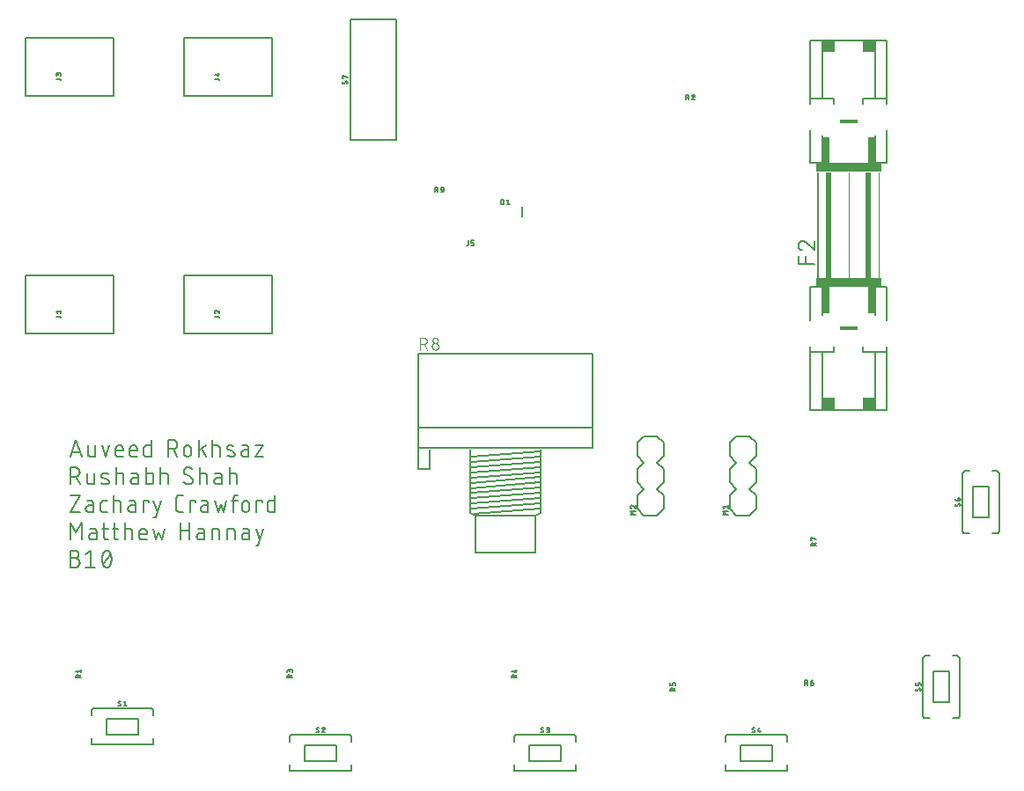
<source format=gbr>
G04 EAGLE Gerber RS-274X export*
G75*
%MOMM*%
%FSLAX34Y34*%
%LPD*%
%INSilkscreen Top*%
%IPPOS*%
%AMOC8*
5,1,8,0,0,1.08239X$1,22.5*%
G01*
%ADD10C,0.152400*%
%ADD11C,0.203200*%
%ADD12C,0.127000*%
%ADD13C,0.050800*%
%ADD14R,1.143000X1.143000*%
%ADD15R,0.635000X2.794000*%
%ADD16R,0.508000X10.160000*%
%ADD17R,1.778000X0.381000*%
%ADD18R,6.350000X0.889000*%
%ADD19C,0.177800*%
%ADD20C,0.101600*%


D10*
X64262Y336042D02*
X69681Y352298D01*
X75099Y336042D01*
X73745Y340106D02*
X65617Y340106D01*
X81178Y338751D02*
X81178Y346879D01*
X81179Y338751D02*
X81181Y338650D01*
X81187Y338549D01*
X81196Y338448D01*
X81209Y338347D01*
X81226Y338247D01*
X81247Y338148D01*
X81271Y338050D01*
X81299Y337953D01*
X81331Y337856D01*
X81366Y337761D01*
X81405Y337668D01*
X81447Y337576D01*
X81493Y337485D01*
X81542Y337397D01*
X81594Y337310D01*
X81650Y337225D01*
X81708Y337142D01*
X81770Y337062D01*
X81835Y336984D01*
X81902Y336908D01*
X81972Y336835D01*
X82045Y336765D01*
X82121Y336698D01*
X82199Y336633D01*
X82279Y336571D01*
X82362Y336513D01*
X82447Y336457D01*
X82534Y336405D01*
X82622Y336356D01*
X82713Y336310D01*
X82805Y336268D01*
X82898Y336229D01*
X82993Y336194D01*
X83090Y336162D01*
X83187Y336134D01*
X83285Y336110D01*
X83384Y336089D01*
X83484Y336072D01*
X83585Y336059D01*
X83686Y336050D01*
X83787Y336044D01*
X83888Y336042D01*
X88403Y336042D01*
X88403Y346879D01*
X94725Y346879D02*
X98338Y336042D01*
X101950Y346879D01*
X110461Y336042D02*
X114976Y336042D01*
X110461Y336042D02*
X110360Y336044D01*
X110259Y336050D01*
X110158Y336059D01*
X110057Y336072D01*
X109957Y336089D01*
X109858Y336110D01*
X109760Y336134D01*
X109663Y336162D01*
X109566Y336194D01*
X109471Y336229D01*
X109378Y336268D01*
X109286Y336310D01*
X109195Y336356D01*
X109107Y336405D01*
X109020Y336457D01*
X108935Y336513D01*
X108852Y336571D01*
X108772Y336633D01*
X108694Y336698D01*
X108618Y336765D01*
X108545Y336835D01*
X108475Y336908D01*
X108408Y336984D01*
X108343Y337062D01*
X108281Y337142D01*
X108223Y337225D01*
X108167Y337310D01*
X108115Y337397D01*
X108066Y337485D01*
X108020Y337576D01*
X107978Y337668D01*
X107939Y337761D01*
X107904Y337856D01*
X107872Y337953D01*
X107844Y338050D01*
X107820Y338148D01*
X107799Y338247D01*
X107782Y338347D01*
X107769Y338448D01*
X107760Y338549D01*
X107754Y338650D01*
X107752Y338751D01*
X107751Y338751D02*
X107751Y343267D01*
X107752Y343267D02*
X107754Y343386D01*
X107760Y343506D01*
X107770Y343625D01*
X107784Y343743D01*
X107801Y343862D01*
X107823Y343979D01*
X107848Y344096D01*
X107878Y344211D01*
X107911Y344326D01*
X107948Y344440D01*
X107988Y344552D01*
X108033Y344663D01*
X108081Y344772D01*
X108132Y344880D01*
X108187Y344986D01*
X108246Y345090D01*
X108308Y345192D01*
X108373Y345292D01*
X108442Y345390D01*
X108514Y345486D01*
X108589Y345579D01*
X108666Y345669D01*
X108747Y345757D01*
X108831Y345842D01*
X108918Y345924D01*
X109007Y346004D01*
X109099Y346080D01*
X109193Y346154D01*
X109290Y346224D01*
X109388Y346291D01*
X109489Y346355D01*
X109593Y346415D01*
X109698Y346472D01*
X109805Y346525D01*
X109913Y346575D01*
X110023Y346621D01*
X110135Y346663D01*
X110248Y346702D01*
X110362Y346737D01*
X110477Y346768D01*
X110594Y346796D01*
X110711Y346819D01*
X110828Y346839D01*
X110947Y346855D01*
X111066Y346867D01*
X111185Y346875D01*
X111304Y346879D01*
X111424Y346879D01*
X111543Y346875D01*
X111662Y346867D01*
X111781Y346855D01*
X111900Y346839D01*
X112017Y346819D01*
X112134Y346796D01*
X112251Y346768D01*
X112366Y346737D01*
X112480Y346702D01*
X112593Y346663D01*
X112705Y346621D01*
X112815Y346575D01*
X112923Y346525D01*
X113030Y346472D01*
X113135Y346415D01*
X113239Y346355D01*
X113340Y346291D01*
X113438Y346224D01*
X113535Y346154D01*
X113629Y346080D01*
X113721Y346004D01*
X113810Y345924D01*
X113897Y345842D01*
X113981Y345757D01*
X114062Y345669D01*
X114139Y345579D01*
X114214Y345486D01*
X114286Y345390D01*
X114355Y345292D01*
X114420Y345192D01*
X114482Y345090D01*
X114541Y344986D01*
X114596Y344880D01*
X114647Y344772D01*
X114695Y344663D01*
X114740Y344552D01*
X114780Y344440D01*
X114817Y344326D01*
X114850Y344211D01*
X114880Y344096D01*
X114905Y343979D01*
X114927Y343862D01*
X114944Y343743D01*
X114958Y343625D01*
X114968Y343506D01*
X114974Y343386D01*
X114976Y343267D01*
X114976Y341461D01*
X107751Y341461D01*
X124008Y336042D02*
X128523Y336042D01*
X124008Y336042D02*
X123907Y336044D01*
X123806Y336050D01*
X123705Y336059D01*
X123604Y336072D01*
X123504Y336089D01*
X123405Y336110D01*
X123307Y336134D01*
X123210Y336162D01*
X123113Y336194D01*
X123018Y336229D01*
X122925Y336268D01*
X122833Y336310D01*
X122742Y336356D01*
X122654Y336405D01*
X122567Y336457D01*
X122482Y336513D01*
X122399Y336571D01*
X122319Y336633D01*
X122241Y336698D01*
X122165Y336765D01*
X122092Y336835D01*
X122022Y336908D01*
X121955Y336984D01*
X121890Y337062D01*
X121828Y337142D01*
X121770Y337225D01*
X121714Y337310D01*
X121662Y337397D01*
X121613Y337485D01*
X121567Y337576D01*
X121525Y337668D01*
X121486Y337761D01*
X121451Y337856D01*
X121419Y337953D01*
X121391Y338050D01*
X121367Y338148D01*
X121346Y338247D01*
X121329Y338347D01*
X121316Y338448D01*
X121307Y338549D01*
X121301Y338650D01*
X121299Y338751D01*
X121299Y343267D01*
X121301Y343386D01*
X121307Y343506D01*
X121317Y343625D01*
X121331Y343743D01*
X121348Y343862D01*
X121370Y343979D01*
X121395Y344096D01*
X121425Y344211D01*
X121458Y344326D01*
X121495Y344440D01*
X121535Y344552D01*
X121580Y344663D01*
X121628Y344772D01*
X121679Y344880D01*
X121734Y344986D01*
X121793Y345090D01*
X121855Y345192D01*
X121920Y345292D01*
X121989Y345390D01*
X122061Y345486D01*
X122136Y345579D01*
X122213Y345669D01*
X122294Y345757D01*
X122378Y345842D01*
X122465Y345924D01*
X122554Y346004D01*
X122646Y346080D01*
X122740Y346154D01*
X122837Y346224D01*
X122935Y346291D01*
X123036Y346355D01*
X123140Y346415D01*
X123245Y346472D01*
X123352Y346525D01*
X123460Y346575D01*
X123570Y346621D01*
X123682Y346663D01*
X123795Y346702D01*
X123909Y346737D01*
X124024Y346768D01*
X124141Y346796D01*
X124258Y346819D01*
X124375Y346839D01*
X124494Y346855D01*
X124613Y346867D01*
X124732Y346875D01*
X124851Y346879D01*
X124971Y346879D01*
X125090Y346875D01*
X125209Y346867D01*
X125328Y346855D01*
X125447Y346839D01*
X125564Y346819D01*
X125681Y346796D01*
X125798Y346768D01*
X125913Y346737D01*
X126027Y346702D01*
X126140Y346663D01*
X126252Y346621D01*
X126362Y346575D01*
X126470Y346525D01*
X126577Y346472D01*
X126682Y346415D01*
X126786Y346355D01*
X126887Y346291D01*
X126985Y346224D01*
X127082Y346154D01*
X127176Y346080D01*
X127268Y346004D01*
X127357Y345924D01*
X127444Y345842D01*
X127528Y345757D01*
X127609Y345669D01*
X127686Y345579D01*
X127761Y345486D01*
X127833Y345390D01*
X127902Y345292D01*
X127967Y345192D01*
X128029Y345090D01*
X128088Y344986D01*
X128143Y344880D01*
X128194Y344772D01*
X128242Y344663D01*
X128287Y344552D01*
X128327Y344440D01*
X128364Y344326D01*
X128397Y344211D01*
X128427Y344096D01*
X128452Y343979D01*
X128474Y343862D01*
X128491Y343743D01*
X128505Y343625D01*
X128515Y343506D01*
X128521Y343386D01*
X128523Y343267D01*
X128523Y341461D01*
X121299Y341461D01*
X141997Y336042D02*
X141997Y352298D01*
X141997Y336042D02*
X137482Y336042D01*
X137381Y336044D01*
X137280Y336050D01*
X137179Y336059D01*
X137078Y336072D01*
X136978Y336089D01*
X136879Y336110D01*
X136781Y336134D01*
X136684Y336162D01*
X136587Y336194D01*
X136492Y336229D01*
X136399Y336268D01*
X136307Y336310D01*
X136216Y336356D01*
X136128Y336405D01*
X136041Y336457D01*
X135956Y336513D01*
X135873Y336571D01*
X135793Y336633D01*
X135715Y336698D01*
X135639Y336765D01*
X135566Y336835D01*
X135496Y336908D01*
X135429Y336984D01*
X135364Y337062D01*
X135302Y337142D01*
X135244Y337225D01*
X135188Y337310D01*
X135136Y337397D01*
X135087Y337485D01*
X135041Y337576D01*
X134999Y337668D01*
X134960Y337761D01*
X134925Y337856D01*
X134893Y337953D01*
X134865Y338050D01*
X134841Y338148D01*
X134820Y338247D01*
X134803Y338347D01*
X134790Y338448D01*
X134781Y338549D01*
X134775Y338650D01*
X134773Y338751D01*
X134772Y338751D02*
X134772Y344170D01*
X134773Y344170D02*
X134775Y344271D01*
X134781Y344372D01*
X134790Y344473D01*
X134803Y344574D01*
X134820Y344674D01*
X134841Y344773D01*
X134865Y344871D01*
X134893Y344968D01*
X134925Y345065D01*
X134960Y345160D01*
X134999Y345253D01*
X135041Y345345D01*
X135087Y345436D01*
X135136Y345525D01*
X135188Y345611D01*
X135244Y345696D01*
X135302Y345779D01*
X135364Y345859D01*
X135429Y345937D01*
X135496Y346013D01*
X135566Y346086D01*
X135639Y346156D01*
X135715Y346223D01*
X135793Y346288D01*
X135873Y346350D01*
X135956Y346408D01*
X136041Y346464D01*
X136128Y346516D01*
X136216Y346565D01*
X136307Y346611D01*
X136399Y346653D01*
X136492Y346692D01*
X136587Y346727D01*
X136684Y346759D01*
X136781Y346787D01*
X136879Y346811D01*
X136978Y346832D01*
X137078Y346849D01*
X137179Y346862D01*
X137280Y346871D01*
X137381Y346877D01*
X137482Y346879D01*
X141997Y346879D01*
X158002Y352298D02*
X158002Y336042D01*
X158002Y352298D02*
X162517Y352298D01*
X162650Y352296D01*
X162782Y352290D01*
X162914Y352280D01*
X163046Y352267D01*
X163178Y352249D01*
X163308Y352228D01*
X163439Y352203D01*
X163568Y352174D01*
X163696Y352141D01*
X163824Y352105D01*
X163950Y352065D01*
X164075Y352021D01*
X164199Y351973D01*
X164321Y351922D01*
X164442Y351867D01*
X164561Y351809D01*
X164679Y351747D01*
X164794Y351682D01*
X164908Y351613D01*
X165019Y351542D01*
X165128Y351466D01*
X165235Y351388D01*
X165340Y351307D01*
X165442Y351222D01*
X165542Y351135D01*
X165639Y351045D01*
X165734Y350952D01*
X165825Y350856D01*
X165914Y350758D01*
X166000Y350657D01*
X166083Y350553D01*
X166163Y350447D01*
X166239Y350339D01*
X166313Y350229D01*
X166383Y350116D01*
X166450Y350002D01*
X166513Y349885D01*
X166573Y349767D01*
X166630Y349647D01*
X166683Y349525D01*
X166732Y349402D01*
X166778Y349278D01*
X166820Y349152D01*
X166858Y349025D01*
X166893Y348897D01*
X166924Y348768D01*
X166951Y348639D01*
X166974Y348508D01*
X166994Y348377D01*
X167009Y348245D01*
X167021Y348113D01*
X167029Y347981D01*
X167033Y347848D01*
X167033Y347716D01*
X167029Y347583D01*
X167021Y347451D01*
X167009Y347319D01*
X166994Y347187D01*
X166974Y347056D01*
X166951Y346925D01*
X166924Y346796D01*
X166893Y346667D01*
X166858Y346539D01*
X166820Y346412D01*
X166778Y346286D01*
X166732Y346162D01*
X166683Y346039D01*
X166630Y345917D01*
X166573Y345797D01*
X166513Y345679D01*
X166450Y345562D01*
X166383Y345448D01*
X166313Y345335D01*
X166239Y345225D01*
X166163Y345117D01*
X166083Y345011D01*
X166000Y344907D01*
X165914Y344806D01*
X165825Y344708D01*
X165734Y344612D01*
X165639Y344519D01*
X165542Y344429D01*
X165442Y344342D01*
X165340Y344257D01*
X165235Y344176D01*
X165128Y344098D01*
X165019Y344022D01*
X164908Y343951D01*
X164794Y343882D01*
X164679Y343817D01*
X164561Y343755D01*
X164442Y343697D01*
X164321Y343642D01*
X164199Y343591D01*
X164075Y343543D01*
X163950Y343499D01*
X163824Y343459D01*
X163696Y343423D01*
X163568Y343390D01*
X163439Y343361D01*
X163308Y343336D01*
X163178Y343315D01*
X163046Y343297D01*
X162914Y343284D01*
X162782Y343274D01*
X162650Y343268D01*
X162517Y343266D01*
X162517Y343267D02*
X158002Y343267D01*
X163421Y343267D02*
X167033Y336042D01*
X173403Y339654D02*
X173403Y343267D01*
X173405Y343386D01*
X173411Y343506D01*
X173421Y343625D01*
X173435Y343743D01*
X173452Y343862D01*
X173474Y343979D01*
X173499Y344096D01*
X173529Y344211D01*
X173562Y344326D01*
X173599Y344440D01*
X173639Y344552D01*
X173684Y344663D01*
X173732Y344772D01*
X173783Y344880D01*
X173838Y344986D01*
X173897Y345090D01*
X173959Y345192D01*
X174024Y345292D01*
X174093Y345390D01*
X174165Y345486D01*
X174240Y345579D01*
X174317Y345669D01*
X174398Y345757D01*
X174482Y345842D01*
X174569Y345924D01*
X174658Y346004D01*
X174750Y346080D01*
X174844Y346154D01*
X174941Y346224D01*
X175039Y346291D01*
X175140Y346355D01*
X175244Y346415D01*
X175349Y346472D01*
X175456Y346525D01*
X175564Y346575D01*
X175674Y346621D01*
X175786Y346663D01*
X175899Y346702D01*
X176013Y346737D01*
X176128Y346768D01*
X176245Y346796D01*
X176362Y346819D01*
X176479Y346839D01*
X176598Y346855D01*
X176717Y346867D01*
X176836Y346875D01*
X176955Y346879D01*
X177075Y346879D01*
X177194Y346875D01*
X177313Y346867D01*
X177432Y346855D01*
X177551Y346839D01*
X177668Y346819D01*
X177785Y346796D01*
X177902Y346768D01*
X178017Y346737D01*
X178131Y346702D01*
X178244Y346663D01*
X178356Y346621D01*
X178466Y346575D01*
X178574Y346525D01*
X178681Y346472D01*
X178786Y346415D01*
X178890Y346355D01*
X178991Y346291D01*
X179089Y346224D01*
X179186Y346154D01*
X179280Y346080D01*
X179372Y346004D01*
X179461Y345924D01*
X179548Y345842D01*
X179632Y345757D01*
X179713Y345669D01*
X179790Y345579D01*
X179865Y345486D01*
X179937Y345390D01*
X180006Y345292D01*
X180071Y345192D01*
X180133Y345090D01*
X180192Y344986D01*
X180247Y344880D01*
X180298Y344772D01*
X180346Y344663D01*
X180391Y344552D01*
X180431Y344440D01*
X180468Y344326D01*
X180501Y344211D01*
X180531Y344096D01*
X180556Y343979D01*
X180578Y343862D01*
X180595Y343743D01*
X180609Y343625D01*
X180619Y343506D01*
X180625Y343386D01*
X180627Y343267D01*
X180627Y339654D01*
X180625Y339535D01*
X180619Y339415D01*
X180609Y339296D01*
X180595Y339178D01*
X180578Y339059D01*
X180556Y338942D01*
X180531Y338825D01*
X180501Y338710D01*
X180468Y338595D01*
X180431Y338481D01*
X180391Y338369D01*
X180346Y338258D01*
X180298Y338149D01*
X180247Y338041D01*
X180192Y337935D01*
X180133Y337831D01*
X180071Y337729D01*
X180006Y337629D01*
X179937Y337531D01*
X179865Y337435D01*
X179790Y337342D01*
X179713Y337252D01*
X179632Y337164D01*
X179548Y337079D01*
X179461Y336997D01*
X179372Y336917D01*
X179280Y336841D01*
X179186Y336767D01*
X179089Y336697D01*
X178991Y336630D01*
X178890Y336566D01*
X178786Y336506D01*
X178681Y336449D01*
X178574Y336396D01*
X178466Y336346D01*
X178356Y336300D01*
X178244Y336258D01*
X178131Y336219D01*
X178017Y336184D01*
X177902Y336153D01*
X177785Y336125D01*
X177668Y336102D01*
X177551Y336082D01*
X177432Y336066D01*
X177313Y336054D01*
X177194Y336046D01*
X177075Y336042D01*
X176955Y336042D01*
X176836Y336046D01*
X176717Y336054D01*
X176598Y336066D01*
X176479Y336082D01*
X176362Y336102D01*
X176245Y336125D01*
X176128Y336153D01*
X176013Y336184D01*
X175899Y336219D01*
X175786Y336258D01*
X175674Y336300D01*
X175564Y336346D01*
X175456Y336396D01*
X175349Y336449D01*
X175244Y336506D01*
X175140Y336566D01*
X175039Y336630D01*
X174941Y336697D01*
X174844Y336767D01*
X174750Y336841D01*
X174658Y336917D01*
X174569Y336997D01*
X174482Y337079D01*
X174398Y337164D01*
X174317Y337252D01*
X174240Y337342D01*
X174165Y337435D01*
X174093Y337531D01*
X174024Y337629D01*
X173959Y337729D01*
X173897Y337831D01*
X173838Y337935D01*
X173783Y338041D01*
X173732Y338149D01*
X173684Y338258D01*
X173639Y338369D01*
X173599Y338481D01*
X173562Y338595D01*
X173529Y338710D01*
X173499Y338825D01*
X173474Y338942D01*
X173452Y339059D01*
X173435Y339178D01*
X173421Y339296D01*
X173411Y339415D01*
X173405Y339535D01*
X173403Y339654D01*
X187639Y336042D02*
X187639Y352298D01*
X194864Y346879D02*
X187639Y341461D01*
X190800Y343718D02*
X194864Y336042D01*
X201018Y336042D02*
X201018Y352298D01*
X201018Y346879D02*
X205533Y346879D01*
X205637Y346877D01*
X205740Y346871D01*
X205844Y346861D01*
X205947Y346847D01*
X206049Y346829D01*
X206150Y346808D01*
X206251Y346782D01*
X206350Y346753D01*
X206449Y346720D01*
X206546Y346683D01*
X206641Y346642D01*
X206735Y346598D01*
X206827Y346550D01*
X206917Y346499D01*
X207006Y346444D01*
X207092Y346386D01*
X207175Y346324D01*
X207257Y346260D01*
X207335Y346192D01*
X207411Y346122D01*
X207485Y346049D01*
X207555Y345972D01*
X207623Y345894D01*
X207687Y345812D01*
X207749Y345729D01*
X207807Y345643D01*
X207862Y345554D01*
X207913Y345464D01*
X207961Y345372D01*
X208005Y345278D01*
X208046Y345183D01*
X208083Y345086D01*
X208116Y344987D01*
X208145Y344888D01*
X208171Y344787D01*
X208192Y344686D01*
X208210Y344584D01*
X208224Y344481D01*
X208234Y344377D01*
X208240Y344274D01*
X208242Y344170D01*
X208243Y344170D02*
X208243Y336042D01*
X216440Y342364D02*
X220956Y340558D01*
X216440Y342364D02*
X216352Y342401D01*
X216266Y342442D01*
X216181Y342486D01*
X216098Y342534D01*
X216018Y342585D01*
X215939Y342639D01*
X215863Y342697D01*
X215789Y342757D01*
X215717Y342821D01*
X215649Y342887D01*
X215583Y342957D01*
X215520Y343028D01*
X215459Y343103D01*
X215402Y343179D01*
X215349Y343258D01*
X215298Y343339D01*
X215251Y343422D01*
X215207Y343507D01*
X215167Y343594D01*
X215130Y343682D01*
X215097Y343772D01*
X215067Y343863D01*
X215042Y343955D01*
X215020Y344048D01*
X215002Y344142D01*
X214987Y344236D01*
X214977Y344331D01*
X214971Y344427D01*
X214968Y344522D01*
X214969Y344618D01*
X214975Y344713D01*
X214984Y344809D01*
X214997Y344903D01*
X215013Y344997D01*
X215034Y345091D01*
X215059Y345183D01*
X215087Y345274D01*
X215119Y345364D01*
X215154Y345453D01*
X215193Y345540D01*
X215236Y345626D01*
X215282Y345710D01*
X215332Y345791D01*
X215384Y345871D01*
X215440Y345949D01*
X215500Y346024D01*
X215562Y346096D01*
X215627Y346166D01*
X215695Y346234D01*
X215765Y346298D01*
X215838Y346360D01*
X215914Y346418D01*
X215992Y346474D01*
X216072Y346526D01*
X216154Y346575D01*
X216238Y346620D01*
X216324Y346662D01*
X216411Y346701D01*
X216500Y346736D01*
X216591Y346767D01*
X216682Y346794D01*
X216775Y346818D01*
X216868Y346838D01*
X216962Y346854D01*
X217057Y346866D01*
X217152Y346875D01*
X217248Y346879D01*
X217343Y346880D01*
X217590Y346873D01*
X217836Y346861D01*
X218082Y346843D01*
X218328Y346818D01*
X218572Y346788D01*
X218816Y346752D01*
X219059Y346711D01*
X219301Y346663D01*
X219542Y346609D01*
X219781Y346550D01*
X220019Y346485D01*
X220255Y346414D01*
X220490Y346338D01*
X220723Y346256D01*
X220953Y346168D01*
X221181Y346075D01*
X221408Y345977D01*
X220956Y340557D02*
X221044Y340520D01*
X221130Y340479D01*
X221215Y340435D01*
X221298Y340387D01*
X221378Y340336D01*
X221457Y340282D01*
X221533Y340224D01*
X221607Y340164D01*
X221679Y340100D01*
X221747Y340034D01*
X221813Y339964D01*
X221876Y339893D01*
X221937Y339818D01*
X221994Y339742D01*
X222047Y339663D01*
X222098Y339582D01*
X222145Y339499D01*
X222189Y339414D01*
X222229Y339327D01*
X222266Y339239D01*
X222299Y339149D01*
X222329Y339058D01*
X222354Y338966D01*
X222376Y338873D01*
X222394Y338779D01*
X222409Y338685D01*
X222419Y338590D01*
X222425Y338494D01*
X222428Y338399D01*
X222427Y338303D01*
X222421Y338208D01*
X222412Y338112D01*
X222399Y338018D01*
X222383Y337924D01*
X222362Y337830D01*
X222337Y337738D01*
X222309Y337647D01*
X222277Y337557D01*
X222242Y337468D01*
X222203Y337381D01*
X222160Y337295D01*
X222114Y337211D01*
X222064Y337130D01*
X222012Y337050D01*
X221956Y336972D01*
X221896Y336897D01*
X221834Y336825D01*
X221769Y336755D01*
X221701Y336687D01*
X221631Y336623D01*
X221558Y336561D01*
X221482Y336503D01*
X221404Y336447D01*
X221324Y336395D01*
X221242Y336346D01*
X221158Y336301D01*
X221072Y336259D01*
X220985Y336220D01*
X220896Y336185D01*
X220805Y336154D01*
X220714Y336127D01*
X220621Y336103D01*
X220528Y336083D01*
X220434Y336067D01*
X220339Y336055D01*
X220244Y336046D01*
X220148Y336042D01*
X220053Y336041D01*
X220053Y336042D02*
X219691Y336051D01*
X219329Y336069D01*
X218968Y336096D01*
X218608Y336131D01*
X218248Y336174D01*
X217889Y336226D01*
X217532Y336287D01*
X217177Y336356D01*
X216823Y336433D01*
X216471Y336519D01*
X216121Y336613D01*
X215773Y336716D01*
X215428Y336826D01*
X215086Y336945D01*
X231720Y342364D02*
X235784Y342364D01*
X231720Y342364D02*
X231608Y342362D01*
X231497Y342356D01*
X231386Y342346D01*
X231275Y342333D01*
X231165Y342315D01*
X231056Y342293D01*
X230947Y342268D01*
X230839Y342239D01*
X230733Y342206D01*
X230627Y342169D01*
X230523Y342129D01*
X230421Y342085D01*
X230320Y342037D01*
X230221Y341986D01*
X230123Y341931D01*
X230028Y341873D01*
X229935Y341812D01*
X229844Y341747D01*
X229755Y341679D01*
X229669Y341608D01*
X229586Y341535D01*
X229505Y341458D01*
X229426Y341378D01*
X229351Y341296D01*
X229279Y341211D01*
X229209Y341124D01*
X229143Y341034D01*
X229080Y340942D01*
X229020Y340847D01*
X228964Y340751D01*
X228911Y340653D01*
X228862Y340553D01*
X228816Y340451D01*
X228774Y340348D01*
X228735Y340243D01*
X228700Y340137D01*
X228669Y340030D01*
X228642Y339922D01*
X228618Y339813D01*
X228599Y339703D01*
X228583Y339593D01*
X228571Y339482D01*
X228563Y339370D01*
X228559Y339259D01*
X228559Y339147D01*
X228563Y339036D01*
X228571Y338924D01*
X228583Y338813D01*
X228599Y338703D01*
X228618Y338593D01*
X228642Y338484D01*
X228669Y338376D01*
X228700Y338269D01*
X228735Y338163D01*
X228774Y338058D01*
X228816Y337955D01*
X228862Y337853D01*
X228911Y337753D01*
X228964Y337655D01*
X229020Y337559D01*
X229080Y337464D01*
X229143Y337372D01*
X229209Y337282D01*
X229279Y337195D01*
X229351Y337110D01*
X229426Y337028D01*
X229505Y336948D01*
X229586Y336871D01*
X229669Y336798D01*
X229755Y336727D01*
X229844Y336659D01*
X229935Y336594D01*
X230028Y336533D01*
X230123Y336475D01*
X230221Y336420D01*
X230320Y336369D01*
X230421Y336321D01*
X230523Y336277D01*
X230627Y336237D01*
X230733Y336200D01*
X230839Y336167D01*
X230947Y336138D01*
X231056Y336113D01*
X231165Y336091D01*
X231275Y336073D01*
X231386Y336060D01*
X231497Y336050D01*
X231608Y336044D01*
X231720Y336042D01*
X235784Y336042D01*
X235784Y344170D01*
X235782Y344271D01*
X235776Y344372D01*
X235767Y344473D01*
X235754Y344574D01*
X235737Y344674D01*
X235716Y344773D01*
X235692Y344871D01*
X235664Y344968D01*
X235632Y345065D01*
X235597Y345160D01*
X235558Y345253D01*
X235516Y345345D01*
X235470Y345436D01*
X235421Y345525D01*
X235369Y345611D01*
X235313Y345696D01*
X235255Y345779D01*
X235193Y345859D01*
X235128Y345937D01*
X235061Y346013D01*
X234991Y346086D01*
X234918Y346156D01*
X234842Y346223D01*
X234764Y346288D01*
X234684Y346350D01*
X234601Y346408D01*
X234516Y346464D01*
X234430Y346516D01*
X234341Y346565D01*
X234250Y346611D01*
X234158Y346653D01*
X234065Y346692D01*
X233970Y346727D01*
X233873Y346759D01*
X233776Y346787D01*
X233678Y346811D01*
X233579Y346832D01*
X233479Y346849D01*
X233378Y346862D01*
X233277Y346871D01*
X233176Y346877D01*
X233075Y346879D01*
X229463Y346879D01*
X242180Y346879D02*
X249405Y346879D01*
X242180Y336042D01*
X249405Y336042D01*
X64262Y325628D02*
X64262Y309372D01*
X64262Y325628D02*
X68778Y325628D01*
X68911Y325626D01*
X69043Y325620D01*
X69175Y325610D01*
X69307Y325597D01*
X69439Y325579D01*
X69569Y325558D01*
X69700Y325533D01*
X69829Y325504D01*
X69957Y325471D01*
X70085Y325435D01*
X70211Y325395D01*
X70336Y325351D01*
X70460Y325303D01*
X70582Y325252D01*
X70703Y325197D01*
X70822Y325139D01*
X70940Y325077D01*
X71055Y325012D01*
X71169Y324943D01*
X71280Y324872D01*
X71389Y324796D01*
X71496Y324718D01*
X71601Y324637D01*
X71703Y324552D01*
X71803Y324465D01*
X71900Y324375D01*
X71995Y324282D01*
X72086Y324186D01*
X72175Y324088D01*
X72261Y323987D01*
X72344Y323883D01*
X72424Y323777D01*
X72500Y323669D01*
X72574Y323559D01*
X72644Y323446D01*
X72711Y323332D01*
X72774Y323215D01*
X72834Y323097D01*
X72891Y322977D01*
X72944Y322855D01*
X72993Y322732D01*
X73039Y322608D01*
X73081Y322482D01*
X73119Y322355D01*
X73154Y322227D01*
X73185Y322098D01*
X73212Y321969D01*
X73235Y321838D01*
X73255Y321707D01*
X73270Y321575D01*
X73282Y321443D01*
X73290Y321311D01*
X73294Y321178D01*
X73294Y321046D01*
X73290Y320913D01*
X73282Y320781D01*
X73270Y320649D01*
X73255Y320517D01*
X73235Y320386D01*
X73212Y320255D01*
X73185Y320126D01*
X73154Y319997D01*
X73119Y319869D01*
X73081Y319742D01*
X73039Y319616D01*
X72993Y319492D01*
X72944Y319369D01*
X72891Y319247D01*
X72834Y319127D01*
X72774Y319009D01*
X72711Y318892D01*
X72644Y318778D01*
X72574Y318665D01*
X72500Y318555D01*
X72424Y318447D01*
X72344Y318341D01*
X72261Y318237D01*
X72175Y318136D01*
X72086Y318038D01*
X71995Y317942D01*
X71900Y317849D01*
X71803Y317759D01*
X71703Y317672D01*
X71601Y317587D01*
X71496Y317506D01*
X71389Y317428D01*
X71280Y317352D01*
X71169Y317281D01*
X71055Y317212D01*
X70940Y317147D01*
X70822Y317085D01*
X70703Y317027D01*
X70582Y316972D01*
X70460Y316921D01*
X70336Y316873D01*
X70211Y316829D01*
X70085Y316789D01*
X69957Y316753D01*
X69829Y316720D01*
X69700Y316691D01*
X69569Y316666D01*
X69439Y316645D01*
X69307Y316627D01*
X69175Y316614D01*
X69043Y316604D01*
X68911Y316598D01*
X68778Y316596D01*
X68778Y316597D02*
X64262Y316597D01*
X69681Y316597D02*
X73293Y309372D01*
X80184Y312081D02*
X80184Y320209D01*
X80184Y312081D02*
X80186Y311980D01*
X80192Y311879D01*
X80201Y311778D01*
X80214Y311677D01*
X80231Y311577D01*
X80252Y311478D01*
X80276Y311380D01*
X80304Y311283D01*
X80336Y311186D01*
X80371Y311091D01*
X80410Y310998D01*
X80452Y310906D01*
X80498Y310815D01*
X80547Y310727D01*
X80599Y310640D01*
X80655Y310555D01*
X80713Y310472D01*
X80775Y310392D01*
X80840Y310314D01*
X80907Y310238D01*
X80977Y310165D01*
X81050Y310095D01*
X81126Y310028D01*
X81204Y309963D01*
X81284Y309901D01*
X81367Y309843D01*
X81452Y309787D01*
X81539Y309735D01*
X81627Y309686D01*
X81718Y309640D01*
X81810Y309598D01*
X81903Y309559D01*
X81998Y309524D01*
X82095Y309492D01*
X82192Y309464D01*
X82290Y309440D01*
X82389Y309419D01*
X82489Y309402D01*
X82590Y309389D01*
X82691Y309380D01*
X82792Y309374D01*
X82893Y309372D01*
X87409Y309372D01*
X87409Y320209D01*
X95606Y315694D02*
X100122Y313888D01*
X95606Y315694D02*
X95518Y315731D01*
X95432Y315772D01*
X95347Y315816D01*
X95264Y315864D01*
X95184Y315915D01*
X95105Y315969D01*
X95029Y316027D01*
X94955Y316087D01*
X94883Y316151D01*
X94815Y316217D01*
X94749Y316287D01*
X94686Y316358D01*
X94625Y316433D01*
X94568Y316509D01*
X94515Y316588D01*
X94464Y316669D01*
X94417Y316752D01*
X94373Y316837D01*
X94333Y316924D01*
X94296Y317012D01*
X94263Y317102D01*
X94233Y317193D01*
X94208Y317285D01*
X94186Y317378D01*
X94168Y317472D01*
X94153Y317566D01*
X94143Y317661D01*
X94137Y317757D01*
X94134Y317852D01*
X94135Y317948D01*
X94141Y318043D01*
X94150Y318139D01*
X94163Y318233D01*
X94179Y318327D01*
X94200Y318421D01*
X94225Y318513D01*
X94253Y318604D01*
X94285Y318694D01*
X94320Y318783D01*
X94359Y318870D01*
X94402Y318956D01*
X94448Y319040D01*
X94498Y319121D01*
X94550Y319201D01*
X94606Y319279D01*
X94666Y319354D01*
X94728Y319426D01*
X94793Y319496D01*
X94861Y319564D01*
X94931Y319628D01*
X95004Y319690D01*
X95080Y319748D01*
X95158Y319804D01*
X95238Y319856D01*
X95320Y319905D01*
X95404Y319950D01*
X95490Y319992D01*
X95577Y320031D01*
X95666Y320066D01*
X95757Y320097D01*
X95848Y320124D01*
X95941Y320148D01*
X96034Y320168D01*
X96128Y320184D01*
X96223Y320196D01*
X96318Y320205D01*
X96414Y320209D01*
X96509Y320210D01*
X96756Y320203D01*
X97002Y320191D01*
X97248Y320173D01*
X97494Y320148D01*
X97738Y320118D01*
X97982Y320082D01*
X98225Y320041D01*
X98467Y319993D01*
X98708Y319939D01*
X98947Y319880D01*
X99185Y319815D01*
X99421Y319744D01*
X99656Y319668D01*
X99889Y319586D01*
X100119Y319498D01*
X100347Y319405D01*
X100574Y319307D01*
X100122Y313887D02*
X100210Y313850D01*
X100296Y313809D01*
X100381Y313765D01*
X100464Y313717D01*
X100544Y313666D01*
X100623Y313612D01*
X100699Y313554D01*
X100773Y313494D01*
X100845Y313430D01*
X100913Y313364D01*
X100979Y313294D01*
X101042Y313223D01*
X101103Y313148D01*
X101160Y313072D01*
X101213Y312993D01*
X101264Y312912D01*
X101311Y312829D01*
X101355Y312744D01*
X101395Y312657D01*
X101432Y312569D01*
X101465Y312479D01*
X101495Y312388D01*
X101520Y312296D01*
X101542Y312203D01*
X101560Y312109D01*
X101575Y312015D01*
X101585Y311920D01*
X101591Y311824D01*
X101594Y311729D01*
X101593Y311633D01*
X101587Y311538D01*
X101578Y311442D01*
X101565Y311348D01*
X101549Y311254D01*
X101528Y311160D01*
X101503Y311068D01*
X101475Y310977D01*
X101443Y310887D01*
X101408Y310798D01*
X101369Y310711D01*
X101326Y310625D01*
X101280Y310541D01*
X101230Y310460D01*
X101178Y310380D01*
X101122Y310302D01*
X101062Y310227D01*
X101000Y310155D01*
X100935Y310085D01*
X100867Y310017D01*
X100797Y309953D01*
X100724Y309891D01*
X100648Y309833D01*
X100570Y309777D01*
X100490Y309725D01*
X100408Y309676D01*
X100324Y309631D01*
X100238Y309589D01*
X100151Y309550D01*
X100062Y309515D01*
X99971Y309484D01*
X99880Y309457D01*
X99787Y309433D01*
X99694Y309413D01*
X99600Y309397D01*
X99505Y309385D01*
X99410Y309376D01*
X99314Y309372D01*
X99219Y309371D01*
X99219Y309372D02*
X98857Y309381D01*
X98495Y309399D01*
X98134Y309426D01*
X97774Y309461D01*
X97414Y309504D01*
X97055Y309556D01*
X96698Y309617D01*
X96343Y309686D01*
X95989Y309763D01*
X95637Y309849D01*
X95287Y309943D01*
X94939Y310046D01*
X94594Y310156D01*
X94252Y310275D01*
X108320Y309372D02*
X108320Y325628D01*
X108320Y320209D02*
X112835Y320209D01*
X112939Y320207D01*
X113042Y320201D01*
X113146Y320191D01*
X113249Y320177D01*
X113351Y320159D01*
X113452Y320138D01*
X113553Y320112D01*
X113652Y320083D01*
X113751Y320050D01*
X113848Y320013D01*
X113943Y319972D01*
X114037Y319928D01*
X114129Y319880D01*
X114219Y319829D01*
X114308Y319774D01*
X114394Y319716D01*
X114477Y319654D01*
X114559Y319590D01*
X114637Y319522D01*
X114713Y319452D01*
X114787Y319379D01*
X114857Y319302D01*
X114925Y319224D01*
X114989Y319142D01*
X115051Y319059D01*
X115109Y318973D01*
X115164Y318884D01*
X115215Y318794D01*
X115263Y318702D01*
X115307Y318608D01*
X115348Y318513D01*
X115385Y318416D01*
X115418Y318317D01*
X115447Y318218D01*
X115473Y318117D01*
X115494Y318016D01*
X115512Y317914D01*
X115526Y317811D01*
X115536Y317707D01*
X115542Y317604D01*
X115544Y317500D01*
X115545Y317500D02*
X115545Y309372D01*
X125476Y315694D02*
X129540Y315694D01*
X125476Y315694D02*
X125364Y315692D01*
X125253Y315686D01*
X125142Y315676D01*
X125031Y315663D01*
X124921Y315645D01*
X124812Y315623D01*
X124703Y315598D01*
X124595Y315569D01*
X124489Y315536D01*
X124383Y315499D01*
X124279Y315459D01*
X124177Y315415D01*
X124076Y315367D01*
X123977Y315316D01*
X123879Y315261D01*
X123784Y315203D01*
X123691Y315142D01*
X123600Y315077D01*
X123511Y315009D01*
X123425Y314938D01*
X123342Y314865D01*
X123261Y314788D01*
X123182Y314708D01*
X123107Y314626D01*
X123035Y314541D01*
X122965Y314454D01*
X122899Y314364D01*
X122836Y314272D01*
X122776Y314177D01*
X122720Y314081D01*
X122667Y313983D01*
X122618Y313883D01*
X122572Y313781D01*
X122530Y313678D01*
X122491Y313573D01*
X122456Y313467D01*
X122425Y313360D01*
X122398Y313252D01*
X122374Y313143D01*
X122355Y313033D01*
X122339Y312923D01*
X122327Y312812D01*
X122319Y312700D01*
X122315Y312589D01*
X122315Y312477D01*
X122319Y312366D01*
X122327Y312254D01*
X122339Y312143D01*
X122355Y312033D01*
X122374Y311923D01*
X122398Y311814D01*
X122425Y311706D01*
X122456Y311599D01*
X122491Y311493D01*
X122530Y311388D01*
X122572Y311285D01*
X122618Y311183D01*
X122667Y311083D01*
X122720Y310985D01*
X122776Y310889D01*
X122836Y310794D01*
X122899Y310702D01*
X122965Y310612D01*
X123035Y310525D01*
X123107Y310440D01*
X123182Y310358D01*
X123261Y310278D01*
X123342Y310201D01*
X123425Y310128D01*
X123511Y310057D01*
X123600Y309989D01*
X123691Y309924D01*
X123784Y309863D01*
X123879Y309805D01*
X123977Y309750D01*
X124076Y309699D01*
X124177Y309651D01*
X124279Y309607D01*
X124383Y309567D01*
X124489Y309530D01*
X124595Y309497D01*
X124703Y309468D01*
X124812Y309443D01*
X124921Y309421D01*
X125031Y309403D01*
X125142Y309390D01*
X125253Y309380D01*
X125364Y309374D01*
X125476Y309372D01*
X129540Y309372D01*
X129540Y317500D01*
X129539Y317500D02*
X129537Y317601D01*
X129531Y317702D01*
X129522Y317803D01*
X129509Y317904D01*
X129492Y318004D01*
X129471Y318103D01*
X129447Y318201D01*
X129419Y318298D01*
X129387Y318395D01*
X129352Y318490D01*
X129313Y318583D01*
X129271Y318675D01*
X129225Y318766D01*
X129176Y318855D01*
X129124Y318941D01*
X129068Y319026D01*
X129010Y319109D01*
X128948Y319189D01*
X128883Y319267D01*
X128816Y319343D01*
X128746Y319416D01*
X128673Y319486D01*
X128597Y319553D01*
X128519Y319618D01*
X128439Y319680D01*
X128356Y319738D01*
X128271Y319794D01*
X128185Y319846D01*
X128096Y319895D01*
X128005Y319941D01*
X127913Y319983D01*
X127820Y320022D01*
X127725Y320057D01*
X127628Y320089D01*
X127531Y320117D01*
X127433Y320141D01*
X127334Y320162D01*
X127234Y320179D01*
X127133Y320192D01*
X127032Y320201D01*
X126931Y320207D01*
X126830Y320209D01*
X123218Y320209D01*
X137050Y325628D02*
X137050Y309372D01*
X141566Y309372D01*
X141670Y309374D01*
X141773Y309380D01*
X141877Y309390D01*
X141980Y309404D01*
X142082Y309422D01*
X142183Y309443D01*
X142284Y309469D01*
X142383Y309498D01*
X142482Y309531D01*
X142579Y309568D01*
X142674Y309609D01*
X142768Y309653D01*
X142860Y309701D01*
X142950Y309752D01*
X143039Y309807D01*
X143125Y309865D01*
X143208Y309927D01*
X143290Y309991D01*
X143368Y310059D01*
X143444Y310129D01*
X143518Y310202D01*
X143588Y310279D01*
X143656Y310357D01*
X143720Y310439D01*
X143782Y310522D01*
X143840Y310608D01*
X143895Y310697D01*
X143946Y310787D01*
X143994Y310879D01*
X144038Y310973D01*
X144079Y311068D01*
X144116Y311165D01*
X144149Y311264D01*
X144178Y311363D01*
X144204Y311464D01*
X144225Y311565D01*
X144243Y311667D01*
X144257Y311770D01*
X144267Y311874D01*
X144273Y311977D01*
X144275Y312081D01*
X144275Y317500D01*
X144273Y317601D01*
X144267Y317702D01*
X144258Y317803D01*
X144245Y317904D01*
X144228Y318004D01*
X144207Y318103D01*
X144183Y318201D01*
X144155Y318298D01*
X144123Y318395D01*
X144088Y318490D01*
X144049Y318583D01*
X144007Y318675D01*
X143961Y318766D01*
X143912Y318855D01*
X143860Y318941D01*
X143804Y319026D01*
X143746Y319109D01*
X143684Y319189D01*
X143619Y319267D01*
X143552Y319343D01*
X143482Y319416D01*
X143409Y319486D01*
X143333Y319553D01*
X143255Y319618D01*
X143175Y319680D01*
X143092Y319738D01*
X143007Y319794D01*
X142921Y319846D01*
X142832Y319895D01*
X142741Y319941D01*
X142649Y319983D01*
X142556Y320022D01*
X142461Y320057D01*
X142364Y320089D01*
X142267Y320117D01*
X142169Y320141D01*
X142070Y320162D01*
X141970Y320179D01*
X141869Y320192D01*
X141768Y320201D01*
X141667Y320207D01*
X141566Y320209D01*
X137050Y320209D01*
X151045Y325628D02*
X151045Y309372D01*
X151045Y320209D02*
X155561Y320209D01*
X155665Y320207D01*
X155768Y320201D01*
X155872Y320191D01*
X155975Y320177D01*
X156077Y320159D01*
X156178Y320138D01*
X156279Y320112D01*
X156378Y320083D01*
X156477Y320050D01*
X156574Y320013D01*
X156669Y319972D01*
X156763Y319928D01*
X156855Y319880D01*
X156945Y319829D01*
X157034Y319774D01*
X157120Y319716D01*
X157203Y319654D01*
X157285Y319590D01*
X157363Y319522D01*
X157439Y319452D01*
X157513Y319379D01*
X157583Y319302D01*
X157651Y319224D01*
X157715Y319142D01*
X157777Y319059D01*
X157835Y318973D01*
X157890Y318884D01*
X157941Y318794D01*
X157989Y318702D01*
X158033Y318608D01*
X158074Y318513D01*
X158111Y318416D01*
X158144Y318317D01*
X158173Y318218D01*
X158199Y318117D01*
X158220Y318016D01*
X158238Y317914D01*
X158252Y317811D01*
X158262Y317707D01*
X158268Y317604D01*
X158270Y317500D01*
X158270Y309372D01*
X178487Y309372D02*
X178605Y309374D01*
X178723Y309380D01*
X178841Y309389D01*
X178958Y309403D01*
X179075Y309420D01*
X179192Y309441D01*
X179307Y309466D01*
X179422Y309495D01*
X179536Y309528D01*
X179648Y309564D01*
X179759Y309604D01*
X179869Y309647D01*
X179978Y309694D01*
X180085Y309744D01*
X180190Y309799D01*
X180293Y309856D01*
X180394Y309917D01*
X180494Y309981D01*
X180591Y310048D01*
X180686Y310118D01*
X180778Y310192D01*
X180869Y310268D01*
X180956Y310348D01*
X181041Y310430D01*
X181123Y310515D01*
X181203Y310602D01*
X181279Y310693D01*
X181353Y310785D01*
X181423Y310880D01*
X181490Y310977D01*
X181554Y311077D01*
X181615Y311178D01*
X181672Y311281D01*
X181727Y311386D01*
X181777Y311493D01*
X181824Y311602D01*
X181867Y311712D01*
X181907Y311823D01*
X181943Y311935D01*
X181976Y312049D01*
X182005Y312164D01*
X182030Y312279D01*
X182051Y312396D01*
X182068Y312513D01*
X182082Y312630D01*
X182091Y312748D01*
X182097Y312866D01*
X182099Y312984D01*
X178487Y309372D02*
X178304Y309374D01*
X178122Y309381D01*
X177940Y309392D01*
X177758Y309407D01*
X177576Y309427D01*
X177395Y309450D01*
X177215Y309479D01*
X177035Y309511D01*
X176856Y309548D01*
X176679Y309589D01*
X176502Y309635D01*
X176326Y309684D01*
X176152Y309738D01*
X175978Y309796D01*
X175807Y309858D01*
X175637Y309924D01*
X175468Y309995D01*
X175301Y310069D01*
X175136Y310147D01*
X174973Y310229D01*
X174812Y310315D01*
X174653Y310405D01*
X174496Y310499D01*
X174342Y310596D01*
X174190Y310697D01*
X174040Y310802D01*
X173893Y310910D01*
X173749Y311021D01*
X173607Y311136D01*
X173468Y311255D01*
X173332Y311377D01*
X173199Y311502D01*
X173069Y311630D01*
X173520Y322016D02*
X173522Y322134D01*
X173528Y322252D01*
X173537Y322370D01*
X173551Y322487D01*
X173568Y322604D01*
X173589Y322721D01*
X173614Y322836D01*
X173643Y322951D01*
X173676Y323065D01*
X173712Y323177D01*
X173752Y323288D01*
X173795Y323398D01*
X173842Y323507D01*
X173892Y323614D01*
X173947Y323719D01*
X174004Y323822D01*
X174065Y323923D01*
X174129Y324023D01*
X174196Y324120D01*
X174266Y324215D01*
X174340Y324307D01*
X174416Y324398D01*
X174496Y324485D01*
X174578Y324570D01*
X174663Y324652D01*
X174750Y324732D01*
X174841Y324808D01*
X174933Y324882D01*
X175028Y324952D01*
X175125Y325019D01*
X175225Y325083D01*
X175326Y325144D01*
X175429Y325202D01*
X175534Y325256D01*
X175641Y325306D01*
X175750Y325353D01*
X175860Y325397D01*
X175971Y325436D01*
X176084Y325472D01*
X176197Y325505D01*
X176312Y325534D01*
X176427Y325559D01*
X176544Y325580D01*
X176661Y325597D01*
X176778Y325611D01*
X176896Y325620D01*
X177014Y325626D01*
X177132Y325628D01*
X177293Y325626D01*
X177455Y325620D01*
X177616Y325611D01*
X177777Y325597D01*
X177937Y325580D01*
X178097Y325559D01*
X178257Y325534D01*
X178416Y325505D01*
X178574Y325473D01*
X178731Y325437D01*
X178887Y325397D01*
X179043Y325353D01*
X179197Y325305D01*
X179350Y325254D01*
X179502Y325200D01*
X179653Y325141D01*
X179802Y325080D01*
X179949Y325014D01*
X180095Y324945D01*
X180240Y324873D01*
X180382Y324797D01*
X180523Y324718D01*
X180662Y324636D01*
X180798Y324550D01*
X180933Y324461D01*
X181066Y324369D01*
X181196Y324273D01*
X175325Y318855D02*
X175224Y318917D01*
X175124Y318982D01*
X175027Y319051D01*
X174932Y319123D01*
X174839Y319197D01*
X174749Y319275D01*
X174661Y319356D01*
X174576Y319439D01*
X174494Y319525D01*
X174415Y319614D01*
X174338Y319705D01*
X174265Y319799D01*
X174194Y319895D01*
X174127Y319993D01*
X174063Y320093D01*
X174002Y320196D01*
X173945Y320300D01*
X173891Y320406D01*
X173841Y320514D01*
X173794Y320623D01*
X173750Y320734D01*
X173710Y320846D01*
X173674Y320960D01*
X173642Y321074D01*
X173613Y321190D01*
X173588Y321306D01*
X173567Y321423D01*
X173550Y321541D01*
X173536Y321659D01*
X173527Y321778D01*
X173521Y321897D01*
X173519Y322016D01*
X180293Y316145D02*
X180394Y316083D01*
X180494Y316018D01*
X180591Y315949D01*
X180686Y315877D01*
X180779Y315803D01*
X180869Y315725D01*
X180957Y315644D01*
X181042Y315561D01*
X181124Y315475D01*
X181203Y315386D01*
X181280Y315295D01*
X181353Y315201D01*
X181424Y315105D01*
X181491Y315007D01*
X181555Y314907D01*
X181616Y314804D01*
X181673Y314700D01*
X181727Y314594D01*
X181777Y314486D01*
X181824Y314377D01*
X181868Y314266D01*
X181908Y314154D01*
X181944Y314040D01*
X181976Y313926D01*
X182005Y313810D01*
X182030Y313694D01*
X182051Y313577D01*
X182068Y313459D01*
X182082Y313341D01*
X182091Y313222D01*
X182097Y313103D01*
X182099Y312984D01*
X180293Y316145D02*
X175326Y318855D01*
X188560Y325628D02*
X188560Y309372D01*
X188560Y320209D02*
X193076Y320209D01*
X193180Y320207D01*
X193283Y320201D01*
X193387Y320191D01*
X193490Y320177D01*
X193592Y320159D01*
X193693Y320138D01*
X193794Y320112D01*
X193893Y320083D01*
X193992Y320050D01*
X194089Y320013D01*
X194184Y319972D01*
X194278Y319928D01*
X194370Y319880D01*
X194460Y319829D01*
X194549Y319774D01*
X194635Y319716D01*
X194718Y319654D01*
X194800Y319590D01*
X194878Y319522D01*
X194954Y319452D01*
X195028Y319379D01*
X195098Y319302D01*
X195166Y319224D01*
X195230Y319142D01*
X195292Y319059D01*
X195350Y318973D01*
X195405Y318884D01*
X195456Y318794D01*
X195504Y318702D01*
X195548Y318608D01*
X195589Y318513D01*
X195626Y318416D01*
X195659Y318317D01*
X195688Y318218D01*
X195714Y318117D01*
X195735Y318016D01*
X195753Y317914D01*
X195767Y317811D01*
X195777Y317707D01*
X195783Y317604D01*
X195785Y317500D01*
X195785Y309372D01*
X205716Y315694D02*
X209780Y315694D01*
X205716Y315694D02*
X205604Y315692D01*
X205493Y315686D01*
X205382Y315676D01*
X205271Y315663D01*
X205161Y315645D01*
X205052Y315623D01*
X204943Y315598D01*
X204835Y315569D01*
X204729Y315536D01*
X204623Y315499D01*
X204519Y315459D01*
X204417Y315415D01*
X204316Y315367D01*
X204217Y315316D01*
X204119Y315261D01*
X204024Y315203D01*
X203931Y315142D01*
X203840Y315077D01*
X203751Y315009D01*
X203665Y314938D01*
X203582Y314865D01*
X203501Y314788D01*
X203422Y314708D01*
X203347Y314626D01*
X203275Y314541D01*
X203205Y314454D01*
X203139Y314364D01*
X203076Y314272D01*
X203016Y314177D01*
X202960Y314081D01*
X202907Y313983D01*
X202858Y313883D01*
X202812Y313781D01*
X202770Y313678D01*
X202731Y313573D01*
X202696Y313467D01*
X202665Y313360D01*
X202638Y313252D01*
X202614Y313143D01*
X202595Y313033D01*
X202579Y312923D01*
X202567Y312812D01*
X202559Y312700D01*
X202555Y312589D01*
X202555Y312477D01*
X202559Y312366D01*
X202567Y312254D01*
X202579Y312143D01*
X202595Y312033D01*
X202614Y311923D01*
X202638Y311814D01*
X202665Y311706D01*
X202696Y311599D01*
X202731Y311493D01*
X202770Y311388D01*
X202812Y311285D01*
X202858Y311183D01*
X202907Y311083D01*
X202960Y310985D01*
X203016Y310889D01*
X203076Y310794D01*
X203139Y310702D01*
X203205Y310612D01*
X203275Y310525D01*
X203347Y310440D01*
X203422Y310358D01*
X203501Y310278D01*
X203582Y310201D01*
X203665Y310128D01*
X203751Y310057D01*
X203840Y309989D01*
X203931Y309924D01*
X204024Y309863D01*
X204119Y309805D01*
X204217Y309750D01*
X204316Y309699D01*
X204417Y309651D01*
X204519Y309607D01*
X204623Y309567D01*
X204729Y309530D01*
X204835Y309497D01*
X204943Y309468D01*
X205052Y309443D01*
X205161Y309421D01*
X205271Y309403D01*
X205382Y309390D01*
X205493Y309380D01*
X205604Y309374D01*
X205716Y309372D01*
X209780Y309372D01*
X209780Y317500D01*
X209779Y317500D02*
X209777Y317601D01*
X209771Y317702D01*
X209762Y317803D01*
X209749Y317904D01*
X209732Y318004D01*
X209711Y318103D01*
X209687Y318201D01*
X209659Y318298D01*
X209627Y318395D01*
X209592Y318490D01*
X209553Y318583D01*
X209511Y318675D01*
X209465Y318766D01*
X209416Y318855D01*
X209364Y318941D01*
X209308Y319026D01*
X209250Y319109D01*
X209188Y319189D01*
X209123Y319267D01*
X209056Y319343D01*
X208986Y319416D01*
X208913Y319486D01*
X208837Y319553D01*
X208759Y319618D01*
X208679Y319680D01*
X208596Y319738D01*
X208511Y319794D01*
X208425Y319846D01*
X208336Y319895D01*
X208245Y319941D01*
X208153Y319983D01*
X208060Y320022D01*
X207965Y320057D01*
X207868Y320089D01*
X207771Y320117D01*
X207673Y320141D01*
X207574Y320162D01*
X207474Y320179D01*
X207373Y320192D01*
X207272Y320201D01*
X207171Y320207D01*
X207070Y320209D01*
X203458Y320209D01*
X217217Y325628D02*
X217217Y309372D01*
X217217Y320209D02*
X221733Y320209D01*
X221837Y320207D01*
X221940Y320201D01*
X222044Y320191D01*
X222147Y320177D01*
X222249Y320159D01*
X222350Y320138D01*
X222451Y320112D01*
X222550Y320083D01*
X222649Y320050D01*
X222746Y320013D01*
X222841Y319972D01*
X222935Y319928D01*
X223027Y319880D01*
X223117Y319829D01*
X223206Y319774D01*
X223292Y319716D01*
X223375Y319654D01*
X223457Y319590D01*
X223535Y319522D01*
X223611Y319452D01*
X223685Y319379D01*
X223755Y319302D01*
X223823Y319224D01*
X223887Y319142D01*
X223949Y319059D01*
X224007Y318973D01*
X224062Y318884D01*
X224113Y318794D01*
X224161Y318702D01*
X224205Y318608D01*
X224246Y318513D01*
X224283Y318416D01*
X224316Y318317D01*
X224345Y318218D01*
X224371Y318117D01*
X224392Y318016D01*
X224410Y317914D01*
X224424Y317811D01*
X224434Y317707D01*
X224440Y317604D01*
X224442Y317500D01*
X224442Y309372D01*
X73293Y298958D02*
X64262Y298958D01*
X73293Y298958D02*
X64262Y282702D01*
X73293Y282702D01*
X82321Y289024D02*
X86385Y289024D01*
X82321Y289024D02*
X82209Y289022D01*
X82098Y289016D01*
X81987Y289006D01*
X81876Y288993D01*
X81766Y288975D01*
X81657Y288953D01*
X81548Y288928D01*
X81440Y288899D01*
X81334Y288866D01*
X81228Y288829D01*
X81124Y288789D01*
X81022Y288745D01*
X80921Y288697D01*
X80822Y288646D01*
X80724Y288591D01*
X80629Y288533D01*
X80536Y288472D01*
X80445Y288407D01*
X80356Y288339D01*
X80270Y288268D01*
X80187Y288195D01*
X80106Y288118D01*
X80027Y288038D01*
X79952Y287956D01*
X79880Y287871D01*
X79810Y287784D01*
X79744Y287694D01*
X79681Y287602D01*
X79621Y287507D01*
X79565Y287411D01*
X79512Y287313D01*
X79463Y287213D01*
X79417Y287111D01*
X79375Y287008D01*
X79336Y286903D01*
X79301Y286797D01*
X79270Y286690D01*
X79243Y286582D01*
X79219Y286473D01*
X79200Y286363D01*
X79184Y286253D01*
X79172Y286142D01*
X79164Y286030D01*
X79160Y285919D01*
X79160Y285807D01*
X79164Y285696D01*
X79172Y285584D01*
X79184Y285473D01*
X79200Y285363D01*
X79219Y285253D01*
X79243Y285144D01*
X79270Y285036D01*
X79301Y284929D01*
X79336Y284823D01*
X79375Y284718D01*
X79417Y284615D01*
X79463Y284513D01*
X79512Y284413D01*
X79565Y284315D01*
X79621Y284219D01*
X79681Y284124D01*
X79744Y284032D01*
X79810Y283942D01*
X79880Y283855D01*
X79952Y283770D01*
X80027Y283688D01*
X80106Y283608D01*
X80187Y283531D01*
X80270Y283458D01*
X80356Y283387D01*
X80445Y283319D01*
X80536Y283254D01*
X80629Y283193D01*
X80724Y283135D01*
X80822Y283080D01*
X80921Y283029D01*
X81022Y282981D01*
X81124Y282937D01*
X81228Y282897D01*
X81334Y282860D01*
X81440Y282827D01*
X81548Y282798D01*
X81657Y282773D01*
X81766Y282751D01*
X81876Y282733D01*
X81987Y282720D01*
X82098Y282710D01*
X82209Y282704D01*
X82321Y282702D01*
X86385Y282702D01*
X86385Y290830D01*
X86384Y290830D02*
X86382Y290931D01*
X86376Y291032D01*
X86367Y291133D01*
X86354Y291234D01*
X86337Y291334D01*
X86316Y291433D01*
X86292Y291531D01*
X86264Y291628D01*
X86232Y291725D01*
X86197Y291820D01*
X86158Y291913D01*
X86116Y292005D01*
X86070Y292096D01*
X86021Y292185D01*
X85969Y292271D01*
X85913Y292356D01*
X85855Y292439D01*
X85793Y292519D01*
X85728Y292597D01*
X85661Y292673D01*
X85591Y292746D01*
X85518Y292816D01*
X85442Y292883D01*
X85364Y292948D01*
X85284Y293010D01*
X85201Y293068D01*
X85116Y293124D01*
X85030Y293176D01*
X84941Y293225D01*
X84850Y293271D01*
X84758Y293313D01*
X84665Y293352D01*
X84570Y293387D01*
X84473Y293419D01*
X84376Y293447D01*
X84278Y293471D01*
X84179Y293492D01*
X84079Y293509D01*
X83978Y293522D01*
X83877Y293531D01*
X83776Y293537D01*
X83675Y293539D01*
X80063Y293539D01*
X96028Y282702D02*
X99641Y282702D01*
X96028Y282702D02*
X95927Y282704D01*
X95826Y282710D01*
X95725Y282719D01*
X95624Y282732D01*
X95524Y282749D01*
X95425Y282770D01*
X95327Y282794D01*
X95230Y282822D01*
X95133Y282854D01*
X95038Y282889D01*
X94945Y282928D01*
X94853Y282970D01*
X94762Y283016D01*
X94674Y283065D01*
X94587Y283117D01*
X94502Y283173D01*
X94419Y283231D01*
X94339Y283293D01*
X94261Y283358D01*
X94185Y283425D01*
X94112Y283495D01*
X94042Y283568D01*
X93975Y283644D01*
X93910Y283722D01*
X93848Y283802D01*
X93790Y283885D01*
X93734Y283970D01*
X93682Y284057D01*
X93633Y284145D01*
X93587Y284236D01*
X93545Y284328D01*
X93506Y284421D01*
X93471Y284516D01*
X93439Y284613D01*
X93411Y284710D01*
X93387Y284808D01*
X93366Y284907D01*
X93349Y285007D01*
X93336Y285108D01*
X93327Y285209D01*
X93321Y285310D01*
X93319Y285411D01*
X93319Y290830D01*
X93321Y290931D01*
X93327Y291032D01*
X93336Y291133D01*
X93349Y291234D01*
X93366Y291334D01*
X93387Y291433D01*
X93411Y291531D01*
X93439Y291628D01*
X93471Y291725D01*
X93506Y291820D01*
X93545Y291913D01*
X93587Y292005D01*
X93633Y292096D01*
X93682Y292185D01*
X93734Y292271D01*
X93790Y292356D01*
X93848Y292439D01*
X93910Y292519D01*
X93975Y292597D01*
X94042Y292673D01*
X94112Y292746D01*
X94185Y292816D01*
X94261Y292883D01*
X94339Y292948D01*
X94419Y293010D01*
X94502Y293068D01*
X94587Y293124D01*
X94674Y293176D01*
X94762Y293225D01*
X94853Y293271D01*
X94945Y293313D01*
X95038Y293352D01*
X95133Y293387D01*
X95230Y293419D01*
X95327Y293447D01*
X95425Y293471D01*
X95524Y293492D01*
X95624Y293509D01*
X95725Y293522D01*
X95826Y293531D01*
X95927Y293537D01*
X96028Y293539D01*
X99641Y293539D01*
X105806Y298958D02*
X105806Y282702D01*
X105806Y293539D02*
X110322Y293539D01*
X110426Y293537D01*
X110529Y293531D01*
X110633Y293521D01*
X110736Y293507D01*
X110838Y293489D01*
X110939Y293468D01*
X111040Y293442D01*
X111139Y293413D01*
X111238Y293380D01*
X111335Y293343D01*
X111430Y293302D01*
X111524Y293258D01*
X111616Y293210D01*
X111706Y293159D01*
X111795Y293104D01*
X111881Y293046D01*
X111964Y292984D01*
X112046Y292920D01*
X112124Y292852D01*
X112200Y292782D01*
X112274Y292709D01*
X112344Y292632D01*
X112412Y292554D01*
X112476Y292472D01*
X112538Y292389D01*
X112596Y292303D01*
X112651Y292214D01*
X112702Y292124D01*
X112750Y292032D01*
X112794Y291938D01*
X112835Y291843D01*
X112872Y291746D01*
X112905Y291647D01*
X112934Y291548D01*
X112960Y291447D01*
X112981Y291346D01*
X112999Y291244D01*
X113013Y291141D01*
X113023Y291037D01*
X113029Y290934D01*
X113031Y290830D01*
X113031Y282702D01*
X122962Y289024D02*
X127026Y289024D01*
X122962Y289024D02*
X122850Y289022D01*
X122739Y289016D01*
X122628Y289006D01*
X122517Y288993D01*
X122407Y288975D01*
X122298Y288953D01*
X122189Y288928D01*
X122081Y288899D01*
X121975Y288866D01*
X121869Y288829D01*
X121765Y288789D01*
X121663Y288745D01*
X121562Y288697D01*
X121463Y288646D01*
X121365Y288591D01*
X121270Y288533D01*
X121177Y288472D01*
X121086Y288407D01*
X120997Y288339D01*
X120911Y288268D01*
X120828Y288195D01*
X120747Y288118D01*
X120668Y288038D01*
X120593Y287956D01*
X120521Y287871D01*
X120451Y287784D01*
X120385Y287694D01*
X120322Y287602D01*
X120262Y287507D01*
X120206Y287411D01*
X120153Y287313D01*
X120104Y287213D01*
X120058Y287111D01*
X120016Y287008D01*
X119977Y286903D01*
X119942Y286797D01*
X119911Y286690D01*
X119884Y286582D01*
X119860Y286473D01*
X119841Y286363D01*
X119825Y286253D01*
X119813Y286142D01*
X119805Y286030D01*
X119801Y285919D01*
X119801Y285807D01*
X119805Y285696D01*
X119813Y285584D01*
X119825Y285473D01*
X119841Y285363D01*
X119860Y285253D01*
X119884Y285144D01*
X119911Y285036D01*
X119942Y284929D01*
X119977Y284823D01*
X120016Y284718D01*
X120058Y284615D01*
X120104Y284513D01*
X120153Y284413D01*
X120206Y284315D01*
X120262Y284219D01*
X120322Y284124D01*
X120385Y284032D01*
X120451Y283942D01*
X120521Y283855D01*
X120593Y283770D01*
X120668Y283688D01*
X120747Y283608D01*
X120828Y283531D01*
X120911Y283458D01*
X120997Y283387D01*
X121086Y283319D01*
X121177Y283254D01*
X121270Y283193D01*
X121365Y283135D01*
X121463Y283080D01*
X121562Y283029D01*
X121663Y282981D01*
X121765Y282937D01*
X121869Y282897D01*
X121975Y282860D01*
X122081Y282827D01*
X122189Y282798D01*
X122298Y282773D01*
X122407Y282751D01*
X122517Y282733D01*
X122628Y282720D01*
X122739Y282710D01*
X122850Y282704D01*
X122962Y282702D01*
X127026Y282702D01*
X127026Y290830D01*
X127024Y290931D01*
X127018Y291032D01*
X127009Y291133D01*
X126996Y291234D01*
X126979Y291334D01*
X126958Y291433D01*
X126934Y291531D01*
X126906Y291628D01*
X126874Y291725D01*
X126839Y291820D01*
X126800Y291913D01*
X126758Y292005D01*
X126712Y292096D01*
X126663Y292185D01*
X126611Y292271D01*
X126555Y292356D01*
X126497Y292439D01*
X126435Y292519D01*
X126370Y292597D01*
X126303Y292673D01*
X126233Y292746D01*
X126160Y292816D01*
X126084Y292883D01*
X126006Y292948D01*
X125926Y293010D01*
X125843Y293068D01*
X125758Y293124D01*
X125672Y293176D01*
X125583Y293225D01*
X125492Y293271D01*
X125400Y293313D01*
X125307Y293352D01*
X125212Y293387D01*
X125115Y293419D01*
X125018Y293447D01*
X124920Y293471D01*
X124821Y293492D01*
X124721Y293509D01*
X124620Y293522D01*
X124519Y293531D01*
X124418Y293537D01*
X124317Y293539D01*
X120704Y293539D01*
X134548Y293539D02*
X134548Y282702D01*
X134548Y293539D02*
X139967Y293539D01*
X139967Y291733D01*
X144363Y277283D02*
X146170Y277283D01*
X151588Y293539D01*
X144363Y293539D02*
X147976Y282702D01*
X169438Y282702D02*
X173050Y282702D01*
X169438Y282702D02*
X169320Y282704D01*
X169202Y282710D01*
X169084Y282719D01*
X168967Y282733D01*
X168850Y282750D01*
X168733Y282771D01*
X168618Y282796D01*
X168503Y282825D01*
X168389Y282858D01*
X168277Y282894D01*
X168166Y282934D01*
X168056Y282977D01*
X167947Y283024D01*
X167840Y283074D01*
X167735Y283129D01*
X167632Y283186D01*
X167531Y283247D01*
X167431Y283311D01*
X167334Y283378D01*
X167239Y283448D01*
X167147Y283522D01*
X167056Y283598D01*
X166969Y283678D01*
X166884Y283760D01*
X166802Y283845D01*
X166722Y283932D01*
X166646Y284023D01*
X166572Y284115D01*
X166502Y284210D01*
X166435Y284307D01*
X166371Y284407D01*
X166310Y284508D01*
X166253Y284611D01*
X166198Y284716D01*
X166148Y284823D01*
X166101Y284932D01*
X166058Y285042D01*
X166018Y285153D01*
X165982Y285265D01*
X165949Y285379D01*
X165920Y285494D01*
X165895Y285609D01*
X165874Y285726D01*
X165857Y285843D01*
X165843Y285960D01*
X165834Y286078D01*
X165828Y286196D01*
X165826Y286314D01*
X165825Y286314D02*
X165825Y295346D01*
X165826Y295346D02*
X165828Y295464D01*
X165834Y295582D01*
X165843Y295700D01*
X165857Y295817D01*
X165874Y295934D01*
X165895Y296051D01*
X165920Y296166D01*
X165949Y296281D01*
X165982Y296395D01*
X166018Y296507D01*
X166058Y296618D01*
X166101Y296728D01*
X166148Y296837D01*
X166198Y296944D01*
X166252Y297049D01*
X166310Y297152D01*
X166371Y297253D01*
X166435Y297353D01*
X166502Y297450D01*
X166572Y297545D01*
X166646Y297637D01*
X166722Y297728D01*
X166802Y297815D01*
X166884Y297900D01*
X166969Y297982D01*
X167056Y298062D01*
X167147Y298138D01*
X167239Y298212D01*
X167334Y298282D01*
X167431Y298349D01*
X167531Y298413D01*
X167632Y298474D01*
X167735Y298531D01*
X167840Y298585D01*
X167947Y298636D01*
X168056Y298683D01*
X168166Y298726D01*
X168277Y298766D01*
X168389Y298802D01*
X168503Y298835D01*
X168618Y298864D01*
X168733Y298889D01*
X168850Y298910D01*
X168967Y298927D01*
X169084Y298941D01*
X169202Y298950D01*
X169320Y298956D01*
X169438Y298958D01*
X173050Y298958D01*
X179358Y293539D02*
X179358Y282702D01*
X179358Y293539D02*
X184776Y293539D01*
X184776Y291733D01*
X192781Y289024D02*
X196845Y289024D01*
X192781Y289024D02*
X192669Y289022D01*
X192558Y289016D01*
X192447Y289006D01*
X192336Y288993D01*
X192226Y288975D01*
X192117Y288953D01*
X192008Y288928D01*
X191900Y288899D01*
X191794Y288866D01*
X191688Y288829D01*
X191584Y288789D01*
X191482Y288745D01*
X191381Y288697D01*
X191282Y288646D01*
X191184Y288591D01*
X191089Y288533D01*
X190996Y288472D01*
X190905Y288407D01*
X190816Y288339D01*
X190730Y288268D01*
X190647Y288195D01*
X190566Y288118D01*
X190487Y288038D01*
X190412Y287956D01*
X190340Y287871D01*
X190270Y287784D01*
X190204Y287694D01*
X190141Y287602D01*
X190081Y287507D01*
X190025Y287411D01*
X189972Y287313D01*
X189923Y287213D01*
X189877Y287111D01*
X189835Y287008D01*
X189796Y286903D01*
X189761Y286797D01*
X189730Y286690D01*
X189703Y286582D01*
X189679Y286473D01*
X189660Y286363D01*
X189644Y286253D01*
X189632Y286142D01*
X189624Y286030D01*
X189620Y285919D01*
X189620Y285807D01*
X189624Y285696D01*
X189632Y285584D01*
X189644Y285473D01*
X189660Y285363D01*
X189679Y285253D01*
X189703Y285144D01*
X189730Y285036D01*
X189761Y284929D01*
X189796Y284823D01*
X189835Y284718D01*
X189877Y284615D01*
X189923Y284513D01*
X189972Y284413D01*
X190025Y284315D01*
X190081Y284219D01*
X190141Y284124D01*
X190204Y284032D01*
X190270Y283942D01*
X190340Y283855D01*
X190412Y283770D01*
X190487Y283688D01*
X190566Y283608D01*
X190647Y283531D01*
X190730Y283458D01*
X190816Y283387D01*
X190905Y283319D01*
X190996Y283254D01*
X191089Y283193D01*
X191184Y283135D01*
X191282Y283080D01*
X191381Y283029D01*
X191482Y282981D01*
X191584Y282937D01*
X191688Y282897D01*
X191794Y282860D01*
X191900Y282827D01*
X192008Y282798D01*
X192117Y282773D01*
X192226Y282751D01*
X192336Y282733D01*
X192447Y282720D01*
X192558Y282710D01*
X192669Y282704D01*
X192781Y282702D01*
X196845Y282702D01*
X196845Y290830D01*
X196843Y290931D01*
X196837Y291032D01*
X196828Y291133D01*
X196815Y291234D01*
X196798Y291334D01*
X196777Y291433D01*
X196753Y291531D01*
X196725Y291628D01*
X196693Y291725D01*
X196658Y291820D01*
X196619Y291913D01*
X196577Y292005D01*
X196531Y292096D01*
X196482Y292185D01*
X196430Y292271D01*
X196374Y292356D01*
X196316Y292439D01*
X196254Y292519D01*
X196189Y292597D01*
X196122Y292673D01*
X196052Y292746D01*
X195979Y292816D01*
X195903Y292883D01*
X195825Y292948D01*
X195745Y293010D01*
X195662Y293068D01*
X195577Y293124D01*
X195491Y293176D01*
X195402Y293225D01*
X195311Y293271D01*
X195219Y293313D01*
X195126Y293352D01*
X195031Y293387D01*
X194934Y293419D01*
X194837Y293447D01*
X194739Y293471D01*
X194640Y293492D01*
X194540Y293509D01*
X194439Y293522D01*
X194338Y293531D01*
X194237Y293537D01*
X194136Y293539D01*
X190524Y293539D01*
X203519Y293539D02*
X206228Y282702D01*
X208937Y289927D01*
X211647Y282702D01*
X214356Y293539D01*
X221323Y296249D02*
X221323Y282702D01*
X221323Y296249D02*
X221325Y296353D01*
X221331Y296456D01*
X221341Y296560D01*
X221355Y296663D01*
X221373Y296765D01*
X221394Y296866D01*
X221420Y296967D01*
X221449Y297066D01*
X221482Y297165D01*
X221519Y297262D01*
X221560Y297357D01*
X221604Y297451D01*
X221652Y297543D01*
X221703Y297633D01*
X221758Y297722D01*
X221816Y297808D01*
X221878Y297891D01*
X221942Y297973D01*
X222010Y298051D01*
X222080Y298127D01*
X222153Y298201D01*
X222230Y298271D01*
X222308Y298339D01*
X222390Y298403D01*
X222473Y298465D01*
X222559Y298523D01*
X222648Y298578D01*
X222738Y298629D01*
X222830Y298677D01*
X222924Y298721D01*
X223019Y298762D01*
X223116Y298799D01*
X223215Y298832D01*
X223314Y298861D01*
X223415Y298887D01*
X223516Y298908D01*
X223618Y298926D01*
X223721Y298940D01*
X223825Y298950D01*
X223928Y298956D01*
X224032Y298958D01*
X224935Y298958D01*
X224935Y293539D02*
X219517Y293539D01*
X229293Y289927D02*
X229293Y286314D01*
X229293Y289927D02*
X229295Y290046D01*
X229301Y290166D01*
X229311Y290285D01*
X229325Y290403D01*
X229342Y290522D01*
X229364Y290639D01*
X229389Y290756D01*
X229419Y290871D01*
X229452Y290986D01*
X229489Y291100D01*
X229529Y291212D01*
X229574Y291323D01*
X229622Y291432D01*
X229673Y291540D01*
X229728Y291646D01*
X229787Y291750D01*
X229849Y291852D01*
X229914Y291952D01*
X229983Y292050D01*
X230055Y292146D01*
X230130Y292239D01*
X230207Y292329D01*
X230288Y292417D01*
X230372Y292502D01*
X230459Y292584D01*
X230548Y292664D01*
X230640Y292740D01*
X230734Y292814D01*
X230831Y292884D01*
X230929Y292951D01*
X231030Y293015D01*
X231134Y293075D01*
X231239Y293132D01*
X231346Y293185D01*
X231454Y293235D01*
X231564Y293281D01*
X231676Y293323D01*
X231789Y293362D01*
X231903Y293397D01*
X232018Y293428D01*
X232135Y293456D01*
X232252Y293479D01*
X232369Y293499D01*
X232488Y293515D01*
X232607Y293527D01*
X232726Y293535D01*
X232845Y293539D01*
X232965Y293539D01*
X233084Y293535D01*
X233203Y293527D01*
X233322Y293515D01*
X233441Y293499D01*
X233558Y293479D01*
X233675Y293456D01*
X233792Y293428D01*
X233907Y293397D01*
X234021Y293362D01*
X234134Y293323D01*
X234246Y293281D01*
X234356Y293235D01*
X234464Y293185D01*
X234571Y293132D01*
X234676Y293075D01*
X234780Y293015D01*
X234881Y292951D01*
X234979Y292884D01*
X235076Y292814D01*
X235170Y292740D01*
X235262Y292664D01*
X235351Y292584D01*
X235438Y292502D01*
X235522Y292417D01*
X235603Y292329D01*
X235680Y292239D01*
X235755Y292146D01*
X235827Y292050D01*
X235896Y291952D01*
X235961Y291852D01*
X236023Y291750D01*
X236082Y291646D01*
X236137Y291540D01*
X236188Y291432D01*
X236236Y291323D01*
X236281Y291212D01*
X236321Y291100D01*
X236358Y290986D01*
X236391Y290871D01*
X236421Y290756D01*
X236446Y290639D01*
X236468Y290522D01*
X236485Y290403D01*
X236499Y290285D01*
X236509Y290166D01*
X236515Y290046D01*
X236517Y289927D01*
X236518Y289927D02*
X236518Y286314D01*
X236517Y286314D02*
X236515Y286195D01*
X236509Y286075D01*
X236499Y285956D01*
X236485Y285838D01*
X236468Y285719D01*
X236446Y285602D01*
X236421Y285485D01*
X236391Y285370D01*
X236358Y285255D01*
X236321Y285141D01*
X236281Y285029D01*
X236236Y284918D01*
X236188Y284809D01*
X236137Y284701D01*
X236082Y284595D01*
X236023Y284491D01*
X235961Y284389D01*
X235896Y284289D01*
X235827Y284191D01*
X235755Y284095D01*
X235680Y284002D01*
X235603Y283912D01*
X235522Y283824D01*
X235438Y283739D01*
X235351Y283657D01*
X235262Y283577D01*
X235170Y283501D01*
X235076Y283427D01*
X234979Y283357D01*
X234881Y283290D01*
X234780Y283226D01*
X234676Y283166D01*
X234571Y283109D01*
X234464Y283056D01*
X234356Y283006D01*
X234246Y282960D01*
X234134Y282918D01*
X234021Y282879D01*
X233907Y282844D01*
X233792Y282813D01*
X233675Y282785D01*
X233558Y282762D01*
X233441Y282742D01*
X233322Y282726D01*
X233203Y282714D01*
X233084Y282706D01*
X232965Y282702D01*
X232845Y282702D01*
X232726Y282706D01*
X232607Y282714D01*
X232488Y282726D01*
X232369Y282742D01*
X232252Y282762D01*
X232135Y282785D01*
X232018Y282813D01*
X231903Y282844D01*
X231789Y282879D01*
X231676Y282918D01*
X231564Y282960D01*
X231454Y283006D01*
X231346Y283056D01*
X231239Y283109D01*
X231134Y283166D01*
X231030Y283226D01*
X230929Y283290D01*
X230831Y283357D01*
X230734Y283427D01*
X230640Y283501D01*
X230548Y283577D01*
X230459Y283657D01*
X230372Y283739D01*
X230288Y283824D01*
X230207Y283912D01*
X230130Y284002D01*
X230055Y284095D01*
X229983Y284191D01*
X229914Y284289D01*
X229849Y284389D01*
X229787Y284491D01*
X229728Y284595D01*
X229673Y284701D01*
X229622Y284809D01*
X229574Y284918D01*
X229529Y285029D01*
X229489Y285141D01*
X229452Y285255D01*
X229419Y285370D01*
X229389Y285485D01*
X229364Y285602D01*
X229342Y285719D01*
X229325Y285838D01*
X229311Y285956D01*
X229301Y286075D01*
X229295Y286195D01*
X229293Y286314D01*
X243446Y282702D02*
X243446Y293539D01*
X248864Y293539D01*
X248864Y291733D01*
X260933Y298958D02*
X260933Y282702D01*
X256418Y282702D01*
X256317Y282704D01*
X256216Y282710D01*
X256115Y282719D01*
X256014Y282732D01*
X255914Y282749D01*
X255815Y282770D01*
X255717Y282794D01*
X255620Y282822D01*
X255523Y282854D01*
X255428Y282889D01*
X255335Y282928D01*
X255243Y282970D01*
X255152Y283016D01*
X255064Y283065D01*
X254977Y283117D01*
X254892Y283173D01*
X254809Y283231D01*
X254729Y283293D01*
X254651Y283358D01*
X254575Y283425D01*
X254502Y283495D01*
X254432Y283568D01*
X254365Y283644D01*
X254300Y283722D01*
X254238Y283802D01*
X254180Y283885D01*
X254124Y283970D01*
X254072Y284057D01*
X254023Y284145D01*
X253977Y284236D01*
X253935Y284328D01*
X253896Y284421D01*
X253861Y284516D01*
X253829Y284613D01*
X253801Y284710D01*
X253777Y284808D01*
X253756Y284907D01*
X253739Y285007D01*
X253726Y285108D01*
X253717Y285209D01*
X253711Y285310D01*
X253709Y285411D01*
X253708Y285411D02*
X253708Y290830D01*
X253709Y290830D02*
X253711Y290931D01*
X253717Y291032D01*
X253726Y291133D01*
X253739Y291234D01*
X253756Y291334D01*
X253777Y291433D01*
X253801Y291531D01*
X253829Y291628D01*
X253861Y291725D01*
X253896Y291820D01*
X253935Y291913D01*
X253977Y292005D01*
X254023Y292096D01*
X254072Y292185D01*
X254124Y292271D01*
X254180Y292356D01*
X254238Y292439D01*
X254300Y292519D01*
X254365Y292597D01*
X254432Y292673D01*
X254502Y292746D01*
X254575Y292816D01*
X254651Y292883D01*
X254729Y292948D01*
X254809Y293010D01*
X254892Y293068D01*
X254977Y293124D01*
X255064Y293176D01*
X255152Y293225D01*
X255243Y293271D01*
X255335Y293313D01*
X255428Y293352D01*
X255523Y293387D01*
X255620Y293419D01*
X255717Y293447D01*
X255815Y293471D01*
X255914Y293492D01*
X256014Y293509D01*
X256115Y293522D01*
X256216Y293531D01*
X256317Y293537D01*
X256418Y293539D01*
X260933Y293539D01*
X64262Y272288D02*
X64262Y256032D01*
X69681Y263257D02*
X64262Y272288D01*
X69681Y263257D02*
X75099Y272288D01*
X75099Y256032D01*
X85308Y262354D02*
X89372Y262354D01*
X85308Y262354D02*
X85196Y262352D01*
X85085Y262346D01*
X84974Y262336D01*
X84863Y262323D01*
X84753Y262305D01*
X84644Y262283D01*
X84535Y262258D01*
X84427Y262229D01*
X84321Y262196D01*
X84215Y262159D01*
X84111Y262119D01*
X84009Y262075D01*
X83908Y262027D01*
X83809Y261976D01*
X83711Y261921D01*
X83616Y261863D01*
X83523Y261802D01*
X83432Y261737D01*
X83343Y261669D01*
X83257Y261598D01*
X83174Y261525D01*
X83093Y261448D01*
X83014Y261368D01*
X82939Y261286D01*
X82867Y261201D01*
X82797Y261114D01*
X82731Y261024D01*
X82668Y260932D01*
X82608Y260837D01*
X82552Y260741D01*
X82499Y260643D01*
X82450Y260543D01*
X82404Y260441D01*
X82362Y260338D01*
X82323Y260233D01*
X82288Y260127D01*
X82257Y260020D01*
X82230Y259912D01*
X82206Y259803D01*
X82187Y259693D01*
X82171Y259583D01*
X82159Y259472D01*
X82151Y259360D01*
X82147Y259249D01*
X82147Y259137D01*
X82151Y259026D01*
X82159Y258914D01*
X82171Y258803D01*
X82187Y258693D01*
X82206Y258583D01*
X82230Y258474D01*
X82257Y258366D01*
X82288Y258259D01*
X82323Y258153D01*
X82362Y258048D01*
X82404Y257945D01*
X82450Y257843D01*
X82499Y257743D01*
X82552Y257645D01*
X82608Y257549D01*
X82668Y257454D01*
X82731Y257362D01*
X82797Y257272D01*
X82867Y257185D01*
X82939Y257100D01*
X83014Y257018D01*
X83093Y256938D01*
X83174Y256861D01*
X83257Y256788D01*
X83343Y256717D01*
X83432Y256649D01*
X83523Y256584D01*
X83616Y256523D01*
X83711Y256465D01*
X83809Y256410D01*
X83908Y256359D01*
X84009Y256311D01*
X84111Y256267D01*
X84215Y256227D01*
X84321Y256190D01*
X84427Y256157D01*
X84535Y256128D01*
X84644Y256103D01*
X84753Y256081D01*
X84863Y256063D01*
X84974Y256050D01*
X85085Y256040D01*
X85196Y256034D01*
X85308Y256032D01*
X89372Y256032D01*
X89372Y264160D01*
X89370Y264261D01*
X89364Y264362D01*
X89355Y264463D01*
X89342Y264564D01*
X89325Y264664D01*
X89304Y264763D01*
X89280Y264861D01*
X89252Y264958D01*
X89220Y265055D01*
X89185Y265150D01*
X89146Y265243D01*
X89104Y265335D01*
X89058Y265426D01*
X89009Y265515D01*
X88957Y265601D01*
X88901Y265686D01*
X88843Y265769D01*
X88781Y265849D01*
X88716Y265927D01*
X88649Y266003D01*
X88579Y266076D01*
X88506Y266146D01*
X88430Y266213D01*
X88352Y266278D01*
X88272Y266340D01*
X88189Y266398D01*
X88104Y266454D01*
X88018Y266506D01*
X87929Y266555D01*
X87838Y266601D01*
X87746Y266643D01*
X87653Y266682D01*
X87558Y266717D01*
X87461Y266749D01*
X87364Y266777D01*
X87266Y266801D01*
X87167Y266822D01*
X87067Y266839D01*
X86966Y266852D01*
X86865Y266861D01*
X86764Y266867D01*
X86663Y266869D01*
X83050Y266869D01*
X94991Y266869D02*
X100410Y266869D01*
X96798Y272288D02*
X96798Y258741D01*
X96800Y258640D01*
X96806Y258539D01*
X96815Y258438D01*
X96828Y258337D01*
X96845Y258237D01*
X96866Y258138D01*
X96890Y258040D01*
X96918Y257943D01*
X96950Y257846D01*
X96985Y257751D01*
X97024Y257658D01*
X97066Y257566D01*
X97112Y257475D01*
X97161Y257387D01*
X97213Y257300D01*
X97269Y257215D01*
X97327Y257132D01*
X97389Y257052D01*
X97454Y256974D01*
X97521Y256898D01*
X97591Y256825D01*
X97664Y256755D01*
X97740Y256688D01*
X97818Y256623D01*
X97898Y256561D01*
X97981Y256503D01*
X98066Y256447D01*
X98153Y256395D01*
X98241Y256346D01*
X98332Y256300D01*
X98424Y256258D01*
X98517Y256219D01*
X98612Y256184D01*
X98709Y256152D01*
X98806Y256124D01*
X98904Y256100D01*
X99003Y256079D01*
X99103Y256062D01*
X99204Y256049D01*
X99305Y256040D01*
X99406Y256034D01*
X99507Y256032D01*
X100410Y256032D01*
X104891Y266869D02*
X110310Y266869D01*
X106697Y272288D02*
X106697Y258741D01*
X106698Y258741D02*
X106700Y258640D01*
X106706Y258539D01*
X106715Y258438D01*
X106728Y258337D01*
X106745Y258237D01*
X106766Y258138D01*
X106790Y258040D01*
X106818Y257943D01*
X106850Y257846D01*
X106885Y257751D01*
X106924Y257658D01*
X106966Y257566D01*
X107012Y257475D01*
X107061Y257387D01*
X107113Y257300D01*
X107169Y257215D01*
X107227Y257132D01*
X107289Y257052D01*
X107354Y256974D01*
X107421Y256898D01*
X107491Y256825D01*
X107564Y256755D01*
X107640Y256688D01*
X107718Y256623D01*
X107798Y256561D01*
X107881Y256503D01*
X107966Y256447D01*
X108053Y256395D01*
X108141Y256346D01*
X108232Y256300D01*
X108324Y256258D01*
X108417Y256219D01*
X108512Y256184D01*
X108609Y256152D01*
X108706Y256124D01*
X108804Y256100D01*
X108903Y256079D01*
X109003Y256062D01*
X109104Y256049D01*
X109205Y256040D01*
X109306Y256034D01*
X109407Y256032D01*
X110310Y256032D01*
X116609Y256032D02*
X116609Y272288D01*
X116609Y266869D02*
X121125Y266869D01*
X121229Y266867D01*
X121332Y266861D01*
X121436Y266851D01*
X121539Y266837D01*
X121641Y266819D01*
X121742Y266798D01*
X121843Y266772D01*
X121942Y266743D01*
X122041Y266710D01*
X122138Y266673D01*
X122233Y266632D01*
X122327Y266588D01*
X122419Y266540D01*
X122509Y266489D01*
X122598Y266434D01*
X122684Y266376D01*
X122767Y266314D01*
X122849Y266250D01*
X122927Y266182D01*
X123003Y266112D01*
X123077Y266039D01*
X123147Y265962D01*
X123215Y265884D01*
X123279Y265802D01*
X123341Y265719D01*
X123399Y265633D01*
X123454Y265544D01*
X123505Y265454D01*
X123553Y265362D01*
X123597Y265268D01*
X123638Y265173D01*
X123675Y265076D01*
X123708Y264977D01*
X123737Y264878D01*
X123763Y264777D01*
X123784Y264676D01*
X123802Y264574D01*
X123816Y264471D01*
X123826Y264367D01*
X123832Y264264D01*
X123834Y264160D01*
X123834Y256032D01*
X133387Y256032D02*
X137902Y256032D01*
X133387Y256032D02*
X133286Y256034D01*
X133185Y256040D01*
X133084Y256049D01*
X132983Y256062D01*
X132883Y256079D01*
X132784Y256100D01*
X132686Y256124D01*
X132589Y256152D01*
X132492Y256184D01*
X132397Y256219D01*
X132304Y256258D01*
X132212Y256300D01*
X132121Y256346D01*
X132033Y256395D01*
X131946Y256447D01*
X131861Y256503D01*
X131778Y256561D01*
X131698Y256623D01*
X131620Y256688D01*
X131544Y256755D01*
X131471Y256825D01*
X131401Y256898D01*
X131334Y256974D01*
X131269Y257052D01*
X131207Y257132D01*
X131149Y257215D01*
X131093Y257300D01*
X131041Y257387D01*
X130992Y257475D01*
X130946Y257566D01*
X130904Y257658D01*
X130865Y257751D01*
X130830Y257846D01*
X130798Y257943D01*
X130770Y258040D01*
X130746Y258138D01*
X130725Y258237D01*
X130708Y258337D01*
X130695Y258438D01*
X130686Y258539D01*
X130680Y258640D01*
X130678Y258741D01*
X130677Y258741D02*
X130677Y263257D01*
X130678Y263257D02*
X130680Y263376D01*
X130686Y263496D01*
X130696Y263615D01*
X130710Y263733D01*
X130727Y263852D01*
X130749Y263969D01*
X130774Y264086D01*
X130804Y264201D01*
X130837Y264316D01*
X130874Y264430D01*
X130914Y264542D01*
X130959Y264653D01*
X131007Y264762D01*
X131058Y264870D01*
X131113Y264976D01*
X131172Y265080D01*
X131234Y265182D01*
X131299Y265282D01*
X131368Y265380D01*
X131440Y265476D01*
X131515Y265569D01*
X131592Y265659D01*
X131673Y265747D01*
X131757Y265832D01*
X131844Y265914D01*
X131933Y265994D01*
X132025Y266070D01*
X132119Y266144D01*
X132216Y266214D01*
X132314Y266281D01*
X132415Y266345D01*
X132519Y266405D01*
X132624Y266462D01*
X132731Y266515D01*
X132839Y266565D01*
X132949Y266611D01*
X133061Y266653D01*
X133174Y266692D01*
X133288Y266727D01*
X133403Y266758D01*
X133520Y266786D01*
X133637Y266809D01*
X133754Y266829D01*
X133873Y266845D01*
X133992Y266857D01*
X134111Y266865D01*
X134230Y266869D01*
X134350Y266869D01*
X134469Y266865D01*
X134588Y266857D01*
X134707Y266845D01*
X134826Y266829D01*
X134943Y266809D01*
X135060Y266786D01*
X135177Y266758D01*
X135292Y266727D01*
X135406Y266692D01*
X135519Y266653D01*
X135631Y266611D01*
X135741Y266565D01*
X135849Y266515D01*
X135956Y266462D01*
X136061Y266405D01*
X136165Y266345D01*
X136266Y266281D01*
X136364Y266214D01*
X136461Y266144D01*
X136555Y266070D01*
X136647Y265994D01*
X136736Y265914D01*
X136823Y265832D01*
X136907Y265747D01*
X136988Y265659D01*
X137065Y265569D01*
X137140Y265476D01*
X137212Y265380D01*
X137281Y265282D01*
X137346Y265182D01*
X137408Y265080D01*
X137467Y264976D01*
X137522Y264870D01*
X137573Y264762D01*
X137621Y264653D01*
X137666Y264542D01*
X137706Y264430D01*
X137743Y264316D01*
X137776Y264201D01*
X137806Y264086D01*
X137831Y263969D01*
X137853Y263852D01*
X137870Y263733D01*
X137884Y263615D01*
X137894Y263496D01*
X137900Y263376D01*
X137902Y263257D01*
X137902Y261451D01*
X130677Y261451D01*
X143981Y266869D02*
X146691Y256032D01*
X149400Y263257D01*
X152109Y256032D01*
X154819Y266869D01*
X169894Y272288D02*
X169894Y256032D01*
X169894Y265063D02*
X178925Y265063D01*
X178925Y272288D02*
X178925Y256032D01*
X188995Y262354D02*
X193059Y262354D01*
X188995Y262354D02*
X188883Y262352D01*
X188772Y262346D01*
X188661Y262336D01*
X188550Y262323D01*
X188440Y262305D01*
X188331Y262283D01*
X188222Y262258D01*
X188114Y262229D01*
X188008Y262196D01*
X187902Y262159D01*
X187798Y262119D01*
X187696Y262075D01*
X187595Y262027D01*
X187496Y261976D01*
X187398Y261921D01*
X187303Y261863D01*
X187210Y261802D01*
X187119Y261737D01*
X187030Y261669D01*
X186944Y261598D01*
X186861Y261525D01*
X186780Y261448D01*
X186701Y261368D01*
X186626Y261286D01*
X186554Y261201D01*
X186484Y261114D01*
X186418Y261024D01*
X186355Y260932D01*
X186295Y260837D01*
X186239Y260741D01*
X186186Y260643D01*
X186137Y260543D01*
X186091Y260441D01*
X186049Y260338D01*
X186010Y260233D01*
X185975Y260127D01*
X185944Y260020D01*
X185917Y259912D01*
X185893Y259803D01*
X185874Y259693D01*
X185858Y259583D01*
X185846Y259472D01*
X185838Y259360D01*
X185834Y259249D01*
X185834Y259137D01*
X185838Y259026D01*
X185846Y258914D01*
X185858Y258803D01*
X185874Y258693D01*
X185893Y258583D01*
X185917Y258474D01*
X185944Y258366D01*
X185975Y258259D01*
X186010Y258153D01*
X186049Y258048D01*
X186091Y257945D01*
X186137Y257843D01*
X186186Y257743D01*
X186239Y257645D01*
X186295Y257549D01*
X186355Y257454D01*
X186418Y257362D01*
X186484Y257272D01*
X186554Y257185D01*
X186626Y257100D01*
X186701Y257018D01*
X186780Y256938D01*
X186861Y256861D01*
X186944Y256788D01*
X187030Y256717D01*
X187119Y256649D01*
X187210Y256584D01*
X187303Y256523D01*
X187398Y256465D01*
X187496Y256410D01*
X187595Y256359D01*
X187696Y256311D01*
X187798Y256267D01*
X187902Y256227D01*
X188008Y256190D01*
X188114Y256157D01*
X188222Y256128D01*
X188331Y256103D01*
X188440Y256081D01*
X188550Y256063D01*
X188661Y256050D01*
X188772Y256040D01*
X188883Y256034D01*
X188995Y256032D01*
X193059Y256032D01*
X193059Y264160D01*
X193057Y264261D01*
X193051Y264362D01*
X193042Y264463D01*
X193029Y264564D01*
X193012Y264664D01*
X192991Y264763D01*
X192967Y264861D01*
X192939Y264958D01*
X192907Y265055D01*
X192872Y265150D01*
X192833Y265243D01*
X192791Y265335D01*
X192745Y265426D01*
X192696Y265515D01*
X192644Y265601D01*
X192588Y265686D01*
X192530Y265769D01*
X192468Y265849D01*
X192403Y265927D01*
X192336Y266003D01*
X192266Y266076D01*
X192193Y266146D01*
X192117Y266213D01*
X192039Y266278D01*
X191959Y266340D01*
X191876Y266398D01*
X191791Y266454D01*
X191705Y266506D01*
X191616Y266555D01*
X191525Y266601D01*
X191433Y266643D01*
X191340Y266682D01*
X191245Y266717D01*
X191148Y266749D01*
X191051Y266777D01*
X190953Y266801D01*
X190854Y266822D01*
X190754Y266839D01*
X190653Y266852D01*
X190552Y266861D01*
X190451Y266867D01*
X190350Y266869D01*
X186737Y266869D01*
X200497Y266869D02*
X200497Y256032D01*
X200497Y266869D02*
X205012Y266869D01*
X205116Y266867D01*
X205219Y266861D01*
X205323Y266851D01*
X205426Y266837D01*
X205528Y266819D01*
X205629Y266798D01*
X205730Y266772D01*
X205829Y266743D01*
X205928Y266710D01*
X206025Y266673D01*
X206120Y266632D01*
X206214Y266588D01*
X206306Y266540D01*
X206396Y266489D01*
X206485Y266434D01*
X206571Y266376D01*
X206654Y266314D01*
X206736Y266250D01*
X206814Y266182D01*
X206890Y266112D01*
X206964Y266039D01*
X207034Y265962D01*
X207102Y265884D01*
X207166Y265802D01*
X207228Y265719D01*
X207286Y265633D01*
X207341Y265544D01*
X207392Y265454D01*
X207440Y265362D01*
X207484Y265268D01*
X207525Y265173D01*
X207562Y265076D01*
X207595Y264977D01*
X207624Y264878D01*
X207650Y264777D01*
X207671Y264676D01*
X207689Y264574D01*
X207703Y264471D01*
X207713Y264367D01*
X207719Y264264D01*
X207721Y264160D01*
X207722Y264160D02*
X207722Y256032D01*
X215086Y256032D02*
X215086Y266869D01*
X219601Y266869D01*
X219705Y266867D01*
X219808Y266861D01*
X219912Y266851D01*
X220015Y266837D01*
X220117Y266819D01*
X220218Y266798D01*
X220319Y266772D01*
X220418Y266743D01*
X220517Y266710D01*
X220614Y266673D01*
X220709Y266632D01*
X220803Y266588D01*
X220895Y266540D01*
X220985Y266489D01*
X221074Y266434D01*
X221160Y266376D01*
X221243Y266314D01*
X221325Y266250D01*
X221403Y266182D01*
X221479Y266112D01*
X221553Y266039D01*
X221623Y265962D01*
X221691Y265884D01*
X221755Y265802D01*
X221817Y265719D01*
X221875Y265633D01*
X221930Y265544D01*
X221981Y265454D01*
X222029Y265362D01*
X222073Y265268D01*
X222114Y265173D01*
X222151Y265076D01*
X222184Y264977D01*
X222213Y264878D01*
X222239Y264777D01*
X222260Y264676D01*
X222278Y264574D01*
X222292Y264471D01*
X222302Y264367D01*
X222308Y264264D01*
X222310Y264160D01*
X222311Y264160D02*
X222311Y256032D01*
X232242Y262354D02*
X236306Y262354D01*
X232242Y262354D02*
X232130Y262352D01*
X232019Y262346D01*
X231908Y262336D01*
X231797Y262323D01*
X231687Y262305D01*
X231578Y262283D01*
X231469Y262258D01*
X231361Y262229D01*
X231255Y262196D01*
X231149Y262159D01*
X231045Y262119D01*
X230943Y262075D01*
X230842Y262027D01*
X230743Y261976D01*
X230645Y261921D01*
X230550Y261863D01*
X230457Y261802D01*
X230366Y261737D01*
X230277Y261669D01*
X230191Y261598D01*
X230108Y261525D01*
X230027Y261448D01*
X229948Y261368D01*
X229873Y261286D01*
X229801Y261201D01*
X229731Y261114D01*
X229665Y261024D01*
X229602Y260932D01*
X229542Y260837D01*
X229486Y260741D01*
X229433Y260643D01*
X229384Y260543D01*
X229338Y260441D01*
X229296Y260338D01*
X229257Y260233D01*
X229222Y260127D01*
X229191Y260020D01*
X229164Y259912D01*
X229140Y259803D01*
X229121Y259693D01*
X229105Y259583D01*
X229093Y259472D01*
X229085Y259360D01*
X229081Y259249D01*
X229081Y259137D01*
X229085Y259026D01*
X229093Y258914D01*
X229105Y258803D01*
X229121Y258693D01*
X229140Y258583D01*
X229164Y258474D01*
X229191Y258366D01*
X229222Y258259D01*
X229257Y258153D01*
X229296Y258048D01*
X229338Y257945D01*
X229384Y257843D01*
X229433Y257743D01*
X229486Y257645D01*
X229542Y257549D01*
X229602Y257454D01*
X229665Y257362D01*
X229731Y257272D01*
X229801Y257185D01*
X229873Y257100D01*
X229948Y257018D01*
X230027Y256938D01*
X230108Y256861D01*
X230191Y256788D01*
X230277Y256717D01*
X230366Y256649D01*
X230457Y256584D01*
X230550Y256523D01*
X230645Y256465D01*
X230743Y256410D01*
X230842Y256359D01*
X230943Y256311D01*
X231045Y256267D01*
X231149Y256227D01*
X231255Y256190D01*
X231361Y256157D01*
X231469Y256128D01*
X231578Y256103D01*
X231687Y256081D01*
X231797Y256063D01*
X231908Y256050D01*
X232019Y256040D01*
X232130Y256034D01*
X232242Y256032D01*
X236306Y256032D01*
X236306Y264160D01*
X236305Y264160D02*
X236303Y264261D01*
X236297Y264362D01*
X236288Y264463D01*
X236275Y264564D01*
X236258Y264664D01*
X236237Y264763D01*
X236213Y264861D01*
X236185Y264958D01*
X236153Y265055D01*
X236118Y265150D01*
X236079Y265243D01*
X236037Y265335D01*
X235991Y265426D01*
X235942Y265515D01*
X235890Y265601D01*
X235834Y265686D01*
X235776Y265769D01*
X235714Y265849D01*
X235649Y265927D01*
X235582Y266003D01*
X235512Y266076D01*
X235439Y266146D01*
X235363Y266213D01*
X235285Y266278D01*
X235205Y266340D01*
X235122Y266398D01*
X235037Y266454D01*
X234951Y266506D01*
X234862Y266555D01*
X234771Y266601D01*
X234679Y266643D01*
X234586Y266682D01*
X234491Y266717D01*
X234394Y266749D01*
X234297Y266777D01*
X234199Y266801D01*
X234100Y266822D01*
X234000Y266839D01*
X233899Y266852D01*
X233798Y266861D01*
X233697Y266867D01*
X233596Y266869D01*
X229984Y266869D01*
X242701Y250613D02*
X244507Y250613D01*
X249926Y266869D01*
X242701Y266869D02*
X246313Y256032D01*
X68778Y238393D02*
X64262Y238393D01*
X68778Y238394D02*
X68911Y238392D01*
X69043Y238386D01*
X69175Y238376D01*
X69307Y238363D01*
X69439Y238345D01*
X69569Y238324D01*
X69700Y238299D01*
X69829Y238270D01*
X69957Y238237D01*
X70085Y238201D01*
X70211Y238161D01*
X70336Y238117D01*
X70460Y238069D01*
X70582Y238018D01*
X70703Y237963D01*
X70822Y237905D01*
X70940Y237843D01*
X71055Y237778D01*
X71169Y237709D01*
X71280Y237638D01*
X71389Y237562D01*
X71496Y237484D01*
X71601Y237403D01*
X71703Y237318D01*
X71803Y237231D01*
X71900Y237141D01*
X71995Y237048D01*
X72086Y236952D01*
X72175Y236854D01*
X72261Y236753D01*
X72344Y236649D01*
X72424Y236543D01*
X72500Y236435D01*
X72574Y236325D01*
X72644Y236212D01*
X72711Y236098D01*
X72774Y235981D01*
X72834Y235863D01*
X72891Y235743D01*
X72944Y235621D01*
X72993Y235498D01*
X73039Y235374D01*
X73081Y235248D01*
X73119Y235121D01*
X73154Y234993D01*
X73185Y234864D01*
X73212Y234735D01*
X73235Y234604D01*
X73255Y234473D01*
X73270Y234341D01*
X73282Y234209D01*
X73290Y234077D01*
X73294Y233944D01*
X73294Y233812D01*
X73290Y233679D01*
X73282Y233547D01*
X73270Y233415D01*
X73255Y233283D01*
X73235Y233152D01*
X73212Y233021D01*
X73185Y232892D01*
X73154Y232763D01*
X73119Y232635D01*
X73081Y232508D01*
X73039Y232382D01*
X72993Y232258D01*
X72944Y232135D01*
X72891Y232013D01*
X72834Y231893D01*
X72774Y231775D01*
X72711Y231658D01*
X72644Y231544D01*
X72574Y231431D01*
X72500Y231321D01*
X72424Y231213D01*
X72344Y231107D01*
X72261Y231003D01*
X72175Y230902D01*
X72086Y230804D01*
X71995Y230708D01*
X71900Y230615D01*
X71803Y230525D01*
X71703Y230438D01*
X71601Y230353D01*
X71496Y230272D01*
X71389Y230194D01*
X71280Y230118D01*
X71169Y230047D01*
X71055Y229978D01*
X70940Y229913D01*
X70822Y229851D01*
X70703Y229793D01*
X70582Y229738D01*
X70460Y229687D01*
X70336Y229639D01*
X70211Y229595D01*
X70085Y229555D01*
X69957Y229519D01*
X69829Y229486D01*
X69700Y229457D01*
X69569Y229432D01*
X69439Y229411D01*
X69307Y229393D01*
X69175Y229380D01*
X69043Y229370D01*
X68911Y229364D01*
X68778Y229362D01*
X64262Y229362D01*
X64262Y245618D01*
X68778Y245618D01*
X68897Y245616D01*
X69017Y245610D01*
X69136Y245600D01*
X69254Y245586D01*
X69373Y245569D01*
X69490Y245547D01*
X69607Y245522D01*
X69722Y245492D01*
X69837Y245459D01*
X69951Y245422D01*
X70063Y245382D01*
X70174Y245337D01*
X70283Y245289D01*
X70391Y245238D01*
X70497Y245183D01*
X70601Y245124D01*
X70703Y245062D01*
X70803Y244997D01*
X70901Y244928D01*
X70997Y244856D01*
X71090Y244781D01*
X71180Y244704D01*
X71268Y244623D01*
X71353Y244539D01*
X71435Y244452D01*
X71515Y244363D01*
X71591Y244271D01*
X71665Y244177D01*
X71735Y244080D01*
X71802Y243982D01*
X71866Y243881D01*
X71926Y243777D01*
X71983Y243672D01*
X72036Y243565D01*
X72086Y243457D01*
X72132Y243347D01*
X72174Y243235D01*
X72213Y243122D01*
X72248Y243008D01*
X72279Y242893D01*
X72307Y242776D01*
X72330Y242659D01*
X72350Y242542D01*
X72366Y242423D01*
X72378Y242304D01*
X72386Y242185D01*
X72390Y242066D01*
X72390Y241946D01*
X72386Y241827D01*
X72378Y241708D01*
X72366Y241589D01*
X72350Y241470D01*
X72330Y241353D01*
X72307Y241236D01*
X72279Y241119D01*
X72248Y241004D01*
X72213Y240890D01*
X72174Y240777D01*
X72132Y240665D01*
X72086Y240555D01*
X72036Y240447D01*
X71983Y240340D01*
X71926Y240235D01*
X71866Y240131D01*
X71802Y240030D01*
X71735Y239932D01*
X71665Y239835D01*
X71591Y239741D01*
X71515Y239649D01*
X71435Y239560D01*
X71353Y239473D01*
X71268Y239389D01*
X71180Y239308D01*
X71090Y239231D01*
X70997Y239156D01*
X70901Y239084D01*
X70803Y239015D01*
X70703Y238950D01*
X70601Y238888D01*
X70497Y238829D01*
X70391Y238774D01*
X70283Y238723D01*
X70174Y238675D01*
X70063Y238630D01*
X69951Y238590D01*
X69837Y238553D01*
X69722Y238520D01*
X69607Y238490D01*
X69490Y238465D01*
X69373Y238443D01*
X69254Y238426D01*
X69136Y238412D01*
X69017Y238402D01*
X68897Y238396D01*
X68778Y238394D01*
X79161Y242006D02*
X83677Y245618D01*
X83677Y229362D01*
X88192Y229362D02*
X79161Y229362D01*
X94793Y237490D02*
X94797Y237810D01*
X94808Y238129D01*
X94827Y238449D01*
X94854Y238767D01*
X94888Y239085D01*
X94930Y239402D01*
X94980Y239718D01*
X95037Y240033D01*
X95101Y240346D01*
X95173Y240658D01*
X95252Y240968D01*
X95339Y241275D01*
X95433Y241581D01*
X95534Y241884D01*
X95643Y242185D01*
X95758Y242483D01*
X95881Y242779D01*
X96011Y243071D01*
X96148Y243360D01*
X96147Y243361D02*
X96186Y243469D01*
X96229Y243576D01*
X96275Y243681D01*
X96326Y243785D01*
X96379Y243887D01*
X96436Y243987D01*
X96497Y244085D01*
X96561Y244180D01*
X96628Y244274D01*
X96699Y244365D01*
X96772Y244454D01*
X96849Y244540D01*
X96928Y244623D01*
X97010Y244704D01*
X97095Y244782D01*
X97183Y244856D01*
X97273Y244928D01*
X97365Y244996D01*
X97460Y245062D01*
X97557Y245124D01*
X97656Y245182D01*
X97758Y245238D01*
X97860Y245289D01*
X97965Y245337D01*
X98071Y245382D01*
X98179Y245423D01*
X98288Y245460D01*
X98398Y245493D01*
X98510Y245522D01*
X98622Y245548D01*
X98735Y245570D01*
X98849Y245587D01*
X98963Y245601D01*
X99078Y245611D01*
X99193Y245617D01*
X99308Y245619D01*
X99308Y245618D02*
X99423Y245616D01*
X99538Y245610D01*
X99653Y245600D01*
X99767Y245586D01*
X99881Y245569D01*
X99994Y245547D01*
X100106Y245521D01*
X100218Y245492D01*
X100328Y245459D01*
X100437Y245422D01*
X100545Y245381D01*
X100651Y245336D01*
X100756Y245288D01*
X100858Y245237D01*
X100959Y245181D01*
X101059Y245123D01*
X101156Y245061D01*
X101250Y244996D01*
X101343Y244927D01*
X101433Y244855D01*
X101521Y244781D01*
X101606Y244703D01*
X101688Y244622D01*
X101767Y244539D01*
X101844Y244453D01*
X101917Y244364D01*
X101988Y244273D01*
X102055Y244179D01*
X102119Y244084D01*
X102180Y243986D01*
X102237Y243886D01*
X102290Y243784D01*
X102341Y243680D01*
X102387Y243575D01*
X102430Y243468D01*
X102469Y243360D01*
X102468Y243360D02*
X102605Y243071D01*
X102735Y242779D01*
X102858Y242483D01*
X102973Y242185D01*
X103082Y241884D01*
X103183Y241581D01*
X103277Y241275D01*
X103364Y240968D01*
X103443Y240658D01*
X103515Y240346D01*
X103579Y240033D01*
X103636Y239718D01*
X103686Y239402D01*
X103728Y239085D01*
X103762Y238767D01*
X103789Y238449D01*
X103808Y238129D01*
X103819Y237810D01*
X103823Y237490D01*
X94793Y237490D02*
X94797Y237170D01*
X94808Y236851D01*
X94827Y236531D01*
X94854Y236213D01*
X94888Y235895D01*
X94930Y235578D01*
X94980Y235262D01*
X95037Y234947D01*
X95101Y234634D01*
X95173Y234322D01*
X95252Y234012D01*
X95339Y233705D01*
X95433Y233399D01*
X95534Y233096D01*
X95643Y232795D01*
X95758Y232497D01*
X95881Y232201D01*
X96011Y231909D01*
X96148Y231620D01*
X96147Y231620D02*
X96186Y231512D01*
X96229Y231405D01*
X96275Y231300D01*
X96326Y231196D01*
X96379Y231094D01*
X96436Y230994D01*
X96497Y230896D01*
X96561Y230801D01*
X96628Y230707D01*
X96699Y230616D01*
X96772Y230527D01*
X96849Y230441D01*
X96928Y230358D01*
X97010Y230277D01*
X97095Y230199D01*
X97183Y230125D01*
X97273Y230053D01*
X97366Y229984D01*
X97460Y229919D01*
X97557Y229857D01*
X97657Y229799D01*
X97758Y229743D01*
X97860Y229692D01*
X97965Y229644D01*
X98071Y229599D01*
X98179Y229558D01*
X98288Y229521D01*
X98398Y229488D01*
X98510Y229459D01*
X98622Y229433D01*
X98735Y229411D01*
X98849Y229394D01*
X98963Y229380D01*
X99078Y229370D01*
X99193Y229364D01*
X99308Y229362D01*
X102468Y231620D02*
X102605Y231909D01*
X102735Y232201D01*
X102858Y232497D01*
X102973Y232795D01*
X103082Y233096D01*
X103183Y233399D01*
X103277Y233705D01*
X103364Y234012D01*
X103443Y234322D01*
X103515Y234634D01*
X103579Y234947D01*
X103636Y235262D01*
X103686Y235578D01*
X103728Y235895D01*
X103762Y236213D01*
X103789Y236531D01*
X103808Y236851D01*
X103819Y237170D01*
X103823Y237490D01*
X102469Y231620D02*
X102430Y231512D01*
X102387Y231405D01*
X102341Y231300D01*
X102290Y231196D01*
X102237Y231094D01*
X102180Y230994D01*
X102119Y230896D01*
X102055Y230801D01*
X101988Y230707D01*
X101917Y230616D01*
X101844Y230527D01*
X101767Y230441D01*
X101688Y230358D01*
X101606Y230277D01*
X101521Y230199D01*
X101433Y230125D01*
X101343Y230053D01*
X101250Y229984D01*
X101156Y229919D01*
X101059Y229857D01*
X100959Y229799D01*
X100858Y229743D01*
X100755Y229692D01*
X100651Y229644D01*
X100545Y229599D01*
X100437Y229558D01*
X100328Y229521D01*
X100218Y229488D01*
X100106Y229459D01*
X99994Y229433D01*
X99881Y229411D01*
X99767Y229394D01*
X99653Y229380D01*
X99538Y229370D01*
X99423Y229364D01*
X99308Y229362D01*
X95696Y232974D02*
X102920Y242006D01*
D11*
X498475Y566738D02*
X498475Y576263D01*
D12*
X478425Y578485D02*
X478425Y583311D01*
X479765Y583311D01*
X479835Y583309D01*
X479905Y583304D01*
X479975Y583294D01*
X480044Y583282D01*
X480112Y583265D01*
X480179Y583245D01*
X480246Y583222D01*
X480310Y583195D01*
X480374Y583165D01*
X480436Y583131D01*
X480495Y583095D01*
X480553Y583055D01*
X480609Y583012D01*
X480662Y582967D01*
X480713Y582918D01*
X480762Y582867D01*
X480807Y582814D01*
X480850Y582758D01*
X480890Y582700D01*
X480926Y582641D01*
X480960Y582579D01*
X480990Y582515D01*
X481017Y582451D01*
X481040Y582384D01*
X481060Y582317D01*
X481077Y582249D01*
X481089Y582180D01*
X481099Y582110D01*
X481104Y582040D01*
X481106Y581970D01*
X481106Y579826D01*
X481104Y579756D01*
X481099Y579686D01*
X481089Y579616D01*
X481077Y579547D01*
X481060Y579479D01*
X481040Y579412D01*
X481017Y579345D01*
X480990Y579281D01*
X480960Y579217D01*
X480926Y579155D01*
X480890Y579096D01*
X480850Y579038D01*
X480807Y578982D01*
X480762Y578929D01*
X480713Y578878D01*
X480662Y578829D01*
X480609Y578784D01*
X480553Y578741D01*
X480495Y578701D01*
X480435Y578665D01*
X480374Y578631D01*
X480310Y578601D01*
X480246Y578574D01*
X480179Y578551D01*
X480112Y578531D01*
X480044Y578514D01*
X479975Y578502D01*
X479905Y578492D01*
X479835Y578487D01*
X479765Y578485D01*
X478425Y578485D01*
X484094Y582239D02*
X485435Y583311D01*
X485435Y578485D01*
X486775Y578485D02*
X484094Y578485D01*
D10*
X849630Y618490D02*
X849630Y650240D01*
X775970Y650240D02*
X775970Y618490D01*
X787400Y618490D01*
X838200Y618490D02*
X849630Y618490D01*
D13*
X812800Y609600D02*
X812800Y508000D01*
D10*
X775970Y680720D02*
X775970Y736600D01*
X849630Y736600D02*
X849630Y680720D01*
X787400Y736600D02*
X775970Y736600D01*
X838200Y645160D02*
X838200Y618490D01*
X838200Y680720D02*
X838200Y736600D01*
X849630Y736600D01*
X787400Y736600D02*
X787400Y680720D01*
X787400Y736600D02*
X838200Y736600D01*
X787400Y645160D02*
X787400Y618490D01*
X826770Y680720D02*
X849630Y680720D01*
X849630Y675640D01*
X798830Y680720D02*
X775970Y680720D01*
X775970Y675640D01*
X798830Y675640D02*
X798830Y680720D01*
X826770Y680720D02*
X826770Y675640D01*
D13*
X842010Y609600D02*
X842010Y508000D01*
D10*
X783590Y508000D02*
X783590Y609600D01*
X775970Y499110D02*
X775970Y467360D01*
X849630Y467360D02*
X849630Y499110D01*
X838200Y499110D01*
X787400Y499110D02*
X775970Y499110D01*
X849630Y436880D02*
X849630Y381000D01*
X775970Y381000D02*
X775970Y436880D01*
X838200Y381000D02*
X849630Y381000D01*
X787400Y472440D02*
X787400Y499110D01*
X787400Y436880D02*
X787400Y381000D01*
X775970Y381000D01*
X838200Y381000D02*
X838200Y436880D01*
X838200Y381000D02*
X787400Y381000D01*
X838200Y472440D02*
X838200Y499110D01*
X798830Y436880D02*
X775970Y436880D01*
X775970Y441960D01*
X826770Y436880D02*
X849630Y436880D01*
X849630Y441960D01*
X826770Y441960D02*
X826770Y436880D01*
X798830Y436880D02*
X798830Y441960D01*
D14*
X832485Y730885D03*
X793115Y730885D03*
D15*
X835025Y629920D03*
X790575Y629920D03*
D16*
X831850Y558800D03*
X793750Y558800D03*
D14*
X793115Y386715D03*
X832485Y386715D03*
D15*
X790575Y487680D03*
X835025Y487680D03*
D16*
X793750Y558800D03*
X831850Y558800D03*
D17*
X812800Y658495D03*
X812800Y459105D03*
D18*
X812800Y614045D03*
X812800Y503555D03*
D19*
X780161Y521589D02*
X764159Y521589D01*
X764159Y528701D01*
X771271Y528701D02*
X771271Y521589D01*
X764159Y539472D02*
X764161Y539598D01*
X764167Y539723D01*
X764177Y539849D01*
X764191Y539973D01*
X764208Y540098D01*
X764230Y540222D01*
X764255Y540345D01*
X764285Y540467D01*
X764318Y540588D01*
X764355Y540708D01*
X764396Y540827D01*
X764440Y540945D01*
X764488Y541061D01*
X764540Y541176D01*
X764595Y541288D01*
X764654Y541399D01*
X764716Y541509D01*
X764782Y541616D01*
X764851Y541721D01*
X764923Y541824D01*
X764999Y541924D01*
X765077Y542022D01*
X765159Y542118D01*
X765243Y542211D01*
X765331Y542301D01*
X765421Y542389D01*
X765514Y542473D01*
X765610Y542555D01*
X765708Y542633D01*
X765808Y542709D01*
X765911Y542781D01*
X766016Y542850D01*
X766123Y542916D01*
X766233Y542978D01*
X766344Y543037D01*
X766456Y543092D01*
X766571Y543144D01*
X766687Y543192D01*
X766805Y543236D01*
X766924Y543277D01*
X767044Y543314D01*
X767165Y543347D01*
X767287Y543377D01*
X767410Y543402D01*
X767534Y543424D01*
X767659Y543441D01*
X767783Y543455D01*
X767909Y543465D01*
X768034Y543471D01*
X768160Y543473D01*
X764159Y539472D02*
X764161Y539331D01*
X764167Y539191D01*
X764176Y539051D01*
X764190Y538911D01*
X764207Y538772D01*
X764228Y538633D01*
X764253Y538494D01*
X764281Y538357D01*
X764314Y538220D01*
X764350Y538084D01*
X764390Y537949D01*
X764433Y537816D01*
X764480Y537683D01*
X764531Y537552D01*
X764585Y537423D01*
X764643Y537295D01*
X764704Y537168D01*
X764769Y537043D01*
X764837Y536921D01*
X764908Y536800D01*
X764983Y536680D01*
X765061Y536564D01*
X765142Y536449D01*
X765226Y536336D01*
X765314Y536226D01*
X765404Y536118D01*
X765497Y536013D01*
X765593Y535911D01*
X765692Y535811D01*
X765793Y535713D01*
X765897Y535619D01*
X766004Y535527D01*
X766113Y535439D01*
X766224Y535353D01*
X766338Y535271D01*
X766454Y535191D01*
X766572Y535115D01*
X766692Y535042D01*
X766814Y534973D01*
X766938Y534906D01*
X767064Y534843D01*
X767191Y534784D01*
X767320Y534728D01*
X767450Y534676D01*
X767582Y534627D01*
X767715Y534582D01*
X771272Y542138D02*
X771181Y542230D01*
X771088Y542320D01*
X770993Y542406D01*
X770895Y542490D01*
X770794Y542570D01*
X770691Y542648D01*
X770586Y542722D01*
X770478Y542793D01*
X770369Y542861D01*
X770257Y542925D01*
X770144Y542987D01*
X770029Y543044D01*
X769912Y543099D01*
X769793Y543150D01*
X769673Y543197D01*
X769552Y543240D01*
X769430Y543280D01*
X769306Y543316D01*
X769181Y543349D01*
X769056Y543378D01*
X768929Y543403D01*
X768802Y543424D01*
X768674Y543441D01*
X768546Y543455D01*
X768418Y543464D01*
X768289Y543470D01*
X768160Y543472D01*
X771271Y542139D02*
X780161Y534582D01*
X780161Y543472D01*
X106000Y454700D02*
X21000Y454700D01*
X21000Y510500D02*
X106000Y510500D01*
X21000Y510500D02*
X21000Y454700D01*
X106000Y454700D02*
X106000Y510500D01*
D12*
X54173Y470874D02*
X50419Y470874D01*
X54173Y470873D02*
X54238Y470871D01*
X54302Y470865D01*
X54366Y470855D01*
X54430Y470842D01*
X54492Y470824D01*
X54553Y470803D01*
X54613Y470779D01*
X54671Y470750D01*
X54728Y470718D01*
X54782Y470683D01*
X54834Y470645D01*
X54884Y470603D01*
X54931Y470559D01*
X54975Y470512D01*
X55017Y470462D01*
X55055Y470410D01*
X55090Y470356D01*
X55122Y470299D01*
X55151Y470241D01*
X55175Y470181D01*
X55196Y470120D01*
X55214Y470058D01*
X55227Y469994D01*
X55237Y469930D01*
X55243Y469866D01*
X55245Y469801D01*
X55245Y469265D01*
X51491Y473822D02*
X50419Y475162D01*
X55245Y475162D01*
X55245Y473822D02*
X55245Y476503D01*
D19*
X173400Y454700D02*
X258400Y454700D01*
X258400Y510500D02*
X173400Y510500D01*
X173400Y454700D01*
X258400Y454700D02*
X258400Y510500D01*
D12*
X206573Y470874D02*
X202819Y470874D01*
X206573Y470873D02*
X206638Y470871D01*
X206702Y470865D01*
X206766Y470855D01*
X206830Y470842D01*
X206892Y470824D01*
X206953Y470803D01*
X207013Y470779D01*
X207071Y470750D01*
X207128Y470718D01*
X207182Y470683D01*
X207234Y470645D01*
X207284Y470603D01*
X207331Y470559D01*
X207375Y470512D01*
X207417Y470462D01*
X207455Y470410D01*
X207490Y470356D01*
X207522Y470299D01*
X207551Y470241D01*
X207575Y470181D01*
X207596Y470120D01*
X207614Y470058D01*
X207627Y469994D01*
X207637Y469930D01*
X207643Y469866D01*
X207645Y469801D01*
X207645Y469265D01*
X202819Y475296D02*
X202821Y475364D01*
X202827Y475431D01*
X202836Y475498D01*
X202849Y475565D01*
X202866Y475630D01*
X202887Y475695D01*
X202911Y475758D01*
X202939Y475820D01*
X202970Y475880D01*
X203004Y475938D01*
X203042Y475994D01*
X203082Y476049D01*
X203126Y476100D01*
X203173Y476149D01*
X203222Y476196D01*
X203273Y476240D01*
X203328Y476280D01*
X203384Y476318D01*
X203442Y476352D01*
X203502Y476383D01*
X203564Y476411D01*
X203627Y476435D01*
X203692Y476456D01*
X203757Y476473D01*
X203824Y476486D01*
X203891Y476495D01*
X203958Y476501D01*
X204026Y476503D01*
X202819Y475296D02*
X202821Y475218D01*
X202827Y475140D01*
X202837Y475063D01*
X202850Y474986D01*
X202868Y474910D01*
X202889Y474835D01*
X202914Y474761D01*
X202943Y474689D01*
X202975Y474618D01*
X203011Y474549D01*
X203050Y474481D01*
X203093Y474416D01*
X203139Y474353D01*
X203188Y474292D01*
X203240Y474234D01*
X203295Y474179D01*
X203352Y474126D01*
X203412Y474077D01*
X203475Y474030D01*
X203540Y473987D01*
X203606Y473947D01*
X203675Y473910D01*
X203746Y473877D01*
X203818Y473847D01*
X203892Y473821D01*
X204964Y476101D02*
X204915Y476150D01*
X204863Y476197D01*
X204808Y476240D01*
X204751Y476281D01*
X204692Y476319D01*
X204631Y476353D01*
X204568Y476384D01*
X204504Y476412D01*
X204438Y476436D01*
X204372Y476456D01*
X204304Y476473D01*
X204235Y476486D01*
X204166Y476495D01*
X204096Y476501D01*
X204026Y476503D01*
X204964Y476101D02*
X207645Y473822D01*
X207645Y476503D01*
D19*
X106000Y683300D02*
X21000Y683300D01*
X21000Y739100D02*
X106000Y739100D01*
X21000Y739100D02*
X21000Y683300D01*
X106000Y683300D02*
X106000Y739100D01*
D12*
X54173Y699474D02*
X50419Y699474D01*
X54173Y699473D02*
X54238Y699471D01*
X54302Y699465D01*
X54366Y699455D01*
X54430Y699442D01*
X54492Y699424D01*
X54553Y699403D01*
X54613Y699379D01*
X54671Y699350D01*
X54728Y699318D01*
X54782Y699283D01*
X54834Y699245D01*
X54884Y699203D01*
X54931Y699159D01*
X54975Y699112D01*
X55017Y699062D01*
X55055Y699010D01*
X55090Y698956D01*
X55122Y698899D01*
X55151Y698841D01*
X55175Y698781D01*
X55196Y698720D01*
X55214Y698658D01*
X55227Y698594D01*
X55237Y698530D01*
X55243Y698466D01*
X55245Y698401D01*
X55245Y697865D01*
X55245Y702422D02*
X55245Y703762D01*
X55243Y703833D01*
X55237Y703905D01*
X55228Y703975D01*
X55215Y704045D01*
X55198Y704115D01*
X55177Y704183D01*
X55153Y704250D01*
X55125Y704316D01*
X55094Y704380D01*
X55059Y704443D01*
X55021Y704503D01*
X54980Y704562D01*
X54936Y704618D01*
X54889Y704672D01*
X54840Y704723D01*
X54787Y704771D01*
X54732Y704817D01*
X54675Y704859D01*
X54615Y704899D01*
X54554Y704935D01*
X54490Y704968D01*
X54425Y704997D01*
X54359Y705023D01*
X54291Y705046D01*
X54222Y705065D01*
X54152Y705080D01*
X54082Y705091D01*
X54011Y705099D01*
X53940Y705103D01*
X53868Y705103D01*
X53797Y705099D01*
X53726Y705091D01*
X53656Y705080D01*
X53586Y705065D01*
X53517Y705046D01*
X53449Y705023D01*
X53383Y704997D01*
X53318Y704968D01*
X53254Y704935D01*
X53193Y704899D01*
X53133Y704859D01*
X53076Y704817D01*
X53021Y704771D01*
X52968Y704723D01*
X52919Y704672D01*
X52872Y704618D01*
X52828Y704562D01*
X52787Y704503D01*
X52749Y704443D01*
X52714Y704380D01*
X52683Y704316D01*
X52655Y704250D01*
X52631Y704183D01*
X52610Y704115D01*
X52593Y704045D01*
X52580Y703975D01*
X52571Y703905D01*
X52565Y703833D01*
X52563Y703762D01*
X50419Y704030D02*
X50419Y702422D01*
X50419Y704030D02*
X50421Y704095D01*
X50427Y704159D01*
X50437Y704223D01*
X50450Y704287D01*
X50468Y704349D01*
X50489Y704410D01*
X50513Y704470D01*
X50542Y704528D01*
X50574Y704585D01*
X50609Y704639D01*
X50647Y704691D01*
X50689Y704741D01*
X50733Y704788D01*
X50780Y704832D01*
X50830Y704874D01*
X50882Y704912D01*
X50936Y704947D01*
X50993Y704979D01*
X51051Y705008D01*
X51111Y705032D01*
X51172Y705053D01*
X51234Y705071D01*
X51298Y705084D01*
X51362Y705094D01*
X51426Y705100D01*
X51491Y705102D01*
X51556Y705100D01*
X51620Y705094D01*
X51684Y705084D01*
X51748Y705071D01*
X51810Y705053D01*
X51871Y705032D01*
X51931Y705008D01*
X51989Y704979D01*
X52046Y704947D01*
X52100Y704912D01*
X52152Y704874D01*
X52202Y704832D01*
X52249Y704788D01*
X52293Y704741D01*
X52335Y704691D01*
X52373Y704639D01*
X52408Y704585D01*
X52440Y704528D01*
X52469Y704470D01*
X52493Y704410D01*
X52514Y704349D01*
X52532Y704287D01*
X52545Y704223D01*
X52555Y704159D01*
X52561Y704095D01*
X52563Y704030D01*
X52564Y704030D02*
X52564Y702958D01*
D19*
X173400Y683300D02*
X258400Y683300D01*
X258400Y739100D02*
X173400Y739100D01*
X173400Y683300D01*
X258400Y683300D02*
X258400Y739100D01*
D12*
X206573Y699474D02*
X202819Y699474D01*
X206573Y699473D02*
X206638Y699471D01*
X206702Y699465D01*
X206766Y699455D01*
X206830Y699442D01*
X206892Y699424D01*
X206953Y699403D01*
X207013Y699379D01*
X207071Y699350D01*
X207128Y699318D01*
X207182Y699283D01*
X207234Y699245D01*
X207284Y699203D01*
X207331Y699159D01*
X207375Y699112D01*
X207417Y699062D01*
X207455Y699010D01*
X207490Y698956D01*
X207522Y698899D01*
X207551Y698841D01*
X207575Y698781D01*
X207596Y698720D01*
X207614Y698658D01*
X207627Y698594D01*
X207637Y698530D01*
X207643Y698466D01*
X207645Y698401D01*
X207645Y697865D01*
X206573Y702422D02*
X202819Y703494D01*
X206573Y702422D02*
X206573Y705103D01*
X207645Y704298D02*
X205500Y704298D01*
X446744Y543941D02*
X446744Y540187D01*
X446743Y540187D02*
X446741Y540122D01*
X446735Y540058D01*
X446725Y539994D01*
X446712Y539930D01*
X446694Y539868D01*
X446673Y539807D01*
X446649Y539747D01*
X446620Y539689D01*
X446588Y539632D01*
X446553Y539578D01*
X446515Y539526D01*
X446473Y539476D01*
X446429Y539429D01*
X446382Y539385D01*
X446332Y539343D01*
X446280Y539305D01*
X446226Y539270D01*
X446169Y539238D01*
X446111Y539209D01*
X446051Y539185D01*
X445990Y539164D01*
X445928Y539146D01*
X445864Y539133D01*
X445800Y539123D01*
X445736Y539117D01*
X445671Y539115D01*
X445135Y539115D01*
X449692Y539115D02*
X451300Y539115D01*
X451365Y539117D01*
X451429Y539123D01*
X451493Y539133D01*
X451557Y539146D01*
X451619Y539164D01*
X451680Y539185D01*
X451740Y539209D01*
X451798Y539238D01*
X451855Y539270D01*
X451909Y539305D01*
X451961Y539343D01*
X452011Y539385D01*
X452058Y539429D01*
X452102Y539476D01*
X452144Y539526D01*
X452182Y539578D01*
X452217Y539632D01*
X452249Y539689D01*
X452278Y539747D01*
X452302Y539807D01*
X452323Y539868D01*
X452341Y539930D01*
X452354Y539994D01*
X452364Y540058D01*
X452370Y540122D01*
X452372Y540187D01*
X452373Y540187D02*
X452373Y540724D01*
X452372Y540724D02*
X452370Y540789D01*
X452364Y540853D01*
X452354Y540917D01*
X452341Y540981D01*
X452323Y541043D01*
X452302Y541104D01*
X452278Y541164D01*
X452249Y541222D01*
X452217Y541279D01*
X452182Y541333D01*
X452144Y541385D01*
X452102Y541435D01*
X452058Y541482D01*
X452011Y541526D01*
X451961Y541568D01*
X451909Y541606D01*
X451855Y541641D01*
X451798Y541673D01*
X451740Y541702D01*
X451680Y541726D01*
X451619Y541747D01*
X451557Y541765D01*
X451493Y541778D01*
X451429Y541788D01*
X451365Y541794D01*
X451300Y541796D01*
X449692Y541796D01*
X449692Y543941D01*
X452373Y543941D01*
D11*
X698500Y336550D02*
X704850Y330200D01*
X698500Y336550D02*
X698500Y349250D01*
X704850Y355600D01*
X717550Y355600D02*
X723900Y349250D01*
X723900Y336550D01*
X717550Y330200D01*
X698500Y298450D02*
X698500Y285750D01*
X698500Y298450D02*
X704850Y304800D01*
X717550Y304800D02*
X723900Y298450D01*
X704850Y304800D02*
X698500Y311150D01*
X698500Y323850D01*
X704850Y330200D01*
X717550Y330200D02*
X723900Y323850D01*
X723900Y311150D01*
X717550Y304800D01*
X717550Y279400D02*
X704850Y279400D01*
X698500Y285750D01*
X717550Y279400D02*
X723900Y285750D01*
X723900Y298450D01*
X717550Y355600D02*
X704850Y355600D01*
D12*
X696595Y280035D02*
X691769Y280035D01*
X694450Y281644D01*
X691769Y283252D01*
X696595Y283252D01*
X692841Y286338D02*
X691769Y287679D01*
X696595Y287679D01*
X696595Y289019D02*
X696595Y286338D01*
D11*
X615950Y330200D02*
X609600Y336550D01*
X609600Y349250D01*
X615950Y355600D01*
X628650Y355600D02*
X635000Y349250D01*
X635000Y336550D01*
X628650Y330200D01*
X609600Y298450D02*
X609600Y285750D01*
X609600Y298450D02*
X615950Y304800D01*
X628650Y304800D02*
X635000Y298450D01*
X615950Y304800D02*
X609600Y311150D01*
X609600Y323850D01*
X615950Y330200D01*
X628650Y330200D02*
X635000Y323850D01*
X635000Y311150D01*
X628650Y304800D01*
X628650Y279400D02*
X615950Y279400D01*
X609600Y285750D01*
X628650Y279400D02*
X635000Y285750D01*
X635000Y298450D01*
X628650Y355600D02*
X615950Y355600D01*
D12*
X607695Y280035D02*
X602869Y280035D01*
X605550Y281644D01*
X602869Y283252D01*
X607695Y283252D01*
X602869Y287813D02*
X602871Y287881D01*
X602877Y287948D01*
X602886Y288015D01*
X602899Y288082D01*
X602916Y288147D01*
X602937Y288212D01*
X602961Y288275D01*
X602989Y288337D01*
X603020Y288397D01*
X603054Y288455D01*
X603092Y288511D01*
X603132Y288566D01*
X603176Y288617D01*
X603223Y288666D01*
X603272Y288713D01*
X603323Y288757D01*
X603378Y288797D01*
X603434Y288835D01*
X603492Y288869D01*
X603552Y288900D01*
X603614Y288928D01*
X603677Y288952D01*
X603742Y288973D01*
X603807Y288990D01*
X603874Y289003D01*
X603941Y289012D01*
X604008Y289018D01*
X604076Y289020D01*
X602869Y287813D02*
X602871Y287735D01*
X602877Y287657D01*
X602887Y287580D01*
X602900Y287503D01*
X602918Y287427D01*
X602939Y287352D01*
X602964Y287278D01*
X602993Y287206D01*
X603025Y287135D01*
X603061Y287066D01*
X603100Y286998D01*
X603143Y286933D01*
X603189Y286870D01*
X603238Y286809D01*
X603290Y286751D01*
X603345Y286696D01*
X603402Y286643D01*
X603462Y286594D01*
X603525Y286547D01*
X603590Y286504D01*
X603656Y286464D01*
X603725Y286427D01*
X603796Y286394D01*
X603868Y286364D01*
X603942Y286338D01*
X605014Y288617D02*
X604965Y288666D01*
X604913Y288713D01*
X604858Y288756D01*
X604801Y288797D01*
X604742Y288835D01*
X604681Y288869D01*
X604618Y288900D01*
X604554Y288928D01*
X604488Y288952D01*
X604422Y288972D01*
X604354Y288989D01*
X604285Y289002D01*
X604216Y289011D01*
X604146Y289017D01*
X604076Y289019D01*
X605014Y288617D02*
X607695Y286338D01*
X607695Y289019D01*
X74581Y122948D02*
X69755Y122948D01*
X69755Y124289D01*
X69757Y124360D01*
X69763Y124432D01*
X69772Y124502D01*
X69785Y124572D01*
X69802Y124642D01*
X69823Y124710D01*
X69847Y124777D01*
X69875Y124843D01*
X69906Y124907D01*
X69941Y124970D01*
X69979Y125030D01*
X70020Y125089D01*
X70064Y125145D01*
X70111Y125199D01*
X70160Y125250D01*
X70213Y125298D01*
X70268Y125344D01*
X70325Y125386D01*
X70385Y125426D01*
X70446Y125462D01*
X70510Y125495D01*
X70575Y125524D01*
X70641Y125550D01*
X70709Y125573D01*
X70778Y125592D01*
X70848Y125607D01*
X70918Y125618D01*
X70989Y125626D01*
X71060Y125630D01*
X71132Y125630D01*
X71203Y125626D01*
X71274Y125618D01*
X71344Y125607D01*
X71414Y125592D01*
X71483Y125573D01*
X71551Y125550D01*
X71617Y125524D01*
X71682Y125495D01*
X71746Y125462D01*
X71807Y125426D01*
X71867Y125386D01*
X71924Y125344D01*
X71979Y125298D01*
X72032Y125250D01*
X72081Y125199D01*
X72128Y125145D01*
X72172Y125089D01*
X72213Y125030D01*
X72251Y124970D01*
X72286Y124907D01*
X72317Y124843D01*
X72345Y124777D01*
X72369Y124710D01*
X72390Y124642D01*
X72407Y124572D01*
X72420Y124502D01*
X72429Y124432D01*
X72435Y124360D01*
X72437Y124289D01*
X72436Y124289D02*
X72436Y122948D01*
X72436Y124557D02*
X74581Y125629D01*
X70827Y128371D02*
X69755Y129711D01*
X74581Y129711D01*
X74581Y128371D02*
X74581Y131052D01*
X656348Y679355D02*
X656348Y684181D01*
X657689Y684181D01*
X657760Y684179D01*
X657832Y684173D01*
X657902Y684164D01*
X657972Y684151D01*
X658042Y684134D01*
X658110Y684113D01*
X658177Y684089D01*
X658243Y684061D01*
X658307Y684030D01*
X658370Y683995D01*
X658430Y683957D01*
X658489Y683916D01*
X658545Y683872D01*
X658599Y683825D01*
X658650Y683776D01*
X658698Y683723D01*
X658744Y683668D01*
X658786Y683611D01*
X658826Y683551D01*
X658862Y683490D01*
X658895Y683426D01*
X658924Y683361D01*
X658950Y683295D01*
X658973Y683227D01*
X658992Y683158D01*
X659007Y683088D01*
X659018Y683018D01*
X659026Y682947D01*
X659030Y682876D01*
X659030Y682804D01*
X659026Y682733D01*
X659018Y682662D01*
X659007Y682592D01*
X658992Y682522D01*
X658973Y682453D01*
X658950Y682385D01*
X658924Y682319D01*
X658895Y682254D01*
X658862Y682190D01*
X658826Y682129D01*
X658786Y682069D01*
X658744Y682012D01*
X658698Y681957D01*
X658650Y681904D01*
X658599Y681855D01*
X658545Y681808D01*
X658489Y681764D01*
X658430Y681723D01*
X658370Y681685D01*
X658307Y681650D01*
X658243Y681619D01*
X658177Y681591D01*
X658110Y681567D01*
X658042Y681546D01*
X657972Y681529D01*
X657902Y681516D01*
X657832Y681507D01*
X657760Y681501D01*
X657689Y681499D01*
X657689Y681500D02*
X656348Y681500D01*
X657957Y681500D02*
X659029Y679355D01*
X663245Y684181D02*
X663313Y684179D01*
X663380Y684173D01*
X663447Y684164D01*
X663514Y684151D01*
X663579Y684134D01*
X663644Y684113D01*
X663707Y684089D01*
X663769Y684061D01*
X663829Y684030D01*
X663887Y683996D01*
X663943Y683958D01*
X663998Y683918D01*
X664049Y683874D01*
X664098Y683827D01*
X664145Y683778D01*
X664189Y683727D01*
X664229Y683672D01*
X664267Y683616D01*
X664301Y683558D01*
X664332Y683498D01*
X664360Y683436D01*
X664384Y683373D01*
X664405Y683308D01*
X664422Y683243D01*
X664435Y683176D01*
X664444Y683109D01*
X664450Y683042D01*
X664452Y682974D01*
X663245Y684181D02*
X663167Y684179D01*
X663089Y684173D01*
X663012Y684163D01*
X662935Y684150D01*
X662859Y684132D01*
X662784Y684111D01*
X662710Y684086D01*
X662638Y684057D01*
X662567Y684025D01*
X662498Y683989D01*
X662430Y683950D01*
X662365Y683907D01*
X662302Y683861D01*
X662241Y683812D01*
X662183Y683760D01*
X662128Y683705D01*
X662075Y683648D01*
X662026Y683588D01*
X661979Y683525D01*
X661936Y683461D01*
X661896Y683394D01*
X661859Y683325D01*
X661826Y683254D01*
X661796Y683182D01*
X661770Y683109D01*
X664050Y682036D02*
X664099Y682085D01*
X664146Y682137D01*
X664189Y682192D01*
X664230Y682249D01*
X664268Y682308D01*
X664302Y682369D01*
X664333Y682432D01*
X664361Y682496D01*
X664385Y682562D01*
X664405Y682628D01*
X664422Y682696D01*
X664435Y682765D01*
X664444Y682834D01*
X664450Y682904D01*
X664452Y682974D01*
X664050Y682036D02*
X661771Y679355D01*
X664452Y679355D01*
X277781Y122948D02*
X272955Y122948D01*
X272955Y124289D01*
X272957Y124360D01*
X272963Y124432D01*
X272972Y124502D01*
X272985Y124572D01*
X273002Y124642D01*
X273023Y124710D01*
X273047Y124777D01*
X273075Y124843D01*
X273106Y124907D01*
X273141Y124970D01*
X273179Y125030D01*
X273220Y125089D01*
X273264Y125145D01*
X273311Y125199D01*
X273360Y125250D01*
X273413Y125298D01*
X273468Y125344D01*
X273525Y125386D01*
X273585Y125426D01*
X273646Y125462D01*
X273710Y125495D01*
X273775Y125524D01*
X273841Y125550D01*
X273909Y125573D01*
X273978Y125592D01*
X274048Y125607D01*
X274118Y125618D01*
X274189Y125626D01*
X274260Y125630D01*
X274332Y125630D01*
X274403Y125626D01*
X274474Y125618D01*
X274544Y125607D01*
X274614Y125592D01*
X274683Y125573D01*
X274751Y125550D01*
X274817Y125524D01*
X274882Y125495D01*
X274946Y125462D01*
X275007Y125426D01*
X275067Y125386D01*
X275124Y125344D01*
X275179Y125298D01*
X275232Y125250D01*
X275281Y125199D01*
X275328Y125145D01*
X275372Y125089D01*
X275413Y125030D01*
X275451Y124970D01*
X275486Y124907D01*
X275517Y124843D01*
X275545Y124777D01*
X275569Y124710D01*
X275590Y124642D01*
X275607Y124572D01*
X275620Y124502D01*
X275629Y124432D01*
X275635Y124360D01*
X275637Y124289D01*
X275636Y124289D02*
X275636Y122948D01*
X275636Y124557D02*
X277781Y125629D01*
X277781Y128371D02*
X277781Y129711D01*
X277779Y129782D01*
X277773Y129854D01*
X277764Y129924D01*
X277751Y129994D01*
X277734Y130064D01*
X277713Y130132D01*
X277689Y130199D01*
X277661Y130265D01*
X277630Y130329D01*
X277595Y130392D01*
X277557Y130452D01*
X277516Y130511D01*
X277472Y130567D01*
X277425Y130621D01*
X277376Y130672D01*
X277323Y130720D01*
X277268Y130766D01*
X277211Y130808D01*
X277151Y130848D01*
X277090Y130884D01*
X277026Y130917D01*
X276961Y130946D01*
X276895Y130972D01*
X276827Y130995D01*
X276758Y131014D01*
X276688Y131029D01*
X276618Y131040D01*
X276547Y131048D01*
X276476Y131052D01*
X276404Y131052D01*
X276333Y131048D01*
X276262Y131040D01*
X276192Y131029D01*
X276122Y131014D01*
X276053Y130995D01*
X275985Y130972D01*
X275919Y130946D01*
X275854Y130917D01*
X275790Y130884D01*
X275729Y130848D01*
X275669Y130808D01*
X275612Y130766D01*
X275557Y130720D01*
X275504Y130672D01*
X275455Y130621D01*
X275408Y130567D01*
X275364Y130511D01*
X275323Y130452D01*
X275285Y130392D01*
X275250Y130329D01*
X275219Y130265D01*
X275191Y130199D01*
X275167Y130132D01*
X275146Y130064D01*
X275129Y129994D01*
X275116Y129924D01*
X275107Y129854D01*
X275101Y129782D01*
X275099Y129711D01*
X272955Y129979D02*
X272955Y128371D01*
X272955Y129979D02*
X272957Y130044D01*
X272963Y130108D01*
X272973Y130172D01*
X272986Y130236D01*
X273004Y130298D01*
X273025Y130359D01*
X273049Y130419D01*
X273078Y130477D01*
X273110Y130534D01*
X273145Y130588D01*
X273183Y130640D01*
X273225Y130690D01*
X273269Y130737D01*
X273316Y130781D01*
X273366Y130823D01*
X273418Y130861D01*
X273472Y130896D01*
X273529Y130928D01*
X273587Y130957D01*
X273647Y130981D01*
X273708Y131002D01*
X273770Y131020D01*
X273834Y131033D01*
X273898Y131043D01*
X273962Y131049D01*
X274027Y131051D01*
X274092Y131049D01*
X274156Y131043D01*
X274220Y131033D01*
X274284Y131020D01*
X274346Y131002D01*
X274407Y130981D01*
X274467Y130957D01*
X274525Y130928D01*
X274582Y130896D01*
X274636Y130861D01*
X274688Y130823D01*
X274738Y130781D01*
X274785Y130737D01*
X274829Y130690D01*
X274871Y130640D01*
X274909Y130588D01*
X274944Y130534D01*
X274976Y130477D01*
X275005Y130419D01*
X275029Y130359D01*
X275050Y130298D01*
X275068Y130236D01*
X275081Y130172D01*
X275091Y130108D01*
X275097Y130044D01*
X275099Y129979D01*
X275100Y129979D02*
X275100Y128907D01*
X488855Y122948D02*
X493681Y122948D01*
X488855Y122948D02*
X488855Y124289D01*
X488857Y124360D01*
X488863Y124432D01*
X488872Y124502D01*
X488885Y124572D01*
X488902Y124642D01*
X488923Y124710D01*
X488947Y124777D01*
X488975Y124843D01*
X489006Y124907D01*
X489041Y124970D01*
X489079Y125030D01*
X489120Y125089D01*
X489164Y125145D01*
X489211Y125199D01*
X489260Y125250D01*
X489313Y125298D01*
X489368Y125344D01*
X489425Y125386D01*
X489485Y125426D01*
X489546Y125462D01*
X489610Y125495D01*
X489675Y125524D01*
X489741Y125550D01*
X489809Y125573D01*
X489878Y125592D01*
X489948Y125607D01*
X490018Y125618D01*
X490089Y125626D01*
X490160Y125630D01*
X490232Y125630D01*
X490303Y125626D01*
X490374Y125618D01*
X490444Y125607D01*
X490514Y125592D01*
X490583Y125573D01*
X490651Y125550D01*
X490717Y125524D01*
X490782Y125495D01*
X490846Y125462D01*
X490907Y125426D01*
X490967Y125386D01*
X491024Y125344D01*
X491079Y125298D01*
X491132Y125250D01*
X491181Y125199D01*
X491228Y125145D01*
X491272Y125089D01*
X491313Y125030D01*
X491351Y124970D01*
X491386Y124907D01*
X491417Y124843D01*
X491445Y124777D01*
X491469Y124710D01*
X491490Y124642D01*
X491507Y124572D01*
X491520Y124502D01*
X491529Y124432D01*
X491535Y124360D01*
X491537Y124289D01*
X491536Y124289D02*
X491536Y122948D01*
X491536Y124557D02*
X493681Y125629D01*
X492609Y128371D02*
X488855Y129443D01*
X492609Y128371D02*
X492609Y131052D01*
X491536Y130248D02*
X493681Y130248D01*
X641255Y110248D02*
X646081Y110248D01*
X641255Y110248D02*
X641255Y111589D01*
X641257Y111660D01*
X641263Y111732D01*
X641272Y111802D01*
X641285Y111872D01*
X641302Y111942D01*
X641323Y112010D01*
X641347Y112077D01*
X641375Y112143D01*
X641406Y112207D01*
X641441Y112270D01*
X641479Y112330D01*
X641520Y112389D01*
X641564Y112445D01*
X641611Y112499D01*
X641660Y112550D01*
X641713Y112598D01*
X641768Y112644D01*
X641825Y112686D01*
X641885Y112726D01*
X641946Y112762D01*
X642010Y112795D01*
X642075Y112824D01*
X642141Y112850D01*
X642209Y112873D01*
X642278Y112892D01*
X642348Y112907D01*
X642418Y112918D01*
X642489Y112926D01*
X642560Y112930D01*
X642632Y112930D01*
X642703Y112926D01*
X642774Y112918D01*
X642844Y112907D01*
X642914Y112892D01*
X642983Y112873D01*
X643051Y112850D01*
X643117Y112824D01*
X643182Y112795D01*
X643246Y112762D01*
X643307Y112726D01*
X643367Y112686D01*
X643424Y112644D01*
X643479Y112598D01*
X643532Y112550D01*
X643581Y112499D01*
X643628Y112445D01*
X643672Y112389D01*
X643713Y112330D01*
X643751Y112270D01*
X643786Y112207D01*
X643817Y112143D01*
X643845Y112077D01*
X643869Y112010D01*
X643890Y111942D01*
X643907Y111872D01*
X643920Y111802D01*
X643929Y111732D01*
X643935Y111660D01*
X643937Y111589D01*
X643936Y111589D02*
X643936Y110248D01*
X643936Y111857D02*
X646081Y112929D01*
X646081Y115671D02*
X646081Y117279D01*
X646079Y117344D01*
X646073Y117408D01*
X646063Y117472D01*
X646050Y117536D01*
X646032Y117598D01*
X646011Y117659D01*
X645987Y117719D01*
X645958Y117777D01*
X645926Y117834D01*
X645891Y117888D01*
X645853Y117940D01*
X645811Y117990D01*
X645767Y118037D01*
X645720Y118081D01*
X645670Y118123D01*
X645618Y118161D01*
X645564Y118196D01*
X645507Y118228D01*
X645449Y118257D01*
X645389Y118281D01*
X645328Y118302D01*
X645266Y118320D01*
X645202Y118333D01*
X645138Y118343D01*
X645074Y118349D01*
X645009Y118351D01*
X645009Y118352D02*
X644472Y118352D01*
X644472Y118351D02*
X644407Y118349D01*
X644343Y118343D01*
X644279Y118333D01*
X644215Y118320D01*
X644153Y118302D01*
X644092Y118281D01*
X644032Y118257D01*
X643974Y118228D01*
X643917Y118196D01*
X643863Y118161D01*
X643811Y118123D01*
X643761Y118081D01*
X643714Y118037D01*
X643670Y117990D01*
X643628Y117940D01*
X643590Y117888D01*
X643555Y117834D01*
X643523Y117777D01*
X643494Y117719D01*
X643470Y117659D01*
X643449Y117598D01*
X643431Y117536D01*
X643418Y117472D01*
X643408Y117408D01*
X643402Y117344D01*
X643400Y117279D01*
X643400Y115671D01*
X641255Y115671D01*
X641255Y118352D01*
X770648Y115919D02*
X770648Y120745D01*
X771989Y120745D01*
X772060Y120743D01*
X772132Y120737D01*
X772202Y120728D01*
X772272Y120715D01*
X772342Y120698D01*
X772410Y120677D01*
X772477Y120653D01*
X772543Y120625D01*
X772607Y120594D01*
X772670Y120559D01*
X772730Y120521D01*
X772789Y120480D01*
X772845Y120436D01*
X772899Y120389D01*
X772950Y120340D01*
X772998Y120287D01*
X773044Y120232D01*
X773086Y120175D01*
X773126Y120115D01*
X773162Y120054D01*
X773195Y119990D01*
X773224Y119925D01*
X773250Y119859D01*
X773273Y119791D01*
X773292Y119722D01*
X773307Y119652D01*
X773318Y119582D01*
X773326Y119511D01*
X773330Y119440D01*
X773330Y119368D01*
X773326Y119297D01*
X773318Y119226D01*
X773307Y119156D01*
X773292Y119086D01*
X773273Y119017D01*
X773250Y118949D01*
X773224Y118883D01*
X773195Y118818D01*
X773162Y118754D01*
X773126Y118693D01*
X773086Y118633D01*
X773044Y118576D01*
X772998Y118521D01*
X772950Y118468D01*
X772899Y118419D01*
X772845Y118372D01*
X772789Y118328D01*
X772730Y118287D01*
X772670Y118249D01*
X772607Y118214D01*
X772543Y118183D01*
X772477Y118155D01*
X772410Y118131D01*
X772342Y118110D01*
X772272Y118093D01*
X772202Y118080D01*
X772132Y118071D01*
X772060Y118065D01*
X771989Y118063D01*
X771989Y118064D02*
X770648Y118064D01*
X772257Y118064D02*
X773329Y115919D01*
X776071Y118600D02*
X777679Y118600D01*
X777744Y118598D01*
X777808Y118592D01*
X777872Y118582D01*
X777936Y118569D01*
X777998Y118551D01*
X778059Y118530D01*
X778119Y118506D01*
X778177Y118477D01*
X778234Y118445D01*
X778288Y118410D01*
X778340Y118372D01*
X778390Y118330D01*
X778437Y118286D01*
X778481Y118239D01*
X778523Y118189D01*
X778561Y118137D01*
X778596Y118083D01*
X778628Y118026D01*
X778657Y117968D01*
X778681Y117908D01*
X778702Y117847D01*
X778720Y117785D01*
X778733Y117721D01*
X778743Y117657D01*
X778749Y117593D01*
X778751Y117528D01*
X778752Y117528D02*
X778752Y117260D01*
X778750Y117189D01*
X778744Y117117D01*
X778735Y117047D01*
X778722Y116977D01*
X778705Y116907D01*
X778684Y116839D01*
X778660Y116772D01*
X778632Y116706D01*
X778601Y116642D01*
X778566Y116579D01*
X778528Y116519D01*
X778487Y116460D01*
X778443Y116404D01*
X778396Y116350D01*
X778347Y116299D01*
X778294Y116251D01*
X778239Y116205D01*
X778182Y116163D01*
X778122Y116123D01*
X778061Y116087D01*
X777997Y116054D01*
X777932Y116025D01*
X777866Y115999D01*
X777798Y115976D01*
X777729Y115957D01*
X777659Y115942D01*
X777589Y115931D01*
X777518Y115923D01*
X777447Y115919D01*
X777375Y115919D01*
X777304Y115923D01*
X777233Y115931D01*
X777163Y115942D01*
X777093Y115957D01*
X777024Y115976D01*
X776956Y115999D01*
X776890Y116025D01*
X776825Y116054D01*
X776761Y116087D01*
X776700Y116123D01*
X776640Y116163D01*
X776583Y116205D01*
X776528Y116251D01*
X776475Y116299D01*
X776426Y116350D01*
X776379Y116404D01*
X776335Y116460D01*
X776294Y116519D01*
X776256Y116579D01*
X776221Y116642D01*
X776190Y116706D01*
X776162Y116772D01*
X776138Y116839D01*
X776117Y116907D01*
X776100Y116977D01*
X776087Y117047D01*
X776078Y117117D01*
X776072Y117189D01*
X776070Y117260D01*
X776071Y117260D02*
X776071Y118600D01*
X776073Y118691D01*
X776079Y118782D01*
X776088Y118872D01*
X776102Y118963D01*
X776119Y119052D01*
X776140Y119140D01*
X776165Y119228D01*
X776194Y119315D01*
X776226Y119400D01*
X776261Y119484D01*
X776301Y119566D01*
X776343Y119646D01*
X776389Y119725D01*
X776439Y119801D01*
X776491Y119875D01*
X776547Y119948D01*
X776606Y120017D01*
X776667Y120084D01*
X776732Y120149D01*
X776799Y120210D01*
X776868Y120269D01*
X776940Y120325D01*
X777015Y120377D01*
X777091Y120427D01*
X777170Y120473D01*
X777250Y120515D01*
X777332Y120555D01*
X777416Y120590D01*
X777501Y120622D01*
X777588Y120651D01*
X777675Y120676D01*
X777764Y120697D01*
X777853Y120714D01*
X777944Y120728D01*
X778034Y120737D01*
X778125Y120743D01*
X778216Y120745D01*
X776319Y249948D02*
X781145Y249948D01*
X776319Y249948D02*
X776319Y251289D01*
X776321Y251360D01*
X776327Y251432D01*
X776336Y251502D01*
X776349Y251572D01*
X776366Y251642D01*
X776387Y251710D01*
X776411Y251777D01*
X776439Y251843D01*
X776470Y251907D01*
X776505Y251970D01*
X776543Y252030D01*
X776584Y252089D01*
X776628Y252145D01*
X776675Y252199D01*
X776724Y252250D01*
X776777Y252298D01*
X776832Y252344D01*
X776889Y252386D01*
X776949Y252426D01*
X777010Y252462D01*
X777074Y252495D01*
X777139Y252524D01*
X777205Y252550D01*
X777273Y252573D01*
X777342Y252592D01*
X777412Y252607D01*
X777482Y252618D01*
X777553Y252626D01*
X777624Y252630D01*
X777696Y252630D01*
X777767Y252626D01*
X777838Y252618D01*
X777908Y252607D01*
X777978Y252592D01*
X778047Y252573D01*
X778115Y252550D01*
X778181Y252524D01*
X778246Y252495D01*
X778310Y252462D01*
X778371Y252426D01*
X778431Y252386D01*
X778488Y252344D01*
X778543Y252298D01*
X778596Y252250D01*
X778645Y252199D01*
X778692Y252145D01*
X778736Y252089D01*
X778777Y252030D01*
X778815Y251970D01*
X778850Y251907D01*
X778881Y251843D01*
X778909Y251777D01*
X778933Y251710D01*
X778954Y251642D01*
X778971Y251572D01*
X778984Y251502D01*
X778993Y251432D01*
X778999Y251360D01*
X779001Y251289D01*
X779000Y251289D02*
X779000Y249948D01*
X779000Y251557D02*
X781145Y252629D01*
X776855Y255371D02*
X776319Y255371D01*
X776319Y258052D01*
X781145Y256711D01*
D11*
X566100Y344000D02*
X399100Y344000D01*
X399100Y324000D02*
X410100Y324000D01*
X399100Y324000D02*
X399100Y344000D01*
X410100Y343000D02*
X410100Y324000D01*
X399100Y364000D02*
X566100Y364000D01*
X566100Y435000D02*
X399100Y435000D01*
X453600Y279000D02*
X453600Y244000D01*
X511600Y244000D02*
X511600Y279000D01*
X448600Y282000D02*
X448600Y343000D01*
X448600Y282000D02*
X453600Y279000D01*
X511600Y279000D02*
X516600Y282000D01*
X516600Y343000D01*
X511600Y279000D02*
X453600Y279000D01*
X453600Y244000D02*
X511600Y244000D01*
X399100Y344000D02*
X399100Y435000D01*
X566100Y435000D02*
X566100Y344000D01*
X515600Y291000D02*
X449600Y285750D01*
X449600Y290750D02*
X515600Y296000D01*
X515600Y301000D02*
X449600Y295750D01*
X449600Y300750D02*
X515600Y306000D01*
X515600Y311000D02*
X449600Y305750D01*
X449600Y310750D02*
X515600Y316000D01*
X515600Y321000D02*
X449600Y315750D01*
X449600Y320750D02*
X515600Y326000D01*
X515600Y331000D02*
X449600Y325750D01*
X449600Y330750D02*
X515600Y336000D01*
X515600Y341000D02*
X449600Y335750D01*
X451850Y280750D02*
X515600Y286000D01*
D20*
X400558Y438658D02*
X400558Y450342D01*
X403804Y450342D01*
X403917Y450340D01*
X404030Y450334D01*
X404143Y450324D01*
X404256Y450310D01*
X404368Y450293D01*
X404479Y450271D01*
X404589Y450246D01*
X404699Y450216D01*
X404807Y450183D01*
X404914Y450146D01*
X405020Y450106D01*
X405124Y450061D01*
X405227Y450013D01*
X405328Y449962D01*
X405427Y449907D01*
X405524Y449849D01*
X405619Y449787D01*
X405712Y449722D01*
X405802Y449654D01*
X405890Y449583D01*
X405976Y449508D01*
X406059Y449431D01*
X406139Y449351D01*
X406216Y449268D01*
X406291Y449182D01*
X406362Y449094D01*
X406430Y449004D01*
X406495Y448911D01*
X406557Y448816D01*
X406615Y448719D01*
X406670Y448620D01*
X406721Y448519D01*
X406769Y448416D01*
X406814Y448312D01*
X406854Y448206D01*
X406891Y448099D01*
X406924Y447991D01*
X406954Y447881D01*
X406979Y447771D01*
X407001Y447660D01*
X407018Y447548D01*
X407032Y447435D01*
X407042Y447322D01*
X407048Y447209D01*
X407050Y447096D01*
X407048Y446983D01*
X407042Y446870D01*
X407032Y446757D01*
X407018Y446644D01*
X407001Y446532D01*
X406979Y446421D01*
X406954Y446311D01*
X406924Y446201D01*
X406891Y446093D01*
X406854Y445986D01*
X406814Y445880D01*
X406769Y445776D01*
X406721Y445673D01*
X406670Y445572D01*
X406615Y445473D01*
X406557Y445376D01*
X406495Y445281D01*
X406430Y445188D01*
X406362Y445098D01*
X406291Y445010D01*
X406216Y444924D01*
X406139Y444841D01*
X406059Y444761D01*
X405976Y444684D01*
X405890Y444609D01*
X405802Y444538D01*
X405712Y444470D01*
X405619Y444405D01*
X405524Y444343D01*
X405427Y444285D01*
X405328Y444230D01*
X405227Y444179D01*
X405124Y444131D01*
X405020Y444086D01*
X404914Y444046D01*
X404807Y444009D01*
X404699Y443976D01*
X404589Y443946D01*
X404479Y443921D01*
X404368Y443899D01*
X404256Y443882D01*
X404143Y443868D01*
X404030Y443858D01*
X403917Y443852D01*
X403804Y443850D01*
X403804Y443851D02*
X400558Y443851D01*
X404453Y443851D02*
X407049Y438658D01*
X411914Y441904D02*
X411916Y442017D01*
X411922Y442130D01*
X411932Y442243D01*
X411946Y442356D01*
X411963Y442468D01*
X411985Y442579D01*
X412010Y442689D01*
X412040Y442799D01*
X412073Y442907D01*
X412110Y443014D01*
X412150Y443120D01*
X412195Y443224D01*
X412243Y443327D01*
X412294Y443428D01*
X412349Y443527D01*
X412407Y443624D01*
X412469Y443719D01*
X412534Y443812D01*
X412602Y443902D01*
X412673Y443990D01*
X412748Y444076D01*
X412825Y444159D01*
X412905Y444239D01*
X412988Y444316D01*
X413074Y444391D01*
X413162Y444462D01*
X413252Y444530D01*
X413345Y444595D01*
X413440Y444657D01*
X413537Y444715D01*
X413636Y444770D01*
X413737Y444821D01*
X413840Y444869D01*
X413944Y444914D01*
X414050Y444954D01*
X414157Y444991D01*
X414265Y445024D01*
X414375Y445054D01*
X414485Y445079D01*
X414596Y445101D01*
X414708Y445118D01*
X414821Y445132D01*
X414934Y445142D01*
X415047Y445148D01*
X415160Y445150D01*
X415273Y445148D01*
X415386Y445142D01*
X415499Y445132D01*
X415612Y445118D01*
X415724Y445101D01*
X415835Y445079D01*
X415945Y445054D01*
X416055Y445024D01*
X416163Y444991D01*
X416270Y444954D01*
X416376Y444914D01*
X416480Y444869D01*
X416583Y444821D01*
X416684Y444770D01*
X416783Y444715D01*
X416880Y444657D01*
X416975Y444595D01*
X417068Y444530D01*
X417158Y444462D01*
X417246Y444391D01*
X417332Y444316D01*
X417415Y444239D01*
X417495Y444159D01*
X417572Y444076D01*
X417647Y443990D01*
X417718Y443902D01*
X417786Y443812D01*
X417851Y443719D01*
X417913Y443624D01*
X417971Y443527D01*
X418026Y443428D01*
X418077Y443327D01*
X418125Y443224D01*
X418170Y443120D01*
X418210Y443014D01*
X418247Y442907D01*
X418280Y442799D01*
X418310Y442689D01*
X418335Y442579D01*
X418357Y442468D01*
X418374Y442356D01*
X418388Y442243D01*
X418398Y442130D01*
X418404Y442017D01*
X418406Y441904D01*
X418404Y441791D01*
X418398Y441678D01*
X418388Y441565D01*
X418374Y441452D01*
X418357Y441340D01*
X418335Y441229D01*
X418310Y441119D01*
X418280Y441009D01*
X418247Y440901D01*
X418210Y440794D01*
X418170Y440688D01*
X418125Y440584D01*
X418077Y440481D01*
X418026Y440380D01*
X417971Y440281D01*
X417913Y440184D01*
X417851Y440089D01*
X417786Y439996D01*
X417718Y439906D01*
X417647Y439818D01*
X417572Y439732D01*
X417495Y439649D01*
X417415Y439569D01*
X417332Y439492D01*
X417246Y439417D01*
X417158Y439346D01*
X417068Y439278D01*
X416975Y439213D01*
X416880Y439151D01*
X416783Y439093D01*
X416684Y439038D01*
X416583Y438987D01*
X416480Y438939D01*
X416376Y438894D01*
X416270Y438854D01*
X416163Y438817D01*
X416055Y438784D01*
X415945Y438754D01*
X415835Y438729D01*
X415724Y438707D01*
X415612Y438690D01*
X415499Y438676D01*
X415386Y438666D01*
X415273Y438660D01*
X415160Y438658D01*
X415047Y438660D01*
X414934Y438666D01*
X414821Y438676D01*
X414708Y438690D01*
X414596Y438707D01*
X414485Y438729D01*
X414375Y438754D01*
X414265Y438784D01*
X414157Y438817D01*
X414050Y438854D01*
X413944Y438894D01*
X413840Y438939D01*
X413737Y438987D01*
X413636Y439038D01*
X413537Y439093D01*
X413440Y439151D01*
X413345Y439213D01*
X413252Y439278D01*
X413162Y439346D01*
X413074Y439417D01*
X412988Y439492D01*
X412905Y439569D01*
X412825Y439649D01*
X412748Y439732D01*
X412673Y439818D01*
X412602Y439906D01*
X412534Y439996D01*
X412469Y440089D01*
X412407Y440184D01*
X412349Y440281D01*
X412294Y440380D01*
X412243Y440481D01*
X412195Y440584D01*
X412150Y440688D01*
X412110Y440794D01*
X412073Y440901D01*
X412040Y441009D01*
X412010Y441119D01*
X411985Y441229D01*
X411963Y441340D01*
X411946Y441452D01*
X411932Y441565D01*
X411922Y441678D01*
X411916Y441791D01*
X411914Y441904D01*
X412564Y447746D02*
X412566Y447847D01*
X412572Y447947D01*
X412582Y448047D01*
X412595Y448147D01*
X412613Y448246D01*
X412634Y448345D01*
X412659Y448442D01*
X412688Y448539D01*
X412721Y448634D01*
X412757Y448728D01*
X412797Y448820D01*
X412840Y448911D01*
X412887Y449000D01*
X412937Y449087D01*
X412991Y449173D01*
X413048Y449256D01*
X413108Y449336D01*
X413171Y449415D01*
X413238Y449491D01*
X413307Y449564D01*
X413379Y449634D01*
X413453Y449702D01*
X413530Y449767D01*
X413610Y449828D01*
X413692Y449887D01*
X413776Y449942D01*
X413862Y449994D01*
X413950Y450043D01*
X414040Y450088D01*
X414132Y450130D01*
X414225Y450168D01*
X414320Y450202D01*
X414415Y450233D01*
X414512Y450260D01*
X414610Y450283D01*
X414709Y450303D01*
X414809Y450318D01*
X414909Y450330D01*
X415009Y450338D01*
X415110Y450342D01*
X415210Y450342D01*
X415311Y450338D01*
X415411Y450330D01*
X415511Y450318D01*
X415611Y450303D01*
X415710Y450283D01*
X415808Y450260D01*
X415905Y450233D01*
X416000Y450202D01*
X416095Y450168D01*
X416188Y450130D01*
X416280Y450088D01*
X416370Y450043D01*
X416458Y449994D01*
X416544Y449942D01*
X416628Y449887D01*
X416710Y449828D01*
X416790Y449767D01*
X416867Y449702D01*
X416941Y449634D01*
X417013Y449564D01*
X417082Y449491D01*
X417149Y449415D01*
X417212Y449336D01*
X417272Y449256D01*
X417329Y449173D01*
X417383Y449087D01*
X417433Y449000D01*
X417480Y448911D01*
X417523Y448820D01*
X417563Y448728D01*
X417599Y448634D01*
X417632Y448539D01*
X417661Y448442D01*
X417686Y448345D01*
X417707Y448246D01*
X417725Y448147D01*
X417738Y448047D01*
X417748Y447947D01*
X417754Y447847D01*
X417756Y447746D01*
X417754Y447645D01*
X417748Y447545D01*
X417738Y447445D01*
X417725Y447345D01*
X417707Y447246D01*
X417686Y447147D01*
X417661Y447050D01*
X417632Y446953D01*
X417599Y446858D01*
X417563Y446764D01*
X417523Y446672D01*
X417480Y446581D01*
X417433Y446492D01*
X417383Y446405D01*
X417329Y446319D01*
X417272Y446236D01*
X417212Y446156D01*
X417149Y446077D01*
X417082Y446001D01*
X417013Y445928D01*
X416941Y445858D01*
X416867Y445790D01*
X416790Y445725D01*
X416710Y445664D01*
X416628Y445605D01*
X416544Y445550D01*
X416458Y445498D01*
X416370Y445449D01*
X416280Y445404D01*
X416188Y445362D01*
X416095Y445324D01*
X416000Y445290D01*
X415905Y445259D01*
X415808Y445232D01*
X415710Y445209D01*
X415611Y445189D01*
X415511Y445174D01*
X415411Y445162D01*
X415311Y445154D01*
X415210Y445150D01*
X415110Y445150D01*
X415009Y445154D01*
X414909Y445162D01*
X414809Y445174D01*
X414709Y445189D01*
X414610Y445209D01*
X414512Y445232D01*
X414415Y445259D01*
X414320Y445290D01*
X414225Y445324D01*
X414132Y445362D01*
X414040Y445404D01*
X413950Y445449D01*
X413862Y445498D01*
X413776Y445550D01*
X413692Y445605D01*
X413610Y445664D01*
X413530Y445725D01*
X413453Y445790D01*
X413379Y445858D01*
X413307Y445928D01*
X413238Y446001D01*
X413171Y446077D01*
X413108Y446156D01*
X413048Y446236D01*
X412991Y446319D01*
X412937Y446405D01*
X412887Y446492D01*
X412840Y446581D01*
X412797Y446672D01*
X412757Y446764D01*
X412721Y446858D01*
X412688Y446953D01*
X412659Y447050D01*
X412634Y447147D01*
X412613Y447246D01*
X412595Y447345D01*
X412582Y447445D01*
X412572Y447545D01*
X412566Y447645D01*
X412564Y447746D01*
D12*
X415048Y590455D02*
X415048Y595281D01*
X416389Y595281D01*
X416460Y595279D01*
X416532Y595273D01*
X416602Y595264D01*
X416672Y595251D01*
X416742Y595234D01*
X416810Y595213D01*
X416877Y595189D01*
X416943Y595161D01*
X417007Y595130D01*
X417070Y595095D01*
X417130Y595057D01*
X417189Y595016D01*
X417245Y594972D01*
X417299Y594925D01*
X417350Y594876D01*
X417398Y594823D01*
X417444Y594768D01*
X417486Y594711D01*
X417526Y594651D01*
X417562Y594590D01*
X417595Y594526D01*
X417624Y594461D01*
X417650Y594395D01*
X417673Y594327D01*
X417692Y594258D01*
X417707Y594188D01*
X417718Y594118D01*
X417726Y594047D01*
X417730Y593976D01*
X417730Y593904D01*
X417726Y593833D01*
X417718Y593762D01*
X417707Y593692D01*
X417692Y593622D01*
X417673Y593553D01*
X417650Y593485D01*
X417624Y593419D01*
X417595Y593354D01*
X417562Y593290D01*
X417526Y593229D01*
X417486Y593169D01*
X417444Y593112D01*
X417398Y593057D01*
X417350Y593004D01*
X417299Y592955D01*
X417245Y592908D01*
X417189Y592864D01*
X417130Y592823D01*
X417070Y592785D01*
X417007Y592750D01*
X416943Y592719D01*
X416877Y592691D01*
X416810Y592667D01*
X416742Y592646D01*
X416672Y592629D01*
X416602Y592616D01*
X416532Y592607D01*
X416460Y592601D01*
X416389Y592599D01*
X416389Y592600D02*
X415048Y592600D01*
X416657Y592600D02*
X417729Y590455D01*
X421543Y592600D02*
X423152Y592600D01*
X421543Y592600D02*
X421478Y592602D01*
X421414Y592608D01*
X421350Y592618D01*
X421286Y592631D01*
X421224Y592649D01*
X421163Y592670D01*
X421103Y592694D01*
X421045Y592723D01*
X420988Y592755D01*
X420934Y592790D01*
X420882Y592828D01*
X420832Y592870D01*
X420785Y592914D01*
X420741Y592961D01*
X420699Y593011D01*
X420661Y593063D01*
X420626Y593117D01*
X420594Y593174D01*
X420565Y593232D01*
X420541Y593292D01*
X420520Y593353D01*
X420502Y593415D01*
X420489Y593479D01*
X420479Y593543D01*
X420473Y593607D01*
X420471Y593672D01*
X420471Y593940D01*
X420470Y593940D02*
X420472Y594011D01*
X420478Y594083D01*
X420487Y594153D01*
X420500Y594223D01*
X420517Y594293D01*
X420538Y594361D01*
X420562Y594428D01*
X420590Y594494D01*
X420621Y594558D01*
X420656Y594621D01*
X420694Y594681D01*
X420735Y594740D01*
X420779Y594796D01*
X420826Y594850D01*
X420875Y594901D01*
X420928Y594949D01*
X420983Y594995D01*
X421040Y595037D01*
X421100Y595077D01*
X421161Y595113D01*
X421225Y595146D01*
X421290Y595175D01*
X421356Y595201D01*
X421424Y595224D01*
X421493Y595243D01*
X421563Y595258D01*
X421633Y595269D01*
X421704Y595277D01*
X421775Y595281D01*
X421847Y595281D01*
X421918Y595277D01*
X421989Y595269D01*
X422059Y595258D01*
X422129Y595243D01*
X422198Y595224D01*
X422266Y595201D01*
X422332Y595175D01*
X422397Y595146D01*
X422461Y595113D01*
X422522Y595077D01*
X422582Y595037D01*
X422639Y594995D01*
X422694Y594949D01*
X422747Y594901D01*
X422796Y594850D01*
X422843Y594796D01*
X422887Y594740D01*
X422928Y594681D01*
X422966Y594621D01*
X423001Y594558D01*
X423032Y594494D01*
X423060Y594428D01*
X423084Y594361D01*
X423105Y594293D01*
X423122Y594223D01*
X423135Y594153D01*
X423144Y594083D01*
X423150Y594011D01*
X423152Y593940D01*
X423152Y592600D01*
X423150Y592509D01*
X423144Y592418D01*
X423135Y592328D01*
X423121Y592237D01*
X423104Y592148D01*
X423083Y592060D01*
X423058Y591972D01*
X423029Y591885D01*
X422997Y591800D01*
X422962Y591716D01*
X422922Y591634D01*
X422880Y591554D01*
X422834Y591475D01*
X422784Y591399D01*
X422732Y591325D01*
X422676Y591252D01*
X422617Y591183D01*
X422556Y591116D01*
X422491Y591051D01*
X422424Y590990D01*
X422355Y590931D01*
X422282Y590875D01*
X422208Y590823D01*
X422132Y590773D01*
X422053Y590727D01*
X421973Y590685D01*
X421891Y590645D01*
X421807Y590610D01*
X421722Y590578D01*
X421635Y590549D01*
X421547Y590524D01*
X421459Y590503D01*
X421370Y590486D01*
X421279Y590472D01*
X421189Y590463D01*
X421098Y590457D01*
X421007Y590455D01*
D11*
X86800Y93700D02*
X86702Y93698D01*
X86604Y93692D01*
X86506Y93683D01*
X86409Y93669D01*
X86312Y93652D01*
X86216Y93631D01*
X86121Y93606D01*
X86027Y93578D01*
X85935Y93545D01*
X85843Y93510D01*
X85753Y93470D01*
X85665Y93428D01*
X85578Y93381D01*
X85494Y93332D01*
X85411Y93279D01*
X85331Y93223D01*
X85252Y93163D01*
X85176Y93101D01*
X85103Y93036D01*
X85032Y92968D01*
X84964Y92897D01*
X84899Y92824D01*
X84837Y92748D01*
X84777Y92669D01*
X84721Y92589D01*
X84668Y92506D01*
X84619Y92422D01*
X84572Y92335D01*
X84530Y92247D01*
X84490Y92157D01*
X84455Y92065D01*
X84422Y91973D01*
X84394Y91879D01*
X84369Y91784D01*
X84348Y91688D01*
X84331Y91591D01*
X84317Y91494D01*
X84308Y91396D01*
X84302Y91298D01*
X84300Y91200D01*
X86800Y93700D02*
X141800Y93700D01*
X141898Y93698D01*
X141996Y93692D01*
X142094Y93683D01*
X142191Y93669D01*
X142288Y93652D01*
X142384Y93631D01*
X142479Y93606D01*
X142573Y93578D01*
X142665Y93545D01*
X142757Y93510D01*
X142847Y93470D01*
X142935Y93428D01*
X143022Y93381D01*
X143106Y93332D01*
X143189Y93279D01*
X143269Y93223D01*
X143348Y93163D01*
X143424Y93101D01*
X143497Y93036D01*
X143568Y92968D01*
X143636Y92897D01*
X143701Y92824D01*
X143763Y92748D01*
X143823Y92669D01*
X143879Y92589D01*
X143932Y92506D01*
X143981Y92422D01*
X144028Y92335D01*
X144070Y92247D01*
X144110Y92157D01*
X144145Y92065D01*
X144178Y91973D01*
X144206Y91879D01*
X144231Y91784D01*
X144252Y91688D01*
X144269Y91591D01*
X144283Y91494D01*
X144292Y91396D01*
X144298Y91298D01*
X144300Y91200D01*
X144300Y61200D02*
X144298Y61102D01*
X144292Y61004D01*
X144283Y60906D01*
X144269Y60809D01*
X144252Y60712D01*
X144231Y60616D01*
X144206Y60521D01*
X144178Y60427D01*
X144145Y60335D01*
X144110Y60243D01*
X144070Y60153D01*
X144028Y60065D01*
X143981Y59978D01*
X143932Y59894D01*
X143879Y59811D01*
X143823Y59731D01*
X143763Y59652D01*
X143701Y59576D01*
X143636Y59503D01*
X143568Y59432D01*
X143497Y59364D01*
X143424Y59299D01*
X143348Y59237D01*
X143269Y59177D01*
X143189Y59121D01*
X143106Y59068D01*
X143022Y59019D01*
X142935Y58972D01*
X142847Y58930D01*
X142757Y58890D01*
X142665Y58855D01*
X142573Y58822D01*
X142479Y58794D01*
X142384Y58769D01*
X142288Y58748D01*
X142191Y58731D01*
X142094Y58717D01*
X141996Y58708D01*
X141898Y58702D01*
X141800Y58700D01*
X86800Y58700D01*
X86702Y58702D01*
X86604Y58708D01*
X86506Y58717D01*
X86409Y58731D01*
X86312Y58748D01*
X86216Y58769D01*
X86121Y58794D01*
X86027Y58822D01*
X85935Y58855D01*
X85843Y58890D01*
X85753Y58930D01*
X85665Y58972D01*
X85578Y59019D01*
X85494Y59068D01*
X85411Y59121D01*
X85331Y59177D01*
X85252Y59237D01*
X85176Y59299D01*
X85103Y59364D01*
X85032Y59432D01*
X84964Y59503D01*
X84899Y59576D01*
X84837Y59652D01*
X84777Y59731D01*
X84721Y59811D01*
X84668Y59894D01*
X84619Y59978D01*
X84572Y60065D01*
X84530Y60153D01*
X84490Y60243D01*
X84455Y60335D01*
X84422Y60427D01*
X84394Y60521D01*
X84369Y60616D01*
X84348Y60712D01*
X84331Y60809D01*
X84317Y60906D01*
X84308Y61004D01*
X84302Y61102D01*
X84300Y61200D01*
X84300Y65200D01*
X84300Y87200D02*
X84300Y91200D01*
X144300Y91200D02*
X144300Y87200D01*
X144300Y65200D02*
X144300Y61200D01*
X129300Y83700D02*
X99300Y83700D01*
X99300Y68700D02*
X129300Y68700D01*
X99300Y68700D02*
X99300Y83700D01*
X129300Y83700D02*
X129300Y68700D01*
D12*
X111916Y95885D02*
X111981Y95887D01*
X112045Y95893D01*
X112109Y95903D01*
X112173Y95916D01*
X112235Y95934D01*
X112296Y95955D01*
X112356Y95979D01*
X112414Y96008D01*
X112471Y96040D01*
X112525Y96075D01*
X112577Y96113D01*
X112627Y96155D01*
X112674Y96199D01*
X112718Y96246D01*
X112760Y96296D01*
X112798Y96348D01*
X112833Y96402D01*
X112865Y96459D01*
X112894Y96517D01*
X112918Y96577D01*
X112939Y96638D01*
X112957Y96700D01*
X112970Y96764D01*
X112980Y96828D01*
X112986Y96892D01*
X112988Y96957D01*
X111916Y95885D02*
X111822Y95887D01*
X111728Y95893D01*
X111634Y95903D01*
X111541Y95916D01*
X111449Y95934D01*
X111357Y95955D01*
X111266Y95980D01*
X111176Y96009D01*
X111088Y96042D01*
X111001Y96078D01*
X110916Y96118D01*
X110832Y96161D01*
X110751Y96208D01*
X110671Y96258D01*
X110593Y96311D01*
X110518Y96368D01*
X110445Y96427D01*
X110375Y96490D01*
X110307Y96555D01*
X110442Y99639D02*
X110444Y99704D01*
X110450Y99768D01*
X110460Y99832D01*
X110473Y99896D01*
X110491Y99958D01*
X110512Y100019D01*
X110536Y100079D01*
X110565Y100137D01*
X110597Y100194D01*
X110632Y100248D01*
X110670Y100300D01*
X110712Y100350D01*
X110756Y100397D01*
X110803Y100441D01*
X110853Y100483D01*
X110905Y100521D01*
X110959Y100556D01*
X111016Y100588D01*
X111074Y100617D01*
X111134Y100641D01*
X111195Y100662D01*
X111257Y100680D01*
X111321Y100693D01*
X111385Y100703D01*
X111449Y100709D01*
X111514Y100711D01*
X111600Y100709D01*
X111686Y100704D01*
X111772Y100694D01*
X111857Y100681D01*
X111942Y100665D01*
X112026Y100645D01*
X112109Y100621D01*
X112191Y100594D01*
X112271Y100563D01*
X112351Y100529D01*
X112428Y100491D01*
X112504Y100450D01*
X112578Y100406D01*
X112650Y100359D01*
X112721Y100309D01*
X110978Y98701D02*
X110925Y98734D01*
X110874Y98771D01*
X110825Y98810D01*
X110778Y98852D01*
X110734Y98897D01*
X110693Y98944D01*
X110654Y98993D01*
X110618Y99045D01*
X110585Y99099D01*
X110556Y99154D01*
X110530Y99211D01*
X110507Y99270D01*
X110487Y99329D01*
X110471Y99390D01*
X110458Y99451D01*
X110449Y99514D01*
X110444Y99576D01*
X110442Y99639D01*
X112453Y97895D02*
X112506Y97862D01*
X112557Y97825D01*
X112606Y97786D01*
X112653Y97744D01*
X112697Y97699D01*
X112738Y97652D01*
X112777Y97603D01*
X112813Y97551D01*
X112846Y97497D01*
X112875Y97442D01*
X112901Y97385D01*
X112924Y97326D01*
X112944Y97267D01*
X112960Y97206D01*
X112973Y97145D01*
X112982Y97082D01*
X112987Y97020D01*
X112989Y96957D01*
X112453Y97896D02*
X110978Y98700D01*
X115611Y99639D02*
X116952Y100711D01*
X116952Y95885D01*
X118292Y95885D02*
X115611Y95885D01*
D11*
X274800Y65800D02*
X274802Y65898D01*
X274808Y65996D01*
X274817Y66094D01*
X274831Y66191D01*
X274848Y66288D01*
X274869Y66384D01*
X274894Y66479D01*
X274922Y66573D01*
X274955Y66665D01*
X274990Y66757D01*
X275030Y66847D01*
X275072Y66935D01*
X275119Y67022D01*
X275168Y67106D01*
X275221Y67189D01*
X275277Y67269D01*
X275337Y67348D01*
X275399Y67424D01*
X275464Y67497D01*
X275532Y67568D01*
X275603Y67636D01*
X275676Y67701D01*
X275752Y67763D01*
X275831Y67823D01*
X275911Y67879D01*
X275994Y67932D01*
X276078Y67981D01*
X276165Y68028D01*
X276253Y68070D01*
X276343Y68110D01*
X276435Y68145D01*
X276527Y68178D01*
X276621Y68206D01*
X276716Y68231D01*
X276812Y68252D01*
X276909Y68269D01*
X277006Y68283D01*
X277104Y68292D01*
X277202Y68298D01*
X277300Y68300D01*
X332300Y68300D01*
X332398Y68298D01*
X332496Y68292D01*
X332594Y68283D01*
X332691Y68269D01*
X332788Y68252D01*
X332884Y68231D01*
X332979Y68206D01*
X333073Y68178D01*
X333165Y68145D01*
X333257Y68110D01*
X333347Y68070D01*
X333435Y68028D01*
X333522Y67981D01*
X333606Y67932D01*
X333689Y67879D01*
X333769Y67823D01*
X333848Y67763D01*
X333924Y67701D01*
X333997Y67636D01*
X334068Y67568D01*
X334136Y67497D01*
X334201Y67424D01*
X334263Y67348D01*
X334323Y67269D01*
X334379Y67189D01*
X334432Y67106D01*
X334481Y67022D01*
X334528Y66935D01*
X334570Y66847D01*
X334610Y66757D01*
X334645Y66665D01*
X334678Y66573D01*
X334706Y66479D01*
X334731Y66384D01*
X334752Y66288D01*
X334769Y66191D01*
X334783Y66094D01*
X334792Y65996D01*
X334798Y65898D01*
X334800Y65800D01*
X334800Y35800D02*
X334798Y35702D01*
X334792Y35604D01*
X334783Y35506D01*
X334769Y35409D01*
X334752Y35312D01*
X334731Y35216D01*
X334706Y35121D01*
X334678Y35027D01*
X334645Y34935D01*
X334610Y34843D01*
X334570Y34753D01*
X334528Y34665D01*
X334481Y34578D01*
X334432Y34494D01*
X334379Y34411D01*
X334323Y34331D01*
X334263Y34252D01*
X334201Y34176D01*
X334136Y34103D01*
X334068Y34032D01*
X333997Y33964D01*
X333924Y33899D01*
X333848Y33837D01*
X333769Y33777D01*
X333689Y33721D01*
X333606Y33668D01*
X333522Y33619D01*
X333435Y33572D01*
X333347Y33530D01*
X333257Y33490D01*
X333165Y33455D01*
X333073Y33422D01*
X332979Y33394D01*
X332884Y33369D01*
X332788Y33348D01*
X332691Y33331D01*
X332594Y33317D01*
X332496Y33308D01*
X332398Y33302D01*
X332300Y33300D01*
X277300Y33300D01*
X277202Y33302D01*
X277104Y33308D01*
X277006Y33317D01*
X276909Y33331D01*
X276812Y33348D01*
X276716Y33369D01*
X276621Y33394D01*
X276527Y33422D01*
X276435Y33455D01*
X276343Y33490D01*
X276253Y33530D01*
X276165Y33572D01*
X276078Y33619D01*
X275994Y33668D01*
X275911Y33721D01*
X275831Y33777D01*
X275752Y33837D01*
X275676Y33899D01*
X275603Y33964D01*
X275532Y34032D01*
X275464Y34103D01*
X275399Y34176D01*
X275337Y34252D01*
X275277Y34331D01*
X275221Y34411D01*
X275168Y34494D01*
X275119Y34578D01*
X275072Y34665D01*
X275030Y34753D01*
X274990Y34843D01*
X274955Y34935D01*
X274922Y35027D01*
X274894Y35121D01*
X274869Y35216D01*
X274848Y35312D01*
X274831Y35409D01*
X274817Y35506D01*
X274808Y35604D01*
X274802Y35702D01*
X274800Y35800D01*
X274800Y39800D01*
X274800Y61800D02*
X274800Y65800D01*
X334800Y65800D02*
X334800Y61800D01*
X334800Y39800D02*
X334800Y35800D01*
X319800Y58300D02*
X289800Y58300D01*
X289800Y43300D02*
X319800Y43300D01*
X289800Y43300D02*
X289800Y58300D01*
X319800Y58300D02*
X319800Y43300D01*
D12*
X302416Y70485D02*
X302481Y70487D01*
X302545Y70493D01*
X302609Y70503D01*
X302673Y70516D01*
X302735Y70534D01*
X302796Y70555D01*
X302856Y70579D01*
X302914Y70608D01*
X302971Y70640D01*
X303025Y70675D01*
X303077Y70713D01*
X303127Y70755D01*
X303174Y70799D01*
X303218Y70846D01*
X303260Y70896D01*
X303298Y70948D01*
X303333Y71002D01*
X303365Y71059D01*
X303394Y71117D01*
X303418Y71177D01*
X303439Y71238D01*
X303457Y71300D01*
X303470Y71364D01*
X303480Y71428D01*
X303486Y71492D01*
X303488Y71557D01*
X302416Y70485D02*
X302322Y70487D01*
X302228Y70493D01*
X302134Y70503D01*
X302041Y70516D01*
X301949Y70534D01*
X301857Y70555D01*
X301766Y70580D01*
X301676Y70609D01*
X301588Y70642D01*
X301501Y70678D01*
X301416Y70718D01*
X301332Y70761D01*
X301251Y70808D01*
X301171Y70858D01*
X301093Y70911D01*
X301018Y70968D01*
X300945Y71027D01*
X300875Y71090D01*
X300807Y71155D01*
X300942Y74239D02*
X300944Y74304D01*
X300950Y74368D01*
X300960Y74432D01*
X300973Y74496D01*
X300991Y74558D01*
X301012Y74619D01*
X301036Y74679D01*
X301065Y74737D01*
X301097Y74794D01*
X301132Y74848D01*
X301170Y74900D01*
X301212Y74950D01*
X301256Y74997D01*
X301303Y75041D01*
X301353Y75083D01*
X301405Y75121D01*
X301459Y75156D01*
X301516Y75188D01*
X301574Y75217D01*
X301634Y75241D01*
X301695Y75262D01*
X301757Y75280D01*
X301821Y75293D01*
X301885Y75303D01*
X301949Y75309D01*
X302014Y75311D01*
X302100Y75309D01*
X302186Y75304D01*
X302272Y75294D01*
X302357Y75281D01*
X302442Y75265D01*
X302526Y75245D01*
X302609Y75221D01*
X302691Y75194D01*
X302771Y75163D01*
X302851Y75129D01*
X302928Y75091D01*
X303004Y75050D01*
X303078Y75006D01*
X303150Y74959D01*
X303221Y74909D01*
X301478Y73301D02*
X301425Y73334D01*
X301374Y73371D01*
X301325Y73410D01*
X301278Y73452D01*
X301234Y73497D01*
X301193Y73544D01*
X301154Y73593D01*
X301118Y73645D01*
X301085Y73699D01*
X301056Y73754D01*
X301030Y73811D01*
X301007Y73870D01*
X300987Y73929D01*
X300971Y73990D01*
X300958Y74051D01*
X300949Y74114D01*
X300944Y74176D01*
X300942Y74239D01*
X302953Y72495D02*
X303006Y72462D01*
X303057Y72425D01*
X303106Y72386D01*
X303153Y72344D01*
X303197Y72299D01*
X303238Y72252D01*
X303277Y72203D01*
X303313Y72151D01*
X303346Y72097D01*
X303375Y72042D01*
X303401Y71985D01*
X303424Y71926D01*
X303444Y71867D01*
X303460Y71806D01*
X303473Y71745D01*
X303482Y71682D01*
X303487Y71620D01*
X303489Y71557D01*
X302953Y72496D02*
X301478Y73300D01*
X307586Y75311D02*
X307654Y75309D01*
X307721Y75303D01*
X307788Y75294D01*
X307855Y75281D01*
X307920Y75264D01*
X307985Y75243D01*
X308048Y75219D01*
X308110Y75191D01*
X308170Y75160D01*
X308228Y75126D01*
X308284Y75088D01*
X308339Y75048D01*
X308390Y75004D01*
X308439Y74957D01*
X308486Y74908D01*
X308530Y74857D01*
X308570Y74802D01*
X308608Y74746D01*
X308642Y74688D01*
X308673Y74628D01*
X308701Y74566D01*
X308725Y74503D01*
X308746Y74438D01*
X308763Y74373D01*
X308776Y74306D01*
X308785Y74239D01*
X308791Y74172D01*
X308793Y74104D01*
X307586Y75311D02*
X307508Y75309D01*
X307430Y75303D01*
X307353Y75293D01*
X307276Y75280D01*
X307200Y75262D01*
X307125Y75241D01*
X307051Y75216D01*
X306979Y75187D01*
X306908Y75155D01*
X306839Y75119D01*
X306771Y75080D01*
X306706Y75037D01*
X306643Y74991D01*
X306582Y74942D01*
X306524Y74890D01*
X306469Y74835D01*
X306416Y74778D01*
X306367Y74718D01*
X306320Y74655D01*
X306277Y74591D01*
X306237Y74524D01*
X306200Y74455D01*
X306167Y74384D01*
X306137Y74312D01*
X306111Y74239D01*
X308390Y73166D02*
X308439Y73215D01*
X308486Y73267D01*
X308529Y73322D01*
X308570Y73379D01*
X308608Y73438D01*
X308642Y73499D01*
X308673Y73562D01*
X308701Y73626D01*
X308725Y73692D01*
X308745Y73758D01*
X308762Y73826D01*
X308775Y73895D01*
X308784Y73964D01*
X308790Y74034D01*
X308792Y74104D01*
X308390Y73166D02*
X306111Y70485D01*
X308792Y70485D01*
D11*
X490700Y65800D02*
X490702Y65898D01*
X490708Y65996D01*
X490717Y66094D01*
X490731Y66191D01*
X490748Y66288D01*
X490769Y66384D01*
X490794Y66479D01*
X490822Y66573D01*
X490855Y66665D01*
X490890Y66757D01*
X490930Y66847D01*
X490972Y66935D01*
X491019Y67022D01*
X491068Y67106D01*
X491121Y67189D01*
X491177Y67269D01*
X491237Y67348D01*
X491299Y67424D01*
X491364Y67497D01*
X491432Y67568D01*
X491503Y67636D01*
X491576Y67701D01*
X491652Y67763D01*
X491731Y67823D01*
X491811Y67879D01*
X491894Y67932D01*
X491978Y67981D01*
X492065Y68028D01*
X492153Y68070D01*
X492243Y68110D01*
X492335Y68145D01*
X492427Y68178D01*
X492521Y68206D01*
X492616Y68231D01*
X492712Y68252D01*
X492809Y68269D01*
X492906Y68283D01*
X493004Y68292D01*
X493102Y68298D01*
X493200Y68300D01*
X548200Y68300D01*
X548298Y68298D01*
X548396Y68292D01*
X548494Y68283D01*
X548591Y68269D01*
X548688Y68252D01*
X548784Y68231D01*
X548879Y68206D01*
X548973Y68178D01*
X549065Y68145D01*
X549157Y68110D01*
X549247Y68070D01*
X549335Y68028D01*
X549422Y67981D01*
X549506Y67932D01*
X549589Y67879D01*
X549669Y67823D01*
X549748Y67763D01*
X549824Y67701D01*
X549897Y67636D01*
X549968Y67568D01*
X550036Y67497D01*
X550101Y67424D01*
X550163Y67348D01*
X550223Y67269D01*
X550279Y67189D01*
X550332Y67106D01*
X550381Y67022D01*
X550428Y66935D01*
X550470Y66847D01*
X550510Y66757D01*
X550545Y66665D01*
X550578Y66573D01*
X550606Y66479D01*
X550631Y66384D01*
X550652Y66288D01*
X550669Y66191D01*
X550683Y66094D01*
X550692Y65996D01*
X550698Y65898D01*
X550700Y65800D01*
X550700Y35800D02*
X550698Y35702D01*
X550692Y35604D01*
X550683Y35506D01*
X550669Y35409D01*
X550652Y35312D01*
X550631Y35216D01*
X550606Y35121D01*
X550578Y35027D01*
X550545Y34935D01*
X550510Y34843D01*
X550470Y34753D01*
X550428Y34665D01*
X550381Y34578D01*
X550332Y34494D01*
X550279Y34411D01*
X550223Y34331D01*
X550163Y34252D01*
X550101Y34176D01*
X550036Y34103D01*
X549968Y34032D01*
X549897Y33964D01*
X549824Y33899D01*
X549748Y33837D01*
X549669Y33777D01*
X549589Y33721D01*
X549506Y33668D01*
X549422Y33619D01*
X549335Y33572D01*
X549247Y33530D01*
X549157Y33490D01*
X549065Y33455D01*
X548973Y33422D01*
X548879Y33394D01*
X548784Y33369D01*
X548688Y33348D01*
X548591Y33331D01*
X548494Y33317D01*
X548396Y33308D01*
X548298Y33302D01*
X548200Y33300D01*
X493200Y33300D01*
X493102Y33302D01*
X493004Y33308D01*
X492906Y33317D01*
X492809Y33331D01*
X492712Y33348D01*
X492616Y33369D01*
X492521Y33394D01*
X492427Y33422D01*
X492335Y33455D01*
X492243Y33490D01*
X492153Y33530D01*
X492065Y33572D01*
X491978Y33619D01*
X491894Y33668D01*
X491811Y33721D01*
X491731Y33777D01*
X491652Y33837D01*
X491576Y33899D01*
X491503Y33964D01*
X491432Y34032D01*
X491364Y34103D01*
X491299Y34176D01*
X491237Y34252D01*
X491177Y34331D01*
X491121Y34411D01*
X491068Y34494D01*
X491019Y34578D01*
X490972Y34665D01*
X490930Y34753D01*
X490890Y34843D01*
X490855Y34935D01*
X490822Y35027D01*
X490794Y35121D01*
X490769Y35216D01*
X490748Y35312D01*
X490731Y35409D01*
X490717Y35506D01*
X490708Y35604D01*
X490702Y35702D01*
X490700Y35800D01*
X490700Y39800D01*
X490700Y61800D02*
X490700Y65800D01*
X550700Y65800D02*
X550700Y61800D01*
X550700Y39800D02*
X550700Y35800D01*
X535700Y58300D02*
X505700Y58300D01*
X505700Y43300D02*
X535700Y43300D01*
X505700Y43300D02*
X505700Y58300D01*
X535700Y58300D02*
X535700Y43300D01*
D12*
X518316Y70485D02*
X518381Y70487D01*
X518445Y70493D01*
X518509Y70503D01*
X518573Y70516D01*
X518635Y70534D01*
X518696Y70555D01*
X518756Y70579D01*
X518814Y70608D01*
X518871Y70640D01*
X518925Y70675D01*
X518977Y70713D01*
X519027Y70755D01*
X519074Y70799D01*
X519118Y70846D01*
X519160Y70896D01*
X519198Y70948D01*
X519233Y71002D01*
X519265Y71059D01*
X519294Y71117D01*
X519318Y71177D01*
X519339Y71238D01*
X519357Y71300D01*
X519370Y71364D01*
X519380Y71428D01*
X519386Y71492D01*
X519388Y71557D01*
X518316Y70485D02*
X518222Y70487D01*
X518128Y70493D01*
X518034Y70503D01*
X517941Y70516D01*
X517849Y70534D01*
X517757Y70555D01*
X517666Y70580D01*
X517576Y70609D01*
X517488Y70642D01*
X517401Y70678D01*
X517316Y70718D01*
X517232Y70761D01*
X517151Y70808D01*
X517071Y70858D01*
X516993Y70911D01*
X516918Y70968D01*
X516845Y71027D01*
X516775Y71090D01*
X516707Y71155D01*
X516842Y74239D02*
X516844Y74304D01*
X516850Y74368D01*
X516860Y74432D01*
X516873Y74496D01*
X516891Y74558D01*
X516912Y74619D01*
X516936Y74679D01*
X516965Y74737D01*
X516997Y74794D01*
X517032Y74848D01*
X517070Y74900D01*
X517112Y74950D01*
X517156Y74997D01*
X517203Y75041D01*
X517253Y75083D01*
X517305Y75121D01*
X517359Y75156D01*
X517416Y75188D01*
X517474Y75217D01*
X517534Y75241D01*
X517595Y75262D01*
X517657Y75280D01*
X517721Y75293D01*
X517785Y75303D01*
X517849Y75309D01*
X517914Y75311D01*
X518000Y75309D01*
X518086Y75304D01*
X518172Y75294D01*
X518257Y75281D01*
X518342Y75265D01*
X518426Y75245D01*
X518509Y75221D01*
X518591Y75194D01*
X518671Y75163D01*
X518751Y75129D01*
X518828Y75091D01*
X518904Y75050D01*
X518978Y75006D01*
X519050Y74959D01*
X519121Y74909D01*
X517378Y73301D02*
X517325Y73334D01*
X517274Y73371D01*
X517225Y73410D01*
X517178Y73452D01*
X517134Y73497D01*
X517093Y73544D01*
X517054Y73593D01*
X517018Y73645D01*
X516985Y73699D01*
X516956Y73754D01*
X516930Y73811D01*
X516907Y73870D01*
X516887Y73929D01*
X516871Y73990D01*
X516858Y74051D01*
X516849Y74114D01*
X516844Y74176D01*
X516842Y74239D01*
X518853Y72495D02*
X518906Y72462D01*
X518957Y72425D01*
X519006Y72386D01*
X519053Y72344D01*
X519097Y72299D01*
X519138Y72252D01*
X519177Y72203D01*
X519213Y72151D01*
X519246Y72097D01*
X519275Y72042D01*
X519301Y71985D01*
X519324Y71926D01*
X519344Y71867D01*
X519360Y71806D01*
X519373Y71745D01*
X519382Y71682D01*
X519387Y71620D01*
X519389Y71557D01*
X518853Y72496D02*
X517378Y73300D01*
X522011Y70485D02*
X523352Y70485D01*
X523423Y70487D01*
X523495Y70493D01*
X523565Y70502D01*
X523635Y70515D01*
X523705Y70532D01*
X523773Y70553D01*
X523840Y70577D01*
X523906Y70605D01*
X523970Y70636D01*
X524033Y70671D01*
X524093Y70709D01*
X524152Y70750D01*
X524208Y70794D01*
X524262Y70841D01*
X524313Y70890D01*
X524361Y70943D01*
X524407Y70998D01*
X524449Y71055D01*
X524489Y71115D01*
X524525Y71176D01*
X524558Y71240D01*
X524587Y71305D01*
X524613Y71371D01*
X524636Y71439D01*
X524655Y71508D01*
X524670Y71578D01*
X524681Y71648D01*
X524689Y71719D01*
X524693Y71790D01*
X524693Y71862D01*
X524689Y71933D01*
X524681Y72004D01*
X524670Y72074D01*
X524655Y72144D01*
X524636Y72213D01*
X524613Y72281D01*
X524587Y72347D01*
X524558Y72412D01*
X524525Y72476D01*
X524489Y72537D01*
X524449Y72597D01*
X524407Y72654D01*
X524361Y72709D01*
X524313Y72762D01*
X524262Y72811D01*
X524208Y72858D01*
X524152Y72902D01*
X524093Y72943D01*
X524033Y72981D01*
X523970Y73016D01*
X523906Y73047D01*
X523840Y73075D01*
X523773Y73099D01*
X523705Y73120D01*
X523635Y73137D01*
X523565Y73150D01*
X523495Y73159D01*
X523423Y73165D01*
X523352Y73167D01*
X523620Y75311D02*
X522011Y75311D01*
X523620Y75311D02*
X523685Y75309D01*
X523749Y75303D01*
X523813Y75293D01*
X523877Y75280D01*
X523939Y75262D01*
X524000Y75241D01*
X524060Y75217D01*
X524118Y75188D01*
X524175Y75156D01*
X524229Y75121D01*
X524281Y75083D01*
X524331Y75041D01*
X524378Y74997D01*
X524422Y74950D01*
X524464Y74900D01*
X524502Y74848D01*
X524537Y74794D01*
X524569Y74737D01*
X524598Y74679D01*
X524622Y74619D01*
X524643Y74558D01*
X524661Y74496D01*
X524674Y74432D01*
X524684Y74368D01*
X524690Y74304D01*
X524692Y74239D01*
X524690Y74174D01*
X524684Y74110D01*
X524674Y74046D01*
X524661Y73982D01*
X524643Y73920D01*
X524622Y73859D01*
X524598Y73799D01*
X524569Y73741D01*
X524537Y73684D01*
X524502Y73630D01*
X524464Y73578D01*
X524422Y73528D01*
X524378Y73481D01*
X524331Y73437D01*
X524281Y73395D01*
X524229Y73357D01*
X524175Y73322D01*
X524118Y73290D01*
X524060Y73261D01*
X524000Y73237D01*
X523939Y73216D01*
X523877Y73198D01*
X523813Y73185D01*
X523749Y73175D01*
X523685Y73169D01*
X523620Y73167D01*
X523620Y73166D02*
X522547Y73166D01*
D11*
X693900Y65800D02*
X693902Y65898D01*
X693908Y65996D01*
X693917Y66094D01*
X693931Y66191D01*
X693948Y66288D01*
X693969Y66384D01*
X693994Y66479D01*
X694022Y66573D01*
X694055Y66665D01*
X694090Y66757D01*
X694130Y66847D01*
X694172Y66935D01*
X694219Y67022D01*
X694268Y67106D01*
X694321Y67189D01*
X694377Y67269D01*
X694437Y67348D01*
X694499Y67424D01*
X694564Y67497D01*
X694632Y67568D01*
X694703Y67636D01*
X694776Y67701D01*
X694852Y67763D01*
X694931Y67823D01*
X695011Y67879D01*
X695094Y67932D01*
X695178Y67981D01*
X695265Y68028D01*
X695353Y68070D01*
X695443Y68110D01*
X695535Y68145D01*
X695627Y68178D01*
X695721Y68206D01*
X695816Y68231D01*
X695912Y68252D01*
X696009Y68269D01*
X696106Y68283D01*
X696204Y68292D01*
X696302Y68298D01*
X696400Y68300D01*
X751400Y68300D01*
X751498Y68298D01*
X751596Y68292D01*
X751694Y68283D01*
X751791Y68269D01*
X751888Y68252D01*
X751984Y68231D01*
X752079Y68206D01*
X752173Y68178D01*
X752265Y68145D01*
X752357Y68110D01*
X752447Y68070D01*
X752535Y68028D01*
X752622Y67981D01*
X752706Y67932D01*
X752789Y67879D01*
X752869Y67823D01*
X752948Y67763D01*
X753024Y67701D01*
X753097Y67636D01*
X753168Y67568D01*
X753236Y67497D01*
X753301Y67424D01*
X753363Y67348D01*
X753423Y67269D01*
X753479Y67189D01*
X753532Y67106D01*
X753581Y67022D01*
X753628Y66935D01*
X753670Y66847D01*
X753710Y66757D01*
X753745Y66665D01*
X753778Y66573D01*
X753806Y66479D01*
X753831Y66384D01*
X753852Y66288D01*
X753869Y66191D01*
X753883Y66094D01*
X753892Y65996D01*
X753898Y65898D01*
X753900Y65800D01*
X753900Y35800D02*
X753898Y35702D01*
X753892Y35604D01*
X753883Y35506D01*
X753869Y35409D01*
X753852Y35312D01*
X753831Y35216D01*
X753806Y35121D01*
X753778Y35027D01*
X753745Y34935D01*
X753710Y34843D01*
X753670Y34753D01*
X753628Y34665D01*
X753581Y34578D01*
X753532Y34494D01*
X753479Y34411D01*
X753423Y34331D01*
X753363Y34252D01*
X753301Y34176D01*
X753236Y34103D01*
X753168Y34032D01*
X753097Y33964D01*
X753024Y33899D01*
X752948Y33837D01*
X752869Y33777D01*
X752789Y33721D01*
X752706Y33668D01*
X752622Y33619D01*
X752535Y33572D01*
X752447Y33530D01*
X752357Y33490D01*
X752265Y33455D01*
X752173Y33422D01*
X752079Y33394D01*
X751984Y33369D01*
X751888Y33348D01*
X751791Y33331D01*
X751694Y33317D01*
X751596Y33308D01*
X751498Y33302D01*
X751400Y33300D01*
X696400Y33300D01*
X696302Y33302D01*
X696204Y33308D01*
X696106Y33317D01*
X696009Y33331D01*
X695912Y33348D01*
X695816Y33369D01*
X695721Y33394D01*
X695627Y33422D01*
X695535Y33455D01*
X695443Y33490D01*
X695353Y33530D01*
X695265Y33572D01*
X695178Y33619D01*
X695094Y33668D01*
X695011Y33721D01*
X694931Y33777D01*
X694852Y33837D01*
X694776Y33899D01*
X694703Y33964D01*
X694632Y34032D01*
X694564Y34103D01*
X694499Y34176D01*
X694437Y34252D01*
X694377Y34331D01*
X694321Y34411D01*
X694268Y34494D01*
X694219Y34578D01*
X694172Y34665D01*
X694130Y34753D01*
X694090Y34843D01*
X694055Y34935D01*
X694022Y35027D01*
X693994Y35121D01*
X693969Y35216D01*
X693948Y35312D01*
X693931Y35409D01*
X693917Y35506D01*
X693908Y35604D01*
X693902Y35702D01*
X693900Y35800D01*
X693900Y39800D01*
X693900Y61800D02*
X693900Y65800D01*
X753900Y65800D02*
X753900Y61800D01*
X753900Y39800D02*
X753900Y35800D01*
X738900Y58300D02*
X708900Y58300D01*
X708900Y43300D02*
X738900Y43300D01*
X708900Y43300D02*
X708900Y58300D01*
X738900Y58300D02*
X738900Y43300D01*
D12*
X721516Y70485D02*
X721581Y70487D01*
X721645Y70493D01*
X721709Y70503D01*
X721773Y70516D01*
X721835Y70534D01*
X721896Y70555D01*
X721956Y70579D01*
X722014Y70608D01*
X722071Y70640D01*
X722125Y70675D01*
X722177Y70713D01*
X722227Y70755D01*
X722274Y70799D01*
X722318Y70846D01*
X722360Y70896D01*
X722398Y70948D01*
X722433Y71002D01*
X722465Y71059D01*
X722494Y71117D01*
X722518Y71177D01*
X722539Y71238D01*
X722557Y71300D01*
X722570Y71364D01*
X722580Y71428D01*
X722586Y71492D01*
X722588Y71557D01*
X721516Y70485D02*
X721422Y70487D01*
X721328Y70493D01*
X721234Y70503D01*
X721141Y70516D01*
X721049Y70534D01*
X720957Y70555D01*
X720866Y70580D01*
X720776Y70609D01*
X720688Y70642D01*
X720601Y70678D01*
X720516Y70718D01*
X720432Y70761D01*
X720351Y70808D01*
X720271Y70858D01*
X720193Y70911D01*
X720118Y70968D01*
X720045Y71027D01*
X719975Y71090D01*
X719907Y71155D01*
X720042Y74239D02*
X720044Y74304D01*
X720050Y74368D01*
X720060Y74432D01*
X720073Y74496D01*
X720091Y74558D01*
X720112Y74619D01*
X720136Y74679D01*
X720165Y74737D01*
X720197Y74794D01*
X720232Y74848D01*
X720270Y74900D01*
X720312Y74950D01*
X720356Y74997D01*
X720403Y75041D01*
X720453Y75083D01*
X720505Y75121D01*
X720559Y75156D01*
X720616Y75188D01*
X720674Y75217D01*
X720734Y75241D01*
X720795Y75262D01*
X720857Y75280D01*
X720921Y75293D01*
X720985Y75303D01*
X721049Y75309D01*
X721114Y75311D01*
X721200Y75309D01*
X721286Y75304D01*
X721372Y75294D01*
X721457Y75281D01*
X721542Y75265D01*
X721626Y75245D01*
X721709Y75221D01*
X721791Y75194D01*
X721871Y75163D01*
X721951Y75129D01*
X722028Y75091D01*
X722104Y75050D01*
X722178Y75006D01*
X722250Y74959D01*
X722321Y74909D01*
X720578Y73301D02*
X720525Y73334D01*
X720474Y73371D01*
X720425Y73410D01*
X720378Y73452D01*
X720334Y73497D01*
X720293Y73544D01*
X720254Y73593D01*
X720218Y73645D01*
X720185Y73699D01*
X720156Y73754D01*
X720130Y73811D01*
X720107Y73870D01*
X720087Y73929D01*
X720071Y73990D01*
X720058Y74051D01*
X720049Y74114D01*
X720044Y74176D01*
X720042Y74239D01*
X722053Y72495D02*
X722106Y72462D01*
X722157Y72425D01*
X722206Y72386D01*
X722253Y72344D01*
X722297Y72299D01*
X722338Y72252D01*
X722377Y72203D01*
X722413Y72151D01*
X722446Y72097D01*
X722475Y72042D01*
X722501Y71985D01*
X722524Y71926D01*
X722544Y71867D01*
X722560Y71806D01*
X722573Y71745D01*
X722582Y71682D01*
X722587Y71620D01*
X722589Y71557D01*
X722053Y72496D02*
X720578Y73300D01*
X725211Y71557D02*
X726284Y75311D01*
X725211Y71557D02*
X727892Y71557D01*
X727088Y72630D02*
X727088Y70485D01*
D11*
X884200Y86800D02*
X884202Y86702D01*
X884208Y86604D01*
X884217Y86506D01*
X884231Y86409D01*
X884248Y86312D01*
X884269Y86216D01*
X884294Y86121D01*
X884322Y86027D01*
X884355Y85935D01*
X884390Y85843D01*
X884430Y85753D01*
X884472Y85665D01*
X884519Y85578D01*
X884568Y85494D01*
X884621Y85411D01*
X884677Y85331D01*
X884737Y85252D01*
X884799Y85176D01*
X884864Y85103D01*
X884932Y85032D01*
X885003Y84964D01*
X885076Y84899D01*
X885152Y84837D01*
X885231Y84777D01*
X885311Y84721D01*
X885394Y84668D01*
X885478Y84619D01*
X885565Y84572D01*
X885653Y84530D01*
X885743Y84490D01*
X885835Y84455D01*
X885927Y84422D01*
X886021Y84394D01*
X886116Y84369D01*
X886212Y84348D01*
X886309Y84331D01*
X886406Y84317D01*
X886504Y84308D01*
X886602Y84302D01*
X886700Y84300D01*
X884200Y86800D02*
X884200Y141800D01*
X884202Y141898D01*
X884208Y141996D01*
X884217Y142094D01*
X884231Y142191D01*
X884248Y142288D01*
X884269Y142384D01*
X884294Y142479D01*
X884322Y142573D01*
X884355Y142665D01*
X884390Y142757D01*
X884430Y142847D01*
X884472Y142935D01*
X884519Y143022D01*
X884568Y143106D01*
X884621Y143189D01*
X884677Y143269D01*
X884737Y143348D01*
X884799Y143424D01*
X884864Y143497D01*
X884932Y143568D01*
X885003Y143636D01*
X885076Y143701D01*
X885152Y143763D01*
X885231Y143823D01*
X885311Y143879D01*
X885394Y143932D01*
X885478Y143981D01*
X885565Y144028D01*
X885653Y144070D01*
X885743Y144110D01*
X885835Y144145D01*
X885927Y144178D01*
X886021Y144206D01*
X886116Y144231D01*
X886212Y144252D01*
X886309Y144269D01*
X886406Y144283D01*
X886504Y144292D01*
X886602Y144298D01*
X886700Y144300D01*
X916700Y144300D02*
X916798Y144298D01*
X916896Y144292D01*
X916994Y144283D01*
X917091Y144269D01*
X917188Y144252D01*
X917284Y144231D01*
X917379Y144206D01*
X917473Y144178D01*
X917565Y144145D01*
X917657Y144110D01*
X917747Y144070D01*
X917835Y144028D01*
X917922Y143981D01*
X918006Y143932D01*
X918089Y143879D01*
X918169Y143823D01*
X918248Y143763D01*
X918324Y143701D01*
X918397Y143636D01*
X918468Y143568D01*
X918536Y143497D01*
X918601Y143424D01*
X918663Y143348D01*
X918723Y143269D01*
X918779Y143189D01*
X918832Y143106D01*
X918881Y143022D01*
X918928Y142935D01*
X918970Y142847D01*
X919010Y142757D01*
X919045Y142665D01*
X919078Y142573D01*
X919106Y142479D01*
X919131Y142384D01*
X919152Y142288D01*
X919169Y142191D01*
X919183Y142094D01*
X919192Y141996D01*
X919198Y141898D01*
X919200Y141800D01*
X919200Y86800D01*
X919198Y86702D01*
X919192Y86604D01*
X919183Y86506D01*
X919169Y86409D01*
X919152Y86312D01*
X919131Y86216D01*
X919106Y86121D01*
X919078Y86027D01*
X919045Y85935D01*
X919010Y85843D01*
X918970Y85753D01*
X918928Y85665D01*
X918881Y85578D01*
X918832Y85494D01*
X918779Y85411D01*
X918723Y85331D01*
X918663Y85252D01*
X918601Y85176D01*
X918536Y85103D01*
X918468Y85032D01*
X918397Y84964D01*
X918324Y84899D01*
X918248Y84837D01*
X918169Y84777D01*
X918089Y84721D01*
X918006Y84668D01*
X917922Y84619D01*
X917835Y84572D01*
X917747Y84530D01*
X917657Y84490D01*
X917565Y84455D01*
X917473Y84422D01*
X917379Y84394D01*
X917284Y84369D01*
X917188Y84348D01*
X917091Y84331D01*
X916994Y84317D01*
X916896Y84308D01*
X916798Y84302D01*
X916700Y84300D01*
X912700Y84300D01*
X890700Y84300D02*
X886700Y84300D01*
X886700Y144300D02*
X890700Y144300D01*
X912700Y144300D02*
X916700Y144300D01*
X894200Y129300D02*
X894200Y99300D01*
X909200Y99300D02*
X909200Y129300D01*
X909200Y99300D02*
X894200Y99300D01*
X894200Y129300D02*
X909200Y129300D01*
D12*
X882015Y111916D02*
X882013Y111981D01*
X882007Y112045D01*
X881997Y112109D01*
X881984Y112173D01*
X881966Y112235D01*
X881945Y112296D01*
X881921Y112356D01*
X881892Y112414D01*
X881860Y112471D01*
X881825Y112525D01*
X881787Y112577D01*
X881745Y112627D01*
X881701Y112674D01*
X881654Y112718D01*
X881604Y112760D01*
X881552Y112798D01*
X881498Y112833D01*
X881441Y112865D01*
X881383Y112894D01*
X881323Y112918D01*
X881262Y112939D01*
X881200Y112957D01*
X881136Y112970D01*
X881072Y112980D01*
X881008Y112986D01*
X880943Y112988D01*
X882015Y111916D02*
X882013Y111822D01*
X882007Y111728D01*
X881997Y111634D01*
X881984Y111541D01*
X881966Y111449D01*
X881945Y111357D01*
X881920Y111266D01*
X881891Y111176D01*
X881858Y111088D01*
X881822Y111001D01*
X881782Y110916D01*
X881739Y110832D01*
X881692Y110751D01*
X881642Y110671D01*
X881589Y110593D01*
X881532Y110518D01*
X881473Y110445D01*
X881410Y110375D01*
X881345Y110307D01*
X878261Y110442D02*
X878196Y110444D01*
X878132Y110450D01*
X878068Y110460D01*
X878004Y110473D01*
X877942Y110491D01*
X877881Y110512D01*
X877821Y110536D01*
X877763Y110565D01*
X877706Y110597D01*
X877652Y110632D01*
X877600Y110670D01*
X877550Y110712D01*
X877503Y110756D01*
X877459Y110803D01*
X877417Y110853D01*
X877379Y110905D01*
X877344Y110959D01*
X877312Y111016D01*
X877283Y111074D01*
X877259Y111134D01*
X877238Y111195D01*
X877220Y111257D01*
X877207Y111321D01*
X877197Y111385D01*
X877191Y111449D01*
X877189Y111514D01*
X877191Y111600D01*
X877196Y111686D01*
X877206Y111772D01*
X877219Y111857D01*
X877235Y111942D01*
X877255Y112026D01*
X877279Y112109D01*
X877306Y112191D01*
X877337Y112271D01*
X877371Y112351D01*
X877409Y112428D01*
X877450Y112504D01*
X877494Y112578D01*
X877541Y112651D01*
X877591Y112721D01*
X879199Y110978D02*
X879166Y110925D01*
X879129Y110874D01*
X879090Y110825D01*
X879048Y110778D01*
X879003Y110734D01*
X878956Y110693D01*
X878907Y110654D01*
X878855Y110618D01*
X878801Y110585D01*
X878746Y110556D01*
X878689Y110530D01*
X878630Y110507D01*
X878571Y110487D01*
X878510Y110471D01*
X878449Y110458D01*
X878386Y110449D01*
X878324Y110444D01*
X878261Y110442D01*
X880005Y112453D02*
X880038Y112506D01*
X880075Y112557D01*
X880114Y112606D01*
X880156Y112653D01*
X880201Y112697D01*
X880248Y112738D01*
X880297Y112777D01*
X880349Y112813D01*
X880403Y112846D01*
X880458Y112875D01*
X880515Y112901D01*
X880574Y112924D01*
X880633Y112944D01*
X880694Y112960D01*
X880755Y112973D01*
X880818Y112982D01*
X880880Y112987D01*
X880943Y112989D01*
X880004Y112453D02*
X879200Y110978D01*
X882015Y115611D02*
X882015Y117220D01*
X882013Y117285D01*
X882007Y117349D01*
X881997Y117413D01*
X881984Y117477D01*
X881966Y117539D01*
X881945Y117600D01*
X881921Y117660D01*
X881892Y117718D01*
X881860Y117775D01*
X881825Y117829D01*
X881787Y117881D01*
X881745Y117931D01*
X881701Y117978D01*
X881654Y118022D01*
X881604Y118064D01*
X881552Y118102D01*
X881498Y118137D01*
X881441Y118169D01*
X881383Y118198D01*
X881323Y118222D01*
X881262Y118243D01*
X881200Y118261D01*
X881136Y118274D01*
X881072Y118284D01*
X881008Y118290D01*
X880943Y118292D01*
X880406Y118292D01*
X880341Y118290D01*
X880277Y118284D01*
X880213Y118274D01*
X880149Y118261D01*
X880087Y118243D01*
X880026Y118222D01*
X879966Y118198D01*
X879908Y118169D01*
X879851Y118137D01*
X879797Y118102D01*
X879745Y118064D01*
X879695Y118022D01*
X879648Y117978D01*
X879604Y117931D01*
X879562Y117881D01*
X879524Y117829D01*
X879489Y117775D01*
X879457Y117718D01*
X879428Y117660D01*
X879404Y117600D01*
X879383Y117539D01*
X879365Y117477D01*
X879352Y117413D01*
X879342Y117349D01*
X879336Y117285D01*
X879334Y117220D01*
X879334Y115611D01*
X877189Y115611D01*
X877189Y118292D01*
D11*
X924800Y262100D02*
X924702Y262102D01*
X924604Y262108D01*
X924506Y262117D01*
X924409Y262131D01*
X924312Y262148D01*
X924216Y262169D01*
X924121Y262194D01*
X924027Y262222D01*
X923935Y262255D01*
X923843Y262290D01*
X923753Y262330D01*
X923665Y262372D01*
X923578Y262419D01*
X923494Y262468D01*
X923411Y262521D01*
X923331Y262577D01*
X923252Y262637D01*
X923176Y262699D01*
X923103Y262764D01*
X923032Y262832D01*
X922964Y262903D01*
X922899Y262976D01*
X922837Y263052D01*
X922777Y263131D01*
X922721Y263211D01*
X922668Y263294D01*
X922619Y263378D01*
X922572Y263465D01*
X922530Y263553D01*
X922490Y263643D01*
X922455Y263735D01*
X922422Y263827D01*
X922394Y263921D01*
X922369Y264016D01*
X922348Y264112D01*
X922331Y264209D01*
X922317Y264306D01*
X922308Y264404D01*
X922302Y264502D01*
X922300Y264600D01*
X922300Y319600D01*
X922302Y319698D01*
X922308Y319796D01*
X922317Y319894D01*
X922331Y319991D01*
X922348Y320088D01*
X922369Y320184D01*
X922394Y320279D01*
X922422Y320373D01*
X922455Y320465D01*
X922490Y320557D01*
X922530Y320647D01*
X922572Y320735D01*
X922619Y320822D01*
X922668Y320906D01*
X922721Y320989D01*
X922777Y321069D01*
X922837Y321148D01*
X922899Y321224D01*
X922964Y321297D01*
X923032Y321368D01*
X923103Y321436D01*
X923176Y321501D01*
X923252Y321563D01*
X923331Y321623D01*
X923411Y321679D01*
X923494Y321732D01*
X923578Y321781D01*
X923665Y321828D01*
X923753Y321870D01*
X923843Y321910D01*
X923935Y321945D01*
X924027Y321978D01*
X924121Y322006D01*
X924216Y322031D01*
X924312Y322052D01*
X924409Y322069D01*
X924506Y322083D01*
X924604Y322092D01*
X924702Y322098D01*
X924800Y322100D01*
X954800Y322100D02*
X954898Y322098D01*
X954996Y322092D01*
X955094Y322083D01*
X955191Y322069D01*
X955288Y322052D01*
X955384Y322031D01*
X955479Y322006D01*
X955573Y321978D01*
X955665Y321945D01*
X955757Y321910D01*
X955847Y321870D01*
X955935Y321828D01*
X956022Y321781D01*
X956106Y321732D01*
X956189Y321679D01*
X956269Y321623D01*
X956348Y321563D01*
X956424Y321501D01*
X956497Y321436D01*
X956568Y321368D01*
X956636Y321297D01*
X956701Y321224D01*
X956763Y321148D01*
X956823Y321069D01*
X956879Y320989D01*
X956932Y320906D01*
X956981Y320822D01*
X957028Y320735D01*
X957070Y320647D01*
X957110Y320557D01*
X957145Y320465D01*
X957178Y320373D01*
X957206Y320279D01*
X957231Y320184D01*
X957252Y320088D01*
X957269Y319991D01*
X957283Y319894D01*
X957292Y319796D01*
X957298Y319698D01*
X957300Y319600D01*
X957300Y264600D01*
X957298Y264502D01*
X957292Y264404D01*
X957283Y264306D01*
X957269Y264209D01*
X957252Y264112D01*
X957231Y264016D01*
X957206Y263921D01*
X957178Y263827D01*
X957145Y263735D01*
X957110Y263643D01*
X957070Y263553D01*
X957028Y263465D01*
X956981Y263378D01*
X956932Y263294D01*
X956879Y263211D01*
X956823Y263131D01*
X956763Y263052D01*
X956701Y262976D01*
X956636Y262903D01*
X956568Y262832D01*
X956497Y262764D01*
X956424Y262699D01*
X956348Y262637D01*
X956269Y262577D01*
X956189Y262521D01*
X956106Y262468D01*
X956022Y262419D01*
X955935Y262372D01*
X955847Y262330D01*
X955757Y262290D01*
X955665Y262255D01*
X955573Y262222D01*
X955479Y262194D01*
X955384Y262169D01*
X955288Y262148D01*
X955191Y262131D01*
X955094Y262117D01*
X954996Y262108D01*
X954898Y262102D01*
X954800Y262100D01*
X950800Y262100D01*
X928800Y262100D02*
X924800Y262100D01*
X924800Y322100D02*
X928800Y322100D01*
X950800Y322100D02*
X954800Y322100D01*
X932300Y307100D02*
X932300Y277100D01*
X947300Y277100D02*
X947300Y307100D01*
X947300Y277100D02*
X932300Y277100D01*
X932300Y307100D02*
X947300Y307100D01*
D12*
X920115Y289716D02*
X920113Y289781D01*
X920107Y289845D01*
X920097Y289909D01*
X920084Y289973D01*
X920066Y290035D01*
X920045Y290096D01*
X920021Y290156D01*
X919992Y290214D01*
X919960Y290271D01*
X919925Y290325D01*
X919887Y290377D01*
X919845Y290427D01*
X919801Y290474D01*
X919754Y290518D01*
X919704Y290560D01*
X919652Y290598D01*
X919598Y290633D01*
X919541Y290665D01*
X919483Y290694D01*
X919423Y290718D01*
X919362Y290739D01*
X919300Y290757D01*
X919236Y290770D01*
X919172Y290780D01*
X919108Y290786D01*
X919043Y290788D01*
X920115Y289716D02*
X920113Y289622D01*
X920107Y289528D01*
X920097Y289434D01*
X920084Y289341D01*
X920066Y289249D01*
X920045Y289157D01*
X920020Y289066D01*
X919991Y288976D01*
X919958Y288888D01*
X919922Y288801D01*
X919882Y288716D01*
X919839Y288632D01*
X919792Y288551D01*
X919742Y288471D01*
X919689Y288393D01*
X919632Y288318D01*
X919573Y288245D01*
X919510Y288175D01*
X919445Y288107D01*
X916361Y288242D02*
X916296Y288244D01*
X916232Y288250D01*
X916168Y288260D01*
X916104Y288273D01*
X916042Y288291D01*
X915981Y288312D01*
X915921Y288336D01*
X915863Y288365D01*
X915806Y288397D01*
X915752Y288432D01*
X915700Y288470D01*
X915650Y288512D01*
X915603Y288556D01*
X915559Y288603D01*
X915517Y288653D01*
X915479Y288705D01*
X915444Y288759D01*
X915412Y288816D01*
X915383Y288874D01*
X915359Y288934D01*
X915338Y288995D01*
X915320Y289057D01*
X915307Y289121D01*
X915297Y289185D01*
X915291Y289249D01*
X915289Y289314D01*
X915291Y289400D01*
X915296Y289486D01*
X915306Y289572D01*
X915319Y289657D01*
X915335Y289742D01*
X915355Y289826D01*
X915379Y289909D01*
X915406Y289991D01*
X915437Y290071D01*
X915471Y290151D01*
X915509Y290228D01*
X915550Y290304D01*
X915594Y290378D01*
X915641Y290451D01*
X915691Y290521D01*
X917299Y288778D02*
X917266Y288725D01*
X917229Y288674D01*
X917190Y288625D01*
X917148Y288578D01*
X917103Y288534D01*
X917056Y288493D01*
X917007Y288454D01*
X916955Y288418D01*
X916901Y288385D01*
X916846Y288356D01*
X916789Y288330D01*
X916730Y288307D01*
X916671Y288287D01*
X916610Y288271D01*
X916549Y288258D01*
X916486Y288249D01*
X916424Y288244D01*
X916361Y288242D01*
X918105Y290253D02*
X918138Y290306D01*
X918175Y290357D01*
X918214Y290406D01*
X918256Y290453D01*
X918301Y290497D01*
X918348Y290538D01*
X918397Y290577D01*
X918449Y290613D01*
X918503Y290646D01*
X918558Y290675D01*
X918615Y290701D01*
X918674Y290724D01*
X918733Y290744D01*
X918794Y290760D01*
X918855Y290773D01*
X918918Y290782D01*
X918980Y290787D01*
X919043Y290789D01*
X918104Y290253D02*
X917300Y288778D01*
X917434Y293411D02*
X917434Y295020D01*
X917436Y295085D01*
X917442Y295149D01*
X917452Y295213D01*
X917465Y295277D01*
X917483Y295339D01*
X917504Y295400D01*
X917528Y295460D01*
X917557Y295518D01*
X917589Y295575D01*
X917624Y295629D01*
X917662Y295681D01*
X917704Y295731D01*
X917748Y295778D01*
X917795Y295822D01*
X917845Y295864D01*
X917897Y295902D01*
X917951Y295937D01*
X918008Y295969D01*
X918066Y295998D01*
X918126Y296022D01*
X918187Y296043D01*
X918249Y296061D01*
X918313Y296074D01*
X918377Y296084D01*
X918441Y296090D01*
X918506Y296092D01*
X918774Y296092D01*
X918774Y296093D02*
X918845Y296091D01*
X918917Y296085D01*
X918987Y296076D01*
X919057Y296063D01*
X919127Y296046D01*
X919195Y296025D01*
X919262Y296001D01*
X919328Y295973D01*
X919392Y295942D01*
X919455Y295907D01*
X919515Y295869D01*
X919574Y295828D01*
X919630Y295784D01*
X919684Y295737D01*
X919735Y295688D01*
X919783Y295635D01*
X919829Y295580D01*
X919871Y295523D01*
X919911Y295463D01*
X919947Y295402D01*
X919980Y295338D01*
X920009Y295273D01*
X920035Y295207D01*
X920058Y295139D01*
X920077Y295070D01*
X920092Y295000D01*
X920103Y294930D01*
X920111Y294859D01*
X920115Y294788D01*
X920115Y294716D01*
X920111Y294645D01*
X920103Y294574D01*
X920092Y294504D01*
X920077Y294434D01*
X920058Y294365D01*
X920035Y294297D01*
X920009Y294231D01*
X919980Y294166D01*
X919947Y294102D01*
X919911Y294041D01*
X919871Y293981D01*
X919829Y293924D01*
X919783Y293869D01*
X919735Y293816D01*
X919684Y293767D01*
X919630Y293720D01*
X919574Y293676D01*
X919515Y293635D01*
X919455Y293597D01*
X919392Y293562D01*
X919328Y293531D01*
X919262Y293503D01*
X919195Y293479D01*
X919127Y293458D01*
X919057Y293441D01*
X918987Y293428D01*
X918917Y293419D01*
X918845Y293413D01*
X918774Y293411D01*
X917434Y293411D01*
X917343Y293413D01*
X917252Y293419D01*
X917162Y293428D01*
X917071Y293442D01*
X916982Y293459D01*
X916894Y293480D01*
X916806Y293505D01*
X916719Y293534D01*
X916634Y293566D01*
X916550Y293601D01*
X916468Y293641D01*
X916388Y293683D01*
X916309Y293729D01*
X916233Y293779D01*
X916159Y293831D01*
X916086Y293887D01*
X916017Y293946D01*
X915950Y294007D01*
X915885Y294072D01*
X915824Y294139D01*
X915765Y294208D01*
X915709Y294280D01*
X915657Y294355D01*
X915607Y294431D01*
X915561Y294510D01*
X915519Y294590D01*
X915479Y294672D01*
X915444Y294756D01*
X915412Y294841D01*
X915383Y294928D01*
X915358Y295015D01*
X915337Y295104D01*
X915320Y295193D01*
X915306Y295283D01*
X915297Y295374D01*
X915291Y295465D01*
X915289Y295556D01*
D11*
X377350Y756650D02*
X333850Y756650D01*
X333850Y640350D01*
X377350Y640350D01*
X377350Y756650D01*
D12*
X329763Y697188D02*
X329828Y697186D01*
X329892Y697180D01*
X329956Y697170D01*
X330020Y697157D01*
X330082Y697139D01*
X330143Y697118D01*
X330203Y697094D01*
X330261Y697065D01*
X330318Y697033D01*
X330372Y696998D01*
X330424Y696960D01*
X330474Y696918D01*
X330521Y696874D01*
X330565Y696827D01*
X330607Y696777D01*
X330645Y696725D01*
X330680Y696671D01*
X330712Y696614D01*
X330741Y696556D01*
X330765Y696496D01*
X330786Y696435D01*
X330804Y696373D01*
X330817Y696309D01*
X330827Y696245D01*
X330833Y696181D01*
X330835Y696116D01*
X330833Y696022D01*
X330827Y695928D01*
X330817Y695834D01*
X330804Y695741D01*
X330786Y695649D01*
X330765Y695557D01*
X330740Y695466D01*
X330711Y695376D01*
X330678Y695288D01*
X330642Y695201D01*
X330602Y695116D01*
X330559Y695032D01*
X330512Y694951D01*
X330462Y694871D01*
X330409Y694793D01*
X330352Y694718D01*
X330293Y694645D01*
X330230Y694575D01*
X330165Y694507D01*
X327081Y694642D02*
X327016Y694644D01*
X326952Y694650D01*
X326888Y694660D01*
X326824Y694673D01*
X326762Y694691D01*
X326701Y694712D01*
X326641Y694736D01*
X326583Y694765D01*
X326526Y694797D01*
X326472Y694832D01*
X326420Y694870D01*
X326370Y694912D01*
X326323Y694956D01*
X326279Y695003D01*
X326237Y695053D01*
X326199Y695105D01*
X326164Y695159D01*
X326132Y695216D01*
X326103Y695274D01*
X326079Y695334D01*
X326058Y695395D01*
X326040Y695457D01*
X326027Y695521D01*
X326017Y695585D01*
X326011Y695649D01*
X326009Y695714D01*
X326011Y695800D01*
X326016Y695886D01*
X326026Y695972D01*
X326039Y696057D01*
X326055Y696142D01*
X326075Y696226D01*
X326099Y696309D01*
X326126Y696391D01*
X326157Y696471D01*
X326191Y696551D01*
X326229Y696628D01*
X326270Y696704D01*
X326314Y696778D01*
X326361Y696851D01*
X326411Y696921D01*
X328019Y695178D02*
X327986Y695125D01*
X327949Y695074D01*
X327910Y695025D01*
X327868Y694978D01*
X327823Y694934D01*
X327776Y694893D01*
X327727Y694854D01*
X327675Y694818D01*
X327621Y694785D01*
X327566Y694756D01*
X327509Y694730D01*
X327450Y694707D01*
X327391Y694687D01*
X327330Y694671D01*
X327269Y694658D01*
X327206Y694649D01*
X327144Y694644D01*
X327081Y694642D01*
X328825Y696653D02*
X328858Y696706D01*
X328895Y696757D01*
X328934Y696806D01*
X328976Y696853D01*
X329021Y696897D01*
X329068Y696938D01*
X329117Y696977D01*
X329169Y697013D01*
X329223Y697046D01*
X329278Y697075D01*
X329335Y697101D01*
X329394Y697124D01*
X329453Y697144D01*
X329514Y697160D01*
X329575Y697173D01*
X329638Y697182D01*
X329700Y697187D01*
X329763Y697189D01*
X328824Y696653D02*
X328020Y695178D01*
X326545Y699811D02*
X326009Y699811D01*
X326009Y702492D01*
X330835Y701152D01*
M02*

</source>
